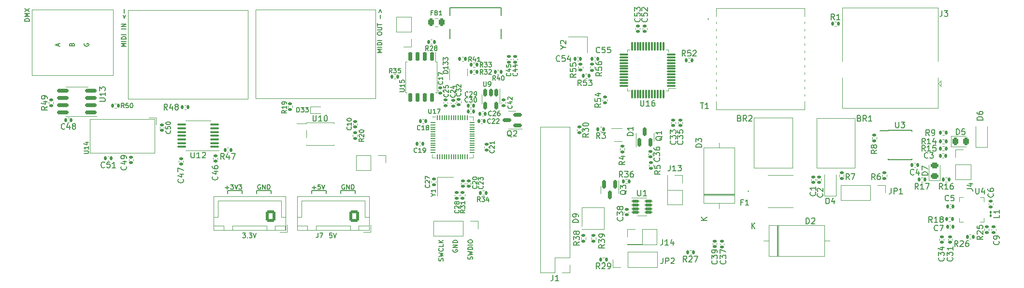
<source format=gto>
G04 #@! TF.GenerationSoftware,KiCad,Pcbnew,6.0.7-1.fc36*
G04 #@! TF.CreationDate,2023-03-25T12:13:32+11:00*
G04 #@! TF.ProjectId,MOOD-Motherboard-r0.1.1,4d4f4f44-2d4d-46f7-9468-6572626f6172,rev?*
G04 #@! TF.SameCoordinates,Original*
G04 #@! TF.FileFunction,Legend,Top*
G04 #@! TF.FilePolarity,Positive*
%FSLAX46Y46*%
G04 Gerber Fmt 4.6, Leading zero omitted, Abs format (unit mm)*
G04 Created by KiCad (PCBNEW 6.0.7-1.fc36) date 2023-03-25 12:13:32*
%MOMM*%
%LPD*%
G01*
G04 APERTURE LIST*
G04 Aperture macros list*
%AMRoundRect*
0 Rectangle with rounded corners*
0 $1 Rounding radius*
0 $2 $3 $4 $5 $6 $7 $8 $9 X,Y pos of 4 corners*
0 Add a 4 corners polygon primitive as box body*
4,1,4,$2,$3,$4,$5,$6,$7,$8,$9,$2,$3,0*
0 Add four circle primitives for the rounded corners*
1,1,$1+$1,$2,$3*
1,1,$1+$1,$4,$5*
1,1,$1+$1,$6,$7*
1,1,$1+$1,$8,$9*
0 Add four rect primitives between the rounded corners*
20,1,$1+$1,$2,$3,$4,$5,0*
20,1,$1+$1,$4,$5,$6,$7,0*
20,1,$1+$1,$6,$7,$8,$9,0*
20,1,$1+$1,$8,$9,$2,$3,0*%
G04 Aperture macros list end*
%ADD10C,0.150000*%
%ADD11C,0.120000*%
%ADD12C,0.127000*%
%ADD13C,0.010000*%
%ADD14R,1.750000X2.250000*%
%ADD15O,1.750000X2.250000*%
%ADD16RoundRect,0.140000X-0.170000X0.140000X-0.170000X-0.140000X0.170000X-0.140000X0.170000X0.140000X0*%
%ADD17RoundRect,0.140000X0.170000X-0.140000X0.170000X0.140000X-0.170000X0.140000X-0.170000X-0.140000X0*%
%ADD18C,5.600000*%
%ADD19RoundRect,0.135000X-0.135000X-0.185000X0.135000X-0.185000X0.135000X0.185000X-0.135000X0.185000X0*%
%ADD20RoundRect,0.135000X0.185000X-0.135000X0.185000X0.135000X-0.185000X0.135000X-0.185000X-0.135000X0*%
%ADD21RoundRect,0.135000X0.135000X0.185000X-0.135000X0.185000X-0.135000X-0.185000X0.135000X-0.185000X0*%
%ADD22R,1.700000X1.700000*%
%ADD23O,1.700000X1.700000*%
%ADD24RoundRect,0.140000X0.140000X0.170000X-0.140000X0.170000X-0.140000X-0.170000X0.140000X-0.170000X0*%
%ADD25RoundRect,0.135000X-0.185000X0.135000X-0.185000X-0.135000X0.185000X-0.135000X0.185000X0.135000X0*%
%ADD26RoundRect,0.250000X0.600000X0.725000X-0.600000X0.725000X-0.600000X-0.725000X0.600000X-0.725000X0*%
%ADD27O,1.700000X1.950000*%
%ADD28C,2.300000*%
%ADD29RoundRect,0.140000X-0.140000X-0.170000X0.140000X-0.170000X0.140000X0.170000X-0.140000X0.170000X0*%
%ADD30R,1.150000X1.000000*%
%ADD31R,0.650000X0.400000*%
%ADD32RoundRect,0.150000X0.587500X0.150000X-0.587500X0.150000X-0.587500X-0.150000X0.587500X-0.150000X0*%
%ADD33RoundRect,0.150000X-0.150000X0.650000X-0.150000X-0.650000X0.150000X-0.650000X0.150000X0.650000X0*%
%ADD34R,3.200000X3.200000*%
%ADD35O,3.200000X3.200000*%
%ADD36RoundRect,0.243750X0.456250X-0.243750X0.456250X0.243750X-0.456250X0.243750X-0.456250X-0.243750X0*%
%ADD37R,1.000000X1.150000*%
%ADD38RoundRect,0.150000X-0.150000X0.587500X-0.150000X-0.587500X0.150000X-0.587500X0.150000X0.587500X0*%
%ADD39R,0.600000X0.700000*%
%ADD40R,1.400000X1.300000*%
%ADD41R,2.311400X5.613400*%
%ADD42RoundRect,0.050000X-0.387500X-0.050000X0.387500X-0.050000X0.387500X0.050000X-0.387500X0.050000X0*%
%ADD43RoundRect,0.050000X-0.050000X-0.387500X0.050000X-0.387500X0.050000X0.387500X-0.050000X0.387500X0*%
%ADD44R,1.000000X0.700000*%
%ADD45RoundRect,0.243750X-0.243750X-0.456250X0.243750X-0.456250X0.243750X0.456250X-0.243750X0.456250X0*%
%ADD46RoundRect,0.125000X-0.537500X-0.125000X0.537500X-0.125000X0.537500X0.125000X-0.537500X0.125000X0*%
%ADD47RoundRect,0.150000X-0.150000X0.512500X-0.150000X-0.512500X0.150000X-0.512500X0.150000X0.512500X0*%
%ADD48C,1.320800*%
%ADD49R,0.380000X0.550000*%
%ADD50R,1.200000X1.400000*%
%ADD51R,2.600000X3.100000*%
%ADD52R,1.550000X0.600000*%
%ADD53RoundRect,0.100000X0.637500X0.100000X-0.637500X0.100000X-0.637500X-0.100000X0.637500X-0.100000X0*%
%ADD54C,1.778000*%
%ADD55R,1.800000X1.800000*%
%ADD56C,1.800000*%
%ADD57R,0.254800X0.655599*%
%ADD58R,0.655599X0.254800*%
%ADD59R,2.949999X2.949999*%
%ADD60RoundRect,0.075000X0.662500X0.075000X-0.662500X0.075000X-0.662500X-0.075000X0.662500X-0.075000X0*%
%ADD61RoundRect,0.075000X0.075000X0.662500X-0.075000X0.662500X-0.075000X-0.662500X0.075000X-0.662500X0*%
%ADD62C,3.251200*%
%ADD63R,1.778000X1.778000*%
%ADD64C,2.032000*%
%ADD65C,2.540000*%
%ADD66RoundRect,0.150000X0.150000X-0.587500X0.150000X0.587500X-0.150000X0.587500X-0.150000X-0.587500X0*%
%ADD67C,0.600000*%
%ADD68O,0.950000X2.050000*%
%ADD69O,0.950000X1.750000*%
%ADD70RoundRect,0.250000X-0.262500X-0.450000X0.262500X-0.450000X0.262500X0.450000X-0.262500X0.450000X0*%
%ADD71RoundRect,0.150000X0.825000X0.150000X-0.825000X0.150000X-0.825000X-0.150000X0.825000X-0.150000X0*%
%ADD72R,1.696999X0.305600*%
%ADD73RoundRect,0.100000X-0.100000X0.130000X-0.100000X-0.130000X0.100000X-0.130000X0.100000X0.130000X0*%
%ADD74R,2.000000X0.640000*%
G04 APERTURE END LIST*
D10*
X131241000Y-58420000D02*
X133781000Y-58420000D01*
X131241000Y-58928000D02*
X131241000Y-58420000D01*
X133781000Y-58420000D02*
X133781000Y-58928000D01*
X126161000Y-58928000D02*
X126161000Y-58420000D01*
X145973000Y-58928000D02*
X145973000Y-58420000D01*
X148513000Y-58420000D02*
X148513000Y-58928000D01*
X140893000Y-58928000D02*
X140893000Y-58420000D01*
X140893000Y-58420000D02*
X143433000Y-58420000D01*
X128701000Y-58420000D02*
X128701000Y-58928000D01*
X145973000Y-58420000D02*
X148513000Y-58420000D01*
X143433000Y-58420000D02*
X143433000Y-58928000D01*
X126161000Y-58420000D02*
X128701000Y-58420000D01*
X101077000Y-32583476D02*
X101038904Y-32659666D01*
X101038904Y-32773952D01*
X101077000Y-32888238D01*
X101153190Y-32964428D01*
X101229380Y-33002523D01*
X101381761Y-33040619D01*
X101496047Y-33040619D01*
X101648428Y-33002523D01*
X101724619Y-32964428D01*
X101800809Y-32888238D01*
X101838904Y-32773952D01*
X101838904Y-32697761D01*
X101800809Y-32583476D01*
X101762714Y-32545380D01*
X101496047Y-32545380D01*
X101496047Y-32697761D01*
X91424904Y-28633619D02*
X90624904Y-28633619D01*
X90624904Y-28443142D01*
X90663000Y-28328857D01*
X90739190Y-28252666D01*
X90815380Y-28214571D01*
X90967761Y-28176476D01*
X91082047Y-28176476D01*
X91234428Y-28214571D01*
X91310619Y-28252666D01*
X91386809Y-28328857D01*
X91424904Y-28443142D01*
X91424904Y-28633619D01*
X91424904Y-27833619D02*
X90624904Y-27833619D01*
X91196333Y-27566952D01*
X90624904Y-27300285D01*
X91424904Y-27300285D01*
X90624904Y-26995523D02*
X91424904Y-26462190D01*
X90624904Y-26462190D02*
X91424904Y-26995523D01*
X165671000Y-68749923D02*
X165632904Y-68826114D01*
X165632904Y-68940400D01*
X165671000Y-69054685D01*
X165747190Y-69130876D01*
X165823380Y-69168971D01*
X165975761Y-69207066D01*
X166090047Y-69207066D01*
X166242428Y-69168971D01*
X166318619Y-69130876D01*
X166394809Y-69054685D01*
X166432904Y-68940400D01*
X166432904Y-68864209D01*
X166394809Y-68749923D01*
X166356714Y-68711828D01*
X166090047Y-68711828D01*
X166090047Y-68864209D01*
X166432904Y-68368971D02*
X165632904Y-68368971D01*
X166432904Y-67911828D01*
X165632904Y-67911828D01*
X166432904Y-67530876D02*
X165632904Y-67530876D01*
X165632904Y-67340400D01*
X165671000Y-67226114D01*
X165747190Y-67149923D01*
X165823380Y-67111828D01*
X165975761Y-67073733D01*
X166090047Y-67073733D01*
X166242428Y-67111828D01*
X166318619Y-67149923D01*
X166394809Y-67226114D01*
X166432904Y-67340400D01*
X166432904Y-67530876D01*
X108361904Y-33102142D02*
X107561904Y-33102142D01*
X108133333Y-32835476D01*
X107561904Y-32568809D01*
X108361904Y-32568809D01*
X108361904Y-32187857D02*
X107561904Y-32187857D01*
X108361904Y-31806904D02*
X107561904Y-31806904D01*
X107561904Y-31616428D01*
X107600000Y-31502142D01*
X107676190Y-31425952D01*
X107752380Y-31387857D01*
X107904761Y-31349761D01*
X108019047Y-31349761D01*
X108171428Y-31387857D01*
X108247619Y-31425952D01*
X108323809Y-31502142D01*
X108361904Y-31616428D01*
X108361904Y-31806904D01*
X108361904Y-31006904D02*
X107561904Y-31006904D01*
X108361904Y-30016428D02*
X107561904Y-30016428D01*
X108361904Y-29635476D02*
X107561904Y-29635476D01*
X108361904Y-29178333D01*
X107561904Y-29178333D01*
X107828571Y-27578333D02*
X108057142Y-28187857D01*
X108285714Y-27578333D01*
X108057142Y-27197380D02*
X108057142Y-26587857D01*
X141007428Y-57842142D02*
X141616952Y-57842142D01*
X141312190Y-58146904D02*
X141312190Y-57537380D01*
X142378857Y-57346904D02*
X141997904Y-57346904D01*
X141959809Y-57727857D01*
X141997904Y-57689761D01*
X142074095Y-57651666D01*
X142264571Y-57651666D01*
X142340761Y-57689761D01*
X142378857Y-57727857D01*
X142416952Y-57804047D01*
X142416952Y-57994523D01*
X142378857Y-58070714D01*
X142340761Y-58108809D01*
X142264571Y-58146904D01*
X142074095Y-58146904D01*
X141997904Y-58108809D01*
X141959809Y-58070714D01*
X142645523Y-57346904D02*
X142912190Y-58146904D01*
X143178857Y-57346904D01*
X163905609Y-70711923D02*
X163943704Y-70597638D01*
X163943704Y-70407161D01*
X163905609Y-70330971D01*
X163867514Y-70292876D01*
X163791323Y-70254780D01*
X163715133Y-70254780D01*
X163638942Y-70292876D01*
X163600847Y-70330971D01*
X163562752Y-70407161D01*
X163524657Y-70559542D01*
X163486561Y-70635733D01*
X163448466Y-70673828D01*
X163372276Y-70711923D01*
X163296085Y-70711923D01*
X163219895Y-70673828D01*
X163181800Y-70635733D01*
X163143704Y-70559542D01*
X163143704Y-70369066D01*
X163181800Y-70254780D01*
X163143704Y-69988114D02*
X163943704Y-69797638D01*
X163372276Y-69645257D01*
X163943704Y-69492876D01*
X163143704Y-69302400D01*
X163867514Y-68540495D02*
X163905609Y-68578590D01*
X163943704Y-68692876D01*
X163943704Y-68769066D01*
X163905609Y-68883352D01*
X163829419Y-68959542D01*
X163753228Y-68997638D01*
X163600847Y-69035733D01*
X163486561Y-69035733D01*
X163334180Y-68997638D01*
X163257990Y-68959542D01*
X163181800Y-68883352D01*
X163143704Y-68769066D01*
X163143704Y-68692876D01*
X163181800Y-68578590D01*
X163219895Y-68540495D01*
X163943704Y-67816685D02*
X163943704Y-68197638D01*
X163143704Y-68197638D01*
X163943704Y-67550019D02*
X163143704Y-67550019D01*
X163943704Y-67092876D02*
X163486561Y-67435733D01*
X163143704Y-67092876D02*
X163600847Y-67550019D01*
X144423619Y-65855904D02*
X144042666Y-65855904D01*
X144004571Y-66236857D01*
X144042666Y-66198761D01*
X144118857Y-66160666D01*
X144309333Y-66160666D01*
X144385523Y-66198761D01*
X144423619Y-66236857D01*
X144461714Y-66313047D01*
X144461714Y-66503523D01*
X144423619Y-66579714D01*
X144385523Y-66617809D01*
X144309333Y-66655904D01*
X144118857Y-66655904D01*
X144042666Y-66617809D01*
X144004571Y-66579714D01*
X144690285Y-65855904D02*
X144956952Y-66655904D01*
X145223619Y-65855904D01*
X169036409Y-70445238D02*
X169074504Y-70330952D01*
X169074504Y-70140476D01*
X169036409Y-70064285D01*
X168998314Y-70026190D01*
X168922123Y-69988095D01*
X168845933Y-69988095D01*
X168769742Y-70026190D01*
X168731647Y-70064285D01*
X168693552Y-70140476D01*
X168655457Y-70292857D01*
X168617361Y-70369047D01*
X168579266Y-70407142D01*
X168503076Y-70445238D01*
X168426885Y-70445238D01*
X168350695Y-70407142D01*
X168312600Y-70369047D01*
X168274504Y-70292857D01*
X168274504Y-70102380D01*
X168312600Y-69988095D01*
X168274504Y-69721428D02*
X169074504Y-69530952D01*
X168503076Y-69378571D01*
X169074504Y-69226190D01*
X168274504Y-69035714D01*
X169074504Y-68730952D02*
X168274504Y-68730952D01*
X168274504Y-68540476D01*
X168312600Y-68426190D01*
X168388790Y-68350000D01*
X168464980Y-68311904D01*
X168617361Y-68273809D01*
X168731647Y-68273809D01*
X168884028Y-68311904D01*
X168960219Y-68350000D01*
X169036409Y-68426190D01*
X169074504Y-68540476D01*
X169074504Y-68730952D01*
X169074504Y-67930952D02*
X168274504Y-67930952D01*
X168274504Y-67397619D02*
X168274504Y-67245238D01*
X168312600Y-67169047D01*
X168388790Y-67092857D01*
X168541171Y-67054761D01*
X168807838Y-67054761D01*
X168960219Y-67092857D01*
X169036409Y-67169047D01*
X169074504Y-67245238D01*
X169074504Y-67397619D01*
X169036409Y-67473809D01*
X168960219Y-67550000D01*
X168807838Y-67588095D01*
X168541171Y-67588095D01*
X168388790Y-67550000D01*
X168312600Y-67473809D01*
X168274504Y-67397619D01*
X125767476Y-57842142D02*
X126377000Y-57842142D01*
X126072238Y-58146904D02*
X126072238Y-57537380D01*
X126681761Y-57346904D02*
X127177000Y-57346904D01*
X126910333Y-57651666D01*
X127024619Y-57651666D01*
X127100809Y-57689761D01*
X127138904Y-57727857D01*
X127177000Y-57804047D01*
X127177000Y-57994523D01*
X127138904Y-58070714D01*
X127100809Y-58108809D01*
X127024619Y-58146904D01*
X126796047Y-58146904D01*
X126719857Y-58108809D01*
X126681761Y-58070714D01*
X127405571Y-57346904D02*
X127672238Y-58146904D01*
X127938904Y-57346904D01*
X128129380Y-57346904D02*
X128624619Y-57346904D01*
X128357952Y-57651666D01*
X128472238Y-57651666D01*
X128548428Y-57689761D01*
X128586523Y-57727857D01*
X128624619Y-57804047D01*
X128624619Y-57994523D01*
X128586523Y-58070714D01*
X128548428Y-58108809D01*
X128472238Y-58146904D01*
X128243666Y-58146904D01*
X128167476Y-58108809D01*
X128129380Y-58070714D01*
X131901476Y-57385000D02*
X131825285Y-57346904D01*
X131711000Y-57346904D01*
X131596714Y-57385000D01*
X131520523Y-57461190D01*
X131482428Y-57537380D01*
X131444333Y-57689761D01*
X131444333Y-57804047D01*
X131482428Y-57956428D01*
X131520523Y-58032619D01*
X131596714Y-58108809D01*
X131711000Y-58146904D01*
X131787190Y-58146904D01*
X131901476Y-58108809D01*
X131939571Y-58070714D01*
X131939571Y-57804047D01*
X131787190Y-57804047D01*
X132282428Y-58146904D02*
X132282428Y-57346904D01*
X132739571Y-58146904D01*
X132739571Y-57346904D01*
X133120523Y-58146904D02*
X133120523Y-57346904D01*
X133311000Y-57346904D01*
X133425285Y-57385000D01*
X133501476Y-57461190D01*
X133539571Y-57537380D01*
X133577666Y-57689761D01*
X133577666Y-57804047D01*
X133539571Y-57956428D01*
X133501476Y-58032619D01*
X133425285Y-58108809D01*
X133311000Y-58146904D01*
X133120523Y-58146904D01*
X153192904Y-34143476D02*
X152392904Y-34143476D01*
X152964333Y-33876809D01*
X152392904Y-33610142D01*
X153192904Y-33610142D01*
X153192904Y-33229190D02*
X152392904Y-33229190D01*
X153192904Y-32848238D02*
X152392904Y-32848238D01*
X152392904Y-32657761D01*
X152431000Y-32543476D01*
X152507190Y-32467285D01*
X152583380Y-32429190D01*
X152735761Y-32391095D01*
X152850047Y-32391095D01*
X153002428Y-32429190D01*
X153078619Y-32467285D01*
X153154809Y-32543476D01*
X153192904Y-32657761D01*
X153192904Y-32848238D01*
X153192904Y-32048238D02*
X152392904Y-32048238D01*
X152392904Y-30905380D02*
X152392904Y-30753000D01*
X152431000Y-30676809D01*
X152507190Y-30600619D01*
X152659571Y-30562523D01*
X152926238Y-30562523D01*
X153078619Y-30600619D01*
X153154809Y-30676809D01*
X153192904Y-30753000D01*
X153192904Y-30905380D01*
X153154809Y-30981571D01*
X153078619Y-31057761D01*
X152926238Y-31095857D01*
X152659571Y-31095857D01*
X152507190Y-31057761D01*
X152431000Y-30981571D01*
X152392904Y-30905380D01*
X152392904Y-30219666D02*
X153040523Y-30219666D01*
X153116714Y-30181571D01*
X153154809Y-30143476D01*
X153192904Y-30067285D01*
X153192904Y-29914904D01*
X153154809Y-29838714D01*
X153116714Y-29800619D01*
X153040523Y-29762523D01*
X152392904Y-29762523D01*
X152392904Y-29495857D02*
X152392904Y-29038714D01*
X153192904Y-29267285D02*
X152392904Y-29267285D01*
X152888142Y-28162523D02*
X152888142Y-27553000D01*
X152659571Y-27172047D02*
X152888142Y-26562523D01*
X153116714Y-27172047D01*
X128790047Y-65855904D02*
X129285285Y-65855904D01*
X129018619Y-66160666D01*
X129132904Y-66160666D01*
X129209095Y-66198761D01*
X129247190Y-66236857D01*
X129285285Y-66313047D01*
X129285285Y-66503523D01*
X129247190Y-66579714D01*
X129209095Y-66617809D01*
X129132904Y-66655904D01*
X128904333Y-66655904D01*
X128828142Y-66617809D01*
X128790047Y-66579714D01*
X129628142Y-66579714D02*
X129666238Y-66617809D01*
X129628142Y-66655904D01*
X129590047Y-66617809D01*
X129628142Y-66579714D01*
X129628142Y-66655904D01*
X129932904Y-65855904D02*
X130428142Y-65855904D01*
X130161476Y-66160666D01*
X130275761Y-66160666D01*
X130351952Y-66198761D01*
X130390047Y-66236857D01*
X130428142Y-66313047D01*
X130428142Y-66503523D01*
X130390047Y-66579714D01*
X130351952Y-66617809D01*
X130275761Y-66655904D01*
X130047190Y-66655904D01*
X129971000Y-66617809D01*
X129932904Y-66579714D01*
X130656714Y-65855904D02*
X130923380Y-66655904D01*
X131190047Y-65855904D01*
X96530333Y-32983476D02*
X96530333Y-32602523D01*
X96758904Y-33059666D02*
X95958904Y-32793000D01*
X96758904Y-32526333D01*
X98879857Y-32735857D02*
X98917952Y-32621571D01*
X98956047Y-32583476D01*
X99032238Y-32545380D01*
X99146523Y-32545380D01*
X99222714Y-32583476D01*
X99260809Y-32621571D01*
X99298904Y-32697761D01*
X99298904Y-33002523D01*
X98498904Y-33002523D01*
X98498904Y-32735857D01*
X98537000Y-32659666D01*
X98575095Y-32621571D01*
X98651285Y-32583476D01*
X98727476Y-32583476D01*
X98803666Y-32621571D01*
X98841761Y-32659666D01*
X98879857Y-32735857D01*
X98879857Y-33002523D01*
X146633476Y-57385000D02*
X146557285Y-57346904D01*
X146443000Y-57346904D01*
X146328714Y-57385000D01*
X146252523Y-57461190D01*
X146214428Y-57537380D01*
X146176333Y-57689761D01*
X146176333Y-57804047D01*
X146214428Y-57956428D01*
X146252523Y-58032619D01*
X146328714Y-58108809D01*
X146443000Y-58146904D01*
X146519190Y-58146904D01*
X146633476Y-58108809D01*
X146671571Y-58070714D01*
X146671571Y-57804047D01*
X146519190Y-57804047D01*
X147014428Y-58146904D02*
X147014428Y-57346904D01*
X147471571Y-58146904D01*
X147471571Y-57346904D01*
X147852523Y-58146904D02*
X147852523Y-57346904D01*
X148043000Y-57346904D01*
X148157285Y-57385000D01*
X148233476Y-57461190D01*
X148271571Y-57537380D01*
X148309666Y-57689761D01*
X148309666Y-57804047D01*
X148271571Y-57956428D01*
X148233476Y-58032619D01*
X148157285Y-58108809D01*
X148043000Y-58146904D01*
X147852523Y-58146904D01*
X100984404Y-51890976D02*
X101632023Y-51890976D01*
X101708214Y-51852880D01*
X101746309Y-51814785D01*
X101784404Y-51738595D01*
X101784404Y-51586214D01*
X101746309Y-51510023D01*
X101708214Y-51471928D01*
X101632023Y-51433833D01*
X100984404Y-51433833D01*
X101784404Y-50633833D02*
X101784404Y-51090976D01*
X101784404Y-50862404D02*
X100984404Y-50862404D01*
X101098690Y-50938595D01*
X101174880Y-51014785D01*
X101212976Y-51090976D01*
X101251071Y-49948119D02*
X101784404Y-49948119D01*
X100946309Y-50138595D02*
X101517738Y-50329071D01*
X101517738Y-49833833D01*
X116076214Y-47858785D02*
X116114309Y-47896880D01*
X116152404Y-48011166D01*
X116152404Y-48087357D01*
X116114309Y-48201642D01*
X116038119Y-48277833D01*
X115961928Y-48315928D01*
X115809547Y-48354023D01*
X115695261Y-48354023D01*
X115542880Y-48315928D01*
X115466690Y-48277833D01*
X115390500Y-48201642D01*
X115352404Y-48087357D01*
X115352404Y-48011166D01*
X115390500Y-47896880D01*
X115428595Y-47858785D01*
X115352404Y-47134976D02*
X115352404Y-47515928D01*
X115733357Y-47554023D01*
X115695261Y-47515928D01*
X115657166Y-47439738D01*
X115657166Y-47249261D01*
X115695261Y-47173071D01*
X115733357Y-47134976D01*
X115809547Y-47096880D01*
X116000023Y-47096880D01*
X116076214Y-47134976D01*
X116114309Y-47173071D01*
X116152404Y-47249261D01*
X116152404Y-47439738D01*
X116114309Y-47515928D01*
X116076214Y-47554023D01*
X115352404Y-46601642D02*
X115352404Y-46525452D01*
X115390500Y-46449261D01*
X115428595Y-46411166D01*
X115504785Y-46373071D01*
X115657166Y-46334976D01*
X115847642Y-46334976D01*
X116000023Y-46373071D01*
X116076214Y-46411166D01*
X116114309Y-46449261D01*
X116152404Y-46525452D01*
X116152404Y-46601642D01*
X116114309Y-46677833D01*
X116076214Y-46715928D01*
X116000023Y-46754023D01*
X115847642Y-46792119D01*
X115657166Y-46792119D01*
X115504785Y-46754023D01*
X115428595Y-46715928D01*
X115390500Y-46677833D01*
X115352404Y-46601642D01*
X166934314Y-41306685D02*
X166972409Y-41344780D01*
X167010504Y-41459066D01*
X167010504Y-41535257D01*
X166972409Y-41649542D01*
X166896219Y-41725733D01*
X166820028Y-41763828D01*
X166667647Y-41801923D01*
X166553361Y-41801923D01*
X166400980Y-41763828D01*
X166324790Y-41725733D01*
X166248600Y-41649542D01*
X166210504Y-41535257D01*
X166210504Y-41459066D01*
X166248600Y-41344780D01*
X166286695Y-41306685D01*
X166210504Y-41040019D02*
X166210504Y-40544780D01*
X166515266Y-40811447D01*
X166515266Y-40697161D01*
X166553361Y-40620971D01*
X166591457Y-40582876D01*
X166667647Y-40544780D01*
X166858123Y-40544780D01*
X166934314Y-40582876D01*
X166972409Y-40620971D01*
X167010504Y-40697161D01*
X167010504Y-40925733D01*
X166972409Y-41001923D01*
X166934314Y-41040019D01*
X166286695Y-40240019D02*
X166248600Y-40201923D01*
X166210504Y-40125733D01*
X166210504Y-39935257D01*
X166248600Y-39859066D01*
X166286695Y-39820971D01*
X166362885Y-39782876D01*
X166439076Y-39782876D01*
X166553361Y-39820971D01*
X167010504Y-40278114D01*
X167010504Y-39782876D01*
X108357142Y-54142857D02*
X108404761Y-54190476D01*
X108452380Y-54333333D01*
X108452380Y-54428571D01*
X108404761Y-54571428D01*
X108309523Y-54666666D01*
X108214285Y-54714285D01*
X108023809Y-54761904D01*
X107880952Y-54761904D01*
X107690476Y-54714285D01*
X107595238Y-54666666D01*
X107500000Y-54571428D01*
X107452380Y-54428571D01*
X107452380Y-54333333D01*
X107500000Y-54190476D01*
X107547619Y-54142857D01*
X107785714Y-53285714D02*
X108452380Y-53285714D01*
X107404761Y-53523809D02*
X108119047Y-53761904D01*
X108119047Y-53142857D01*
X108452380Y-52714285D02*
X108452380Y-52523809D01*
X108404761Y-52428571D01*
X108357142Y-52380952D01*
X108214285Y-52285714D01*
X108023809Y-52238095D01*
X107642857Y-52238095D01*
X107547619Y-52285714D01*
X107500000Y-52333333D01*
X107452380Y-52428571D01*
X107452380Y-52619047D01*
X107500000Y-52714285D01*
X107547619Y-52761904D01*
X107642857Y-52809523D01*
X107880952Y-52809523D01*
X107976190Y-52761904D01*
X108023809Y-52714285D01*
X108071428Y-52619047D01*
X108071428Y-52428571D01*
X108023809Y-52333333D01*
X107976190Y-52285714D01*
X107880952Y-52238095D01*
X251419642Y-58139880D02*
X251086309Y-57663690D01*
X250848214Y-58139880D02*
X250848214Y-57139880D01*
X251229166Y-57139880D01*
X251324404Y-57187500D01*
X251372023Y-57235119D01*
X251419642Y-57330357D01*
X251419642Y-57473214D01*
X251372023Y-57568452D01*
X251324404Y-57616071D01*
X251229166Y-57663690D01*
X250848214Y-57663690D01*
X252372023Y-58139880D02*
X251800595Y-58139880D01*
X252086309Y-58139880D02*
X252086309Y-57139880D01*
X251991071Y-57282738D01*
X251895833Y-57377976D01*
X251800595Y-57425595D01*
X253229166Y-57139880D02*
X253038690Y-57139880D01*
X252943452Y-57187500D01*
X252895833Y-57235119D01*
X252800595Y-57377976D01*
X252752976Y-57568452D01*
X252752976Y-57949404D01*
X252800595Y-58044642D01*
X252848214Y-58092261D01*
X252943452Y-58139880D01*
X253133928Y-58139880D01*
X253229166Y-58092261D01*
X253276785Y-58044642D01*
X253324404Y-57949404D01*
X253324404Y-57711309D01*
X253276785Y-57616071D01*
X253229166Y-57568452D01*
X253133928Y-57520833D01*
X252943452Y-57520833D01*
X252848214Y-57568452D01*
X252800595Y-57616071D01*
X252752976Y-57711309D01*
X187782380Y-67392857D02*
X187306190Y-67726190D01*
X187782380Y-67964285D02*
X186782380Y-67964285D01*
X186782380Y-67583333D01*
X186830000Y-67488095D01*
X186877619Y-67440476D01*
X186972857Y-67392857D01*
X187115714Y-67392857D01*
X187210952Y-67440476D01*
X187258571Y-67488095D01*
X187306190Y-67583333D01*
X187306190Y-67964285D01*
X186782380Y-67059523D02*
X186782380Y-66440476D01*
X187163333Y-66773809D01*
X187163333Y-66630952D01*
X187210952Y-66535714D01*
X187258571Y-66488095D01*
X187353809Y-66440476D01*
X187591904Y-66440476D01*
X187687142Y-66488095D01*
X187734761Y-66535714D01*
X187782380Y-66630952D01*
X187782380Y-66916666D01*
X187734761Y-67011904D01*
X187687142Y-67059523D01*
X187210952Y-65869047D02*
X187163333Y-65964285D01*
X187115714Y-66011904D01*
X187020476Y-66059523D01*
X186972857Y-66059523D01*
X186877619Y-66011904D01*
X186830000Y-65964285D01*
X186782380Y-65869047D01*
X186782380Y-65678571D01*
X186830000Y-65583333D01*
X186877619Y-65535714D01*
X186972857Y-65488095D01*
X187020476Y-65488095D01*
X187115714Y-65535714D01*
X187163333Y-65583333D01*
X187210952Y-65678571D01*
X187210952Y-65869047D01*
X187258571Y-65964285D01*
X187306190Y-66011904D01*
X187401428Y-66059523D01*
X187591904Y-66059523D01*
X187687142Y-66011904D01*
X187734761Y-65964285D01*
X187782380Y-65869047D01*
X187782380Y-65678571D01*
X187734761Y-65583333D01*
X187687142Y-65535714D01*
X187591904Y-65488095D01*
X187401428Y-65488095D01*
X187306190Y-65535714D01*
X187258571Y-65583333D01*
X187210952Y-65678571D01*
X249103333Y-48702380D02*
X248770000Y-48226190D01*
X248531904Y-48702380D02*
X248531904Y-47702380D01*
X248912857Y-47702380D01*
X249008095Y-47750000D01*
X249055714Y-47797619D01*
X249103333Y-47892857D01*
X249103333Y-48035714D01*
X249055714Y-48130952D01*
X249008095Y-48178571D01*
X248912857Y-48226190D01*
X248531904Y-48226190D01*
X249579523Y-48702380D02*
X249770000Y-48702380D01*
X249865238Y-48654761D01*
X249912857Y-48607142D01*
X250008095Y-48464285D01*
X250055714Y-48273809D01*
X250055714Y-47892857D01*
X250008095Y-47797619D01*
X249960476Y-47750000D01*
X249865238Y-47702380D01*
X249674761Y-47702380D01*
X249579523Y-47750000D01*
X249531904Y-47797619D01*
X249484285Y-47892857D01*
X249484285Y-48130952D01*
X249531904Y-48226190D01*
X249579523Y-48273809D01*
X249674761Y-48321428D01*
X249865238Y-48321428D01*
X249960476Y-48273809D01*
X250008095Y-48226190D01*
X250055714Y-48130952D01*
X191357142Y-72122380D02*
X191023809Y-71646190D01*
X190785714Y-72122380D02*
X190785714Y-71122380D01*
X191166666Y-71122380D01*
X191261904Y-71170000D01*
X191309523Y-71217619D01*
X191357142Y-71312857D01*
X191357142Y-71455714D01*
X191309523Y-71550952D01*
X191261904Y-71598571D01*
X191166666Y-71646190D01*
X190785714Y-71646190D01*
X191738095Y-71217619D02*
X191785714Y-71170000D01*
X191880952Y-71122380D01*
X192119047Y-71122380D01*
X192214285Y-71170000D01*
X192261904Y-71217619D01*
X192309523Y-71312857D01*
X192309523Y-71408095D01*
X192261904Y-71550952D01*
X191690476Y-72122380D01*
X192309523Y-72122380D01*
X192785714Y-72122380D02*
X192976190Y-72122380D01*
X193071428Y-72074761D01*
X193119047Y-72027142D01*
X193214285Y-71884285D01*
X193261904Y-71693809D01*
X193261904Y-71312857D01*
X193214285Y-71217619D01*
X193166666Y-71170000D01*
X193071428Y-71122380D01*
X192880952Y-71122380D01*
X192785714Y-71170000D01*
X192738095Y-71217619D01*
X192690476Y-71312857D01*
X192690476Y-71550952D01*
X192738095Y-71646190D01*
X192785714Y-71693809D01*
X192880952Y-71741428D01*
X193071428Y-71741428D01*
X193166666Y-71693809D01*
X193214285Y-71646190D01*
X193261904Y-71550952D01*
X199607142Y-28142857D02*
X199654761Y-28190476D01*
X199702380Y-28333333D01*
X199702380Y-28428571D01*
X199654761Y-28571428D01*
X199559523Y-28666666D01*
X199464285Y-28714285D01*
X199273809Y-28761904D01*
X199130952Y-28761904D01*
X198940476Y-28714285D01*
X198845238Y-28666666D01*
X198750000Y-28571428D01*
X198702380Y-28428571D01*
X198702380Y-28333333D01*
X198750000Y-28190476D01*
X198797619Y-28142857D01*
X198702380Y-27238095D02*
X198702380Y-27714285D01*
X199178571Y-27761904D01*
X199130952Y-27714285D01*
X199083333Y-27619047D01*
X199083333Y-27380952D01*
X199130952Y-27285714D01*
X199178571Y-27238095D01*
X199273809Y-27190476D01*
X199511904Y-27190476D01*
X199607142Y-27238095D01*
X199654761Y-27285714D01*
X199702380Y-27380952D01*
X199702380Y-27619047D01*
X199654761Y-27714285D01*
X199607142Y-27761904D01*
X198797619Y-26809523D02*
X198750000Y-26761904D01*
X198702380Y-26666666D01*
X198702380Y-26428571D01*
X198750000Y-26333333D01*
X198797619Y-26285714D01*
X198892857Y-26238095D01*
X198988095Y-26238095D01*
X199130952Y-26285714D01*
X199702380Y-26857142D01*
X199702380Y-26238095D01*
X248377142Y-51452380D02*
X248043809Y-50976190D01*
X247805714Y-51452380D02*
X247805714Y-50452380D01*
X248186666Y-50452380D01*
X248281904Y-50500000D01*
X248329523Y-50547619D01*
X248377142Y-50642857D01*
X248377142Y-50785714D01*
X248329523Y-50880952D01*
X248281904Y-50928571D01*
X248186666Y-50976190D01*
X247805714Y-50976190D01*
X249329523Y-51452380D02*
X248758095Y-51452380D01*
X249043809Y-51452380D02*
X249043809Y-50452380D01*
X248948571Y-50595238D01*
X248853333Y-50690476D01*
X248758095Y-50738095D01*
X250234285Y-50452380D02*
X249758095Y-50452380D01*
X249710476Y-50928571D01*
X249758095Y-50880952D01*
X249853333Y-50833333D01*
X250091428Y-50833333D01*
X250186666Y-50880952D01*
X250234285Y-50928571D01*
X250281904Y-51023809D01*
X250281904Y-51261904D01*
X250234285Y-51357142D01*
X250186666Y-51404761D01*
X250091428Y-51452380D01*
X249853333Y-51452380D01*
X249758095Y-51404761D01*
X249710476Y-51357142D01*
X253107142Y-70142857D02*
X253154761Y-70190476D01*
X253202380Y-70333333D01*
X253202380Y-70428571D01*
X253154761Y-70571428D01*
X253059523Y-70666666D01*
X252964285Y-70714285D01*
X252773809Y-70761904D01*
X252630952Y-70761904D01*
X252440476Y-70714285D01*
X252345238Y-70666666D01*
X252250000Y-70571428D01*
X252202380Y-70428571D01*
X252202380Y-70333333D01*
X252250000Y-70190476D01*
X252297619Y-70142857D01*
X252202380Y-69809523D02*
X252202380Y-69190476D01*
X252583333Y-69523809D01*
X252583333Y-69380952D01*
X252630952Y-69285714D01*
X252678571Y-69238095D01*
X252773809Y-69190476D01*
X253011904Y-69190476D01*
X253107142Y-69238095D01*
X253154761Y-69285714D01*
X253202380Y-69380952D01*
X253202380Y-69666666D01*
X253154761Y-69761904D01*
X253107142Y-69809523D01*
X253202380Y-68238095D02*
X253202380Y-68809523D01*
X253202380Y-68523809D02*
X252202380Y-68523809D01*
X252345238Y-68619047D01*
X252440476Y-68714285D01*
X252488095Y-68809523D01*
X170847114Y-57586885D02*
X170885209Y-57624980D01*
X170923304Y-57739266D01*
X170923304Y-57815457D01*
X170885209Y-57929742D01*
X170809019Y-58005933D01*
X170732828Y-58044028D01*
X170580447Y-58082123D01*
X170466161Y-58082123D01*
X170313780Y-58044028D01*
X170237590Y-58005933D01*
X170161400Y-57929742D01*
X170123304Y-57815457D01*
X170123304Y-57739266D01*
X170161400Y-57624980D01*
X170199495Y-57586885D01*
X170199495Y-57282123D02*
X170161400Y-57244028D01*
X170123304Y-57167838D01*
X170123304Y-56977361D01*
X170161400Y-56901171D01*
X170199495Y-56863076D01*
X170275685Y-56824980D01*
X170351876Y-56824980D01*
X170466161Y-56863076D01*
X170923304Y-57320219D01*
X170923304Y-56824980D01*
X170123304Y-56558314D02*
X170123304Y-56063076D01*
X170428066Y-56329742D01*
X170428066Y-56215457D01*
X170466161Y-56139266D01*
X170504257Y-56101171D01*
X170580447Y-56063076D01*
X170770923Y-56063076D01*
X170847114Y-56101171D01*
X170885209Y-56139266D01*
X170923304Y-56215457D01*
X170923304Y-56444028D01*
X170885209Y-56520219D01*
X170847114Y-56558314D01*
X246395833Y-55544642D02*
X246348214Y-55592261D01*
X246205357Y-55639880D01*
X246110119Y-55639880D01*
X245967261Y-55592261D01*
X245872023Y-55497023D01*
X245824404Y-55401785D01*
X245776785Y-55211309D01*
X245776785Y-55068452D01*
X245824404Y-54877976D01*
X245872023Y-54782738D01*
X245967261Y-54687500D01*
X246110119Y-54639880D01*
X246205357Y-54639880D01*
X246348214Y-54687500D01*
X246395833Y-54735119D01*
X247252976Y-54973214D02*
X247252976Y-55639880D01*
X247014880Y-54592261D02*
X246776785Y-55306547D01*
X247395833Y-55306547D01*
X159885914Y-47673714D02*
X159847819Y-47711809D01*
X159733533Y-47749904D01*
X159657342Y-47749904D01*
X159543057Y-47711809D01*
X159466866Y-47635619D01*
X159428771Y-47559428D01*
X159390676Y-47407047D01*
X159390676Y-47292761D01*
X159428771Y-47140380D01*
X159466866Y-47064190D01*
X159543057Y-46988000D01*
X159657342Y-46949904D01*
X159733533Y-46949904D01*
X159847819Y-46988000D01*
X159885914Y-47026095D01*
X160647819Y-47749904D02*
X160190676Y-47749904D01*
X160419247Y-47749904D02*
X160419247Y-46949904D01*
X160343057Y-47064190D01*
X160266866Y-47140380D01*
X160190676Y-47178476D01*
X161104961Y-47292761D02*
X161028771Y-47254666D01*
X160990676Y-47216571D01*
X160952580Y-47140380D01*
X160952580Y-47102285D01*
X160990676Y-47026095D01*
X161028771Y-46988000D01*
X161104961Y-46949904D01*
X161257342Y-46949904D01*
X161333533Y-46988000D01*
X161371628Y-47026095D01*
X161409723Y-47102285D01*
X161409723Y-47140380D01*
X161371628Y-47216571D01*
X161333533Y-47254666D01*
X161257342Y-47292761D01*
X161104961Y-47292761D01*
X161028771Y-47330857D01*
X160990676Y-47368952D01*
X160952580Y-47445142D01*
X160952580Y-47597523D01*
X160990676Y-47673714D01*
X161028771Y-47711809D01*
X161104961Y-47749904D01*
X161257342Y-47749904D01*
X161333533Y-47711809D01*
X161371628Y-47673714D01*
X161409723Y-47597523D01*
X161409723Y-47445142D01*
X161371628Y-47368952D01*
X161333533Y-47330857D01*
X161257342Y-47292761D01*
X150004904Y-49251285D02*
X149623952Y-49517952D01*
X150004904Y-49708428D02*
X149204904Y-49708428D01*
X149204904Y-49403666D01*
X149243000Y-49327476D01*
X149281095Y-49289380D01*
X149357285Y-49251285D01*
X149471571Y-49251285D01*
X149547761Y-49289380D01*
X149585857Y-49327476D01*
X149623952Y-49403666D01*
X149623952Y-49708428D01*
X149281095Y-48946523D02*
X149243000Y-48908428D01*
X149204904Y-48832238D01*
X149204904Y-48641761D01*
X149243000Y-48565571D01*
X149281095Y-48527476D01*
X149357285Y-48489380D01*
X149433476Y-48489380D01*
X149547761Y-48527476D01*
X150004904Y-48984619D01*
X150004904Y-48489380D01*
X149204904Y-47994142D02*
X149204904Y-47917952D01*
X149243000Y-47841761D01*
X149281095Y-47803666D01*
X149357285Y-47765571D01*
X149509666Y-47727476D01*
X149700142Y-47727476D01*
X149852523Y-47765571D01*
X149928714Y-47803666D01*
X149966809Y-47841761D01*
X150004904Y-47917952D01*
X150004904Y-47994142D01*
X149966809Y-48070333D01*
X149928714Y-48108428D01*
X149852523Y-48146523D01*
X149700142Y-48184619D01*
X149509666Y-48184619D01*
X149357285Y-48146523D01*
X149281095Y-48108428D01*
X149243000Y-48070333D01*
X149204904Y-47994142D01*
X141983333Y-65811904D02*
X141983333Y-66383333D01*
X141945238Y-66497619D01*
X141869047Y-66573809D01*
X141754761Y-66611904D01*
X141678571Y-66611904D01*
X142288095Y-65811904D02*
X142821428Y-65811904D01*
X142478571Y-66611904D01*
X250583333Y-65357142D02*
X250535714Y-65404761D01*
X250392857Y-65452380D01*
X250297619Y-65452380D01*
X250154761Y-65404761D01*
X250059523Y-65309523D01*
X250011904Y-65214285D01*
X249964285Y-65023809D01*
X249964285Y-64880952D01*
X250011904Y-64690476D01*
X250059523Y-64595238D01*
X250154761Y-64500000D01*
X250297619Y-64452380D01*
X250392857Y-64452380D01*
X250535714Y-64500000D01*
X250583333Y-64547619D01*
X250916666Y-64452380D02*
X251583333Y-64452380D01*
X251154761Y-65452380D01*
X184976190Y-33226190D02*
X185452380Y-33226190D01*
X184452380Y-33559523D02*
X184976190Y-33226190D01*
X184452380Y-32892857D01*
X184547619Y-32607142D02*
X184500000Y-32559523D01*
X184452380Y-32464285D01*
X184452380Y-32226190D01*
X184500000Y-32130952D01*
X184547619Y-32083333D01*
X184642857Y-32035714D01*
X184738095Y-32035714D01*
X184880952Y-32083333D01*
X185452380Y-32654761D01*
X185452380Y-32035714D01*
X175722714Y-37776085D02*
X175760809Y-37814180D01*
X175798904Y-37928466D01*
X175798904Y-38004657D01*
X175760809Y-38118942D01*
X175684619Y-38195133D01*
X175608428Y-38233228D01*
X175456047Y-38271323D01*
X175341761Y-38271323D01*
X175189380Y-38233228D01*
X175113190Y-38195133D01*
X175037000Y-38118942D01*
X174998904Y-38004657D01*
X174998904Y-37928466D01*
X175037000Y-37814180D01*
X175075095Y-37776085D01*
X175265571Y-37090371D02*
X175798904Y-37090371D01*
X174960809Y-37280847D02*
X175532238Y-37471323D01*
X175532238Y-36976085D01*
X174998904Y-36290371D02*
X174998904Y-36671323D01*
X175379857Y-36709419D01*
X175341761Y-36671323D01*
X175303666Y-36595133D01*
X175303666Y-36404657D01*
X175341761Y-36328466D01*
X175379857Y-36290371D01*
X175456047Y-36252276D01*
X175646523Y-36252276D01*
X175722714Y-36290371D01*
X175760809Y-36328466D01*
X175798904Y-36404657D01*
X175798904Y-36595133D01*
X175760809Y-36671323D01*
X175722714Y-36709419D01*
X115607142Y-44202380D02*
X115273809Y-43726190D01*
X115035714Y-44202380D02*
X115035714Y-43202380D01*
X115416666Y-43202380D01*
X115511904Y-43250000D01*
X115559523Y-43297619D01*
X115607142Y-43392857D01*
X115607142Y-43535714D01*
X115559523Y-43630952D01*
X115511904Y-43678571D01*
X115416666Y-43726190D01*
X115035714Y-43726190D01*
X116464285Y-43535714D02*
X116464285Y-44202380D01*
X116226190Y-43154761D02*
X115988095Y-43869047D01*
X116607142Y-43869047D01*
X117130952Y-43630952D02*
X117035714Y-43583333D01*
X116988095Y-43535714D01*
X116940476Y-43440476D01*
X116940476Y-43392857D01*
X116988095Y-43297619D01*
X117035714Y-43250000D01*
X117130952Y-43202380D01*
X117321428Y-43202380D01*
X117416666Y-43250000D01*
X117464285Y-43297619D01*
X117511904Y-43392857D01*
X117511904Y-43440476D01*
X117464285Y-43535714D01*
X117416666Y-43583333D01*
X117321428Y-43630952D01*
X117130952Y-43630952D01*
X117035714Y-43678571D01*
X116988095Y-43726190D01*
X116940476Y-43821428D01*
X116940476Y-44011904D01*
X116988095Y-44107142D01*
X117035714Y-44154761D01*
X117130952Y-44202380D01*
X117321428Y-44202380D01*
X117416666Y-44154761D01*
X117464285Y-44107142D01*
X117511904Y-44011904D01*
X117511904Y-43821428D01*
X117464285Y-43726190D01*
X117416666Y-43678571D01*
X117321428Y-43630952D01*
X163784714Y-39223885D02*
X163822809Y-39261980D01*
X163860904Y-39376266D01*
X163860904Y-39452457D01*
X163822809Y-39566742D01*
X163746619Y-39642933D01*
X163670428Y-39681028D01*
X163518047Y-39719123D01*
X163403761Y-39719123D01*
X163251380Y-39681028D01*
X163175190Y-39642933D01*
X163099000Y-39566742D01*
X163060904Y-39452457D01*
X163060904Y-39376266D01*
X163099000Y-39261980D01*
X163137095Y-39223885D01*
X163860904Y-38461980D02*
X163860904Y-38919123D01*
X163860904Y-38690552D02*
X163060904Y-38690552D01*
X163175190Y-38766742D01*
X163251380Y-38842933D01*
X163289476Y-38919123D01*
X163060904Y-38195314D02*
X163060904Y-37661980D01*
X163860904Y-38004838D01*
X168242514Y-42779914D02*
X168204419Y-42818009D01*
X168090133Y-42856104D01*
X168013942Y-42856104D01*
X167899657Y-42818009D01*
X167823466Y-42741819D01*
X167785371Y-42665628D01*
X167747276Y-42513247D01*
X167747276Y-42398961D01*
X167785371Y-42246580D01*
X167823466Y-42170390D01*
X167899657Y-42094200D01*
X168013942Y-42056104D01*
X168090133Y-42056104D01*
X168204419Y-42094200D01*
X168242514Y-42132295D01*
X168509180Y-42056104D02*
X169004419Y-42056104D01*
X168737752Y-42360866D01*
X168852038Y-42360866D01*
X168928228Y-42398961D01*
X168966323Y-42437057D01*
X169004419Y-42513247D01*
X169004419Y-42703723D01*
X168966323Y-42779914D01*
X168928228Y-42818009D01*
X168852038Y-42856104D01*
X168623466Y-42856104D01*
X168547276Y-42818009D01*
X168509180Y-42779914D01*
X169499657Y-42056104D02*
X169575847Y-42056104D01*
X169652038Y-42094200D01*
X169690133Y-42132295D01*
X169728228Y-42208485D01*
X169766323Y-42360866D01*
X169766323Y-42551342D01*
X169728228Y-42703723D01*
X169690133Y-42779914D01*
X169652038Y-42818009D01*
X169575847Y-42856104D01*
X169499657Y-42856104D01*
X169423466Y-42818009D01*
X169385371Y-42779914D01*
X169347276Y-42703723D01*
X169309180Y-42551342D01*
X169309180Y-42360866D01*
X169347276Y-42208485D01*
X169385371Y-42132295D01*
X169423466Y-42094200D01*
X169499657Y-42056104D01*
X175942714Y-43489285D02*
X175980809Y-43527380D01*
X176018904Y-43641666D01*
X176018904Y-43717857D01*
X175980809Y-43832142D01*
X175904619Y-43908333D01*
X175828428Y-43946428D01*
X175676047Y-43984523D01*
X175561761Y-43984523D01*
X175409380Y-43946428D01*
X175333190Y-43908333D01*
X175257000Y-43832142D01*
X175218904Y-43717857D01*
X175218904Y-43641666D01*
X175257000Y-43527380D01*
X175295095Y-43489285D01*
X175485571Y-42803571D02*
X176018904Y-42803571D01*
X175180809Y-42994047D02*
X175752238Y-43184523D01*
X175752238Y-42689285D01*
X175295095Y-42422619D02*
X175257000Y-42384523D01*
X175218904Y-42308333D01*
X175218904Y-42117857D01*
X175257000Y-42041666D01*
X175295095Y-42003571D01*
X175371285Y-41965476D01*
X175447476Y-41965476D01*
X175561761Y-42003571D01*
X176018904Y-42460714D01*
X176018904Y-41965476D01*
X173068514Y-39020704D02*
X172801847Y-38639752D01*
X172611371Y-39020704D02*
X172611371Y-38220704D01*
X172916133Y-38220704D01*
X172992323Y-38258800D01*
X173030419Y-38296895D01*
X173068514Y-38373085D01*
X173068514Y-38487371D01*
X173030419Y-38563561D01*
X172992323Y-38601657D01*
X172916133Y-38639752D01*
X172611371Y-38639752D01*
X173754228Y-38487371D02*
X173754228Y-39020704D01*
X173563752Y-38182609D02*
X173373276Y-38754038D01*
X173868514Y-38754038D01*
X174325657Y-38220704D02*
X174401847Y-38220704D01*
X174478038Y-38258800D01*
X174516133Y-38296895D01*
X174554228Y-38373085D01*
X174592323Y-38525466D01*
X174592323Y-38715942D01*
X174554228Y-38868323D01*
X174516133Y-38944514D01*
X174478038Y-38982609D01*
X174401847Y-39020704D01*
X174325657Y-39020704D01*
X174249466Y-38982609D01*
X174211371Y-38944514D01*
X174173276Y-38868323D01*
X174135180Y-38715942D01*
X174135180Y-38525466D01*
X174173276Y-38373085D01*
X174211371Y-38296895D01*
X174249466Y-38258800D01*
X174325657Y-38220704D01*
X94532380Y-43642857D02*
X94056190Y-43976190D01*
X94532380Y-44214285D02*
X93532380Y-44214285D01*
X93532380Y-43833333D01*
X93580000Y-43738095D01*
X93627619Y-43690476D01*
X93722857Y-43642857D01*
X93865714Y-43642857D01*
X93960952Y-43690476D01*
X94008571Y-43738095D01*
X94056190Y-43833333D01*
X94056190Y-44214285D01*
X93865714Y-42785714D02*
X94532380Y-42785714D01*
X93484761Y-43023809D02*
X94199047Y-43261904D01*
X94199047Y-42642857D01*
X94532380Y-42214285D02*
X94532380Y-42023809D01*
X94484761Y-41928571D01*
X94437142Y-41880952D01*
X94294285Y-41785714D01*
X94103809Y-41738095D01*
X93722857Y-41738095D01*
X93627619Y-41785714D01*
X93580000Y-41833333D01*
X93532380Y-41928571D01*
X93532380Y-42119047D01*
X93580000Y-42214285D01*
X93627619Y-42261904D01*
X93722857Y-42309523D01*
X93960952Y-42309523D01*
X94056190Y-42261904D01*
X94103809Y-42214285D01*
X94151428Y-42119047D01*
X94151428Y-41928571D01*
X94103809Y-41833333D01*
X94056190Y-41785714D01*
X93960952Y-41738095D01*
X191383333Y-49222380D02*
X191050000Y-48746190D01*
X190811904Y-49222380D02*
X190811904Y-48222380D01*
X191192857Y-48222380D01*
X191288095Y-48270000D01*
X191335714Y-48317619D01*
X191383333Y-48412857D01*
X191383333Y-48555714D01*
X191335714Y-48650952D01*
X191288095Y-48698571D01*
X191192857Y-48746190D01*
X190811904Y-48746190D01*
X191716666Y-48222380D02*
X192335714Y-48222380D01*
X192002380Y-48603333D01*
X192145238Y-48603333D01*
X192240476Y-48650952D01*
X192288095Y-48698571D01*
X192335714Y-48793809D01*
X192335714Y-49031904D01*
X192288095Y-49127142D01*
X192240476Y-49174761D01*
X192145238Y-49222380D01*
X191859523Y-49222380D01*
X191764285Y-49174761D01*
X191716666Y-49127142D01*
X206607142Y-70872380D02*
X206273809Y-70396190D01*
X206035714Y-70872380D02*
X206035714Y-69872380D01*
X206416666Y-69872380D01*
X206511904Y-69920000D01*
X206559523Y-69967619D01*
X206607142Y-70062857D01*
X206607142Y-70205714D01*
X206559523Y-70300952D01*
X206511904Y-70348571D01*
X206416666Y-70396190D01*
X206035714Y-70396190D01*
X206988095Y-69967619D02*
X207035714Y-69920000D01*
X207130952Y-69872380D01*
X207369047Y-69872380D01*
X207464285Y-69920000D01*
X207511904Y-69967619D01*
X207559523Y-70062857D01*
X207559523Y-70158095D01*
X207511904Y-70300952D01*
X206940476Y-70872380D01*
X207559523Y-70872380D01*
X207892857Y-69872380D02*
X208559523Y-69872380D01*
X208130952Y-70872380D01*
X197202380Y-48738095D02*
X196202380Y-48738095D01*
X196202380Y-48500000D01*
X196250000Y-48357142D01*
X196345238Y-48261904D01*
X196440476Y-48214285D01*
X196630952Y-48166666D01*
X196773809Y-48166666D01*
X196964285Y-48214285D01*
X197059523Y-48261904D01*
X197154761Y-48357142D01*
X197202380Y-48500000D01*
X197202380Y-48738095D01*
X197202380Y-47214285D02*
X197202380Y-47785714D01*
X197202380Y-47500000D02*
X196202380Y-47500000D01*
X196345238Y-47595238D01*
X196440476Y-47690476D01*
X196488095Y-47785714D01*
X195324642Y-63067857D02*
X195372261Y-63115476D01*
X195419880Y-63258333D01*
X195419880Y-63353571D01*
X195372261Y-63496428D01*
X195277023Y-63591666D01*
X195181785Y-63639285D01*
X194991309Y-63686904D01*
X194848452Y-63686904D01*
X194657976Y-63639285D01*
X194562738Y-63591666D01*
X194467500Y-63496428D01*
X194419880Y-63353571D01*
X194419880Y-63258333D01*
X194467500Y-63115476D01*
X194515119Y-63067857D01*
X194419880Y-62734523D02*
X194419880Y-62115476D01*
X194800833Y-62448809D01*
X194800833Y-62305952D01*
X194848452Y-62210714D01*
X194896071Y-62163095D01*
X194991309Y-62115476D01*
X195229404Y-62115476D01*
X195324642Y-62163095D01*
X195372261Y-62210714D01*
X195419880Y-62305952D01*
X195419880Y-62591666D01*
X195372261Y-62686904D01*
X195324642Y-62734523D01*
X194848452Y-61544047D02*
X194800833Y-61639285D01*
X194753214Y-61686904D01*
X194657976Y-61734523D01*
X194610357Y-61734523D01*
X194515119Y-61686904D01*
X194467500Y-61639285D01*
X194419880Y-61544047D01*
X194419880Y-61353571D01*
X194467500Y-61258333D01*
X194515119Y-61210714D01*
X194610357Y-61163095D01*
X194657976Y-61163095D01*
X194753214Y-61210714D01*
X194800833Y-61258333D01*
X194848452Y-61353571D01*
X194848452Y-61544047D01*
X194896071Y-61639285D01*
X194943690Y-61686904D01*
X195038928Y-61734523D01*
X195229404Y-61734523D01*
X195324642Y-61686904D01*
X195372261Y-61639285D01*
X195419880Y-61544047D01*
X195419880Y-61353571D01*
X195372261Y-61258333D01*
X195324642Y-61210714D01*
X195229404Y-61163095D01*
X195038928Y-61163095D01*
X194943690Y-61210714D01*
X194896071Y-61258333D01*
X194848452Y-61353571D01*
X159327114Y-51636114D02*
X159289019Y-51674209D01*
X159174733Y-51712304D01*
X159098542Y-51712304D01*
X158984257Y-51674209D01*
X158908066Y-51598019D01*
X158869971Y-51521828D01*
X158831876Y-51369447D01*
X158831876Y-51255161D01*
X158869971Y-51102780D01*
X158908066Y-51026590D01*
X158984257Y-50950400D01*
X159098542Y-50912304D01*
X159174733Y-50912304D01*
X159289019Y-50950400D01*
X159327114Y-50988495D01*
X160089019Y-51712304D02*
X159631876Y-51712304D01*
X159860447Y-51712304D02*
X159860447Y-50912304D01*
X159784257Y-51026590D01*
X159708066Y-51102780D01*
X159631876Y-51140876D01*
X160469971Y-51712304D02*
X160622352Y-51712304D01*
X160698542Y-51674209D01*
X160736638Y-51636114D01*
X160812828Y-51521828D01*
X160850923Y-51369447D01*
X160850923Y-51064685D01*
X160812828Y-50988495D01*
X160774733Y-50950400D01*
X160698542Y-50912304D01*
X160546161Y-50912304D01*
X160469971Y-50950400D01*
X160431876Y-50988495D01*
X160393780Y-51064685D01*
X160393780Y-51255161D01*
X160431876Y-51331352D01*
X160469971Y-51369447D01*
X160546161Y-51407542D01*
X160698542Y-51407542D01*
X160774733Y-51369447D01*
X160812828Y-51331352D01*
X160850923Y-51255161D01*
X175904761Y-48947619D02*
X175809523Y-48900000D01*
X175714285Y-48804761D01*
X175571428Y-48661904D01*
X175476190Y-48614285D01*
X175380952Y-48614285D01*
X175428571Y-48852380D02*
X175333333Y-48804761D01*
X175238095Y-48709523D01*
X175190476Y-48519047D01*
X175190476Y-48185714D01*
X175238095Y-47995238D01*
X175333333Y-47900000D01*
X175428571Y-47852380D01*
X175619047Y-47852380D01*
X175714285Y-47900000D01*
X175809523Y-47995238D01*
X175857142Y-48185714D01*
X175857142Y-48519047D01*
X175809523Y-48709523D01*
X175714285Y-48804761D01*
X175619047Y-48852380D01*
X175428571Y-48852380D01*
X176238095Y-47947619D02*
X176285714Y-47900000D01*
X176380952Y-47852380D01*
X176619047Y-47852380D01*
X176714285Y-47900000D01*
X176761904Y-47947619D01*
X176809523Y-48042857D01*
X176809523Y-48138095D01*
X176761904Y-48280952D01*
X176190476Y-48852380D01*
X176809523Y-48852380D01*
X201959880Y-54901666D02*
X201483690Y-55235000D01*
X201959880Y-55473095D02*
X200959880Y-55473095D01*
X200959880Y-55092142D01*
X201007500Y-54996904D01*
X201055119Y-54949285D01*
X201150357Y-54901666D01*
X201293214Y-54901666D01*
X201388452Y-54949285D01*
X201436071Y-54996904D01*
X201483690Y-55092142D01*
X201483690Y-55473095D01*
X200959880Y-53996904D02*
X200959880Y-54473095D01*
X201436071Y-54520714D01*
X201388452Y-54473095D01*
X201340833Y-54377857D01*
X201340833Y-54139761D01*
X201388452Y-54044523D01*
X201436071Y-53996904D01*
X201531309Y-53949285D01*
X201769404Y-53949285D01*
X201864642Y-53996904D01*
X201912261Y-54044523D01*
X201959880Y-54139761D01*
X201959880Y-54377857D01*
X201912261Y-54473095D01*
X201864642Y-54520714D01*
X156329904Y-40995476D02*
X156977523Y-40995476D01*
X157053714Y-40957380D01*
X157091809Y-40919285D01*
X157129904Y-40843095D01*
X157129904Y-40690714D01*
X157091809Y-40614523D01*
X157053714Y-40576428D01*
X156977523Y-40538333D01*
X156329904Y-40538333D01*
X157129904Y-39738333D02*
X157129904Y-40195476D01*
X157129904Y-39966904D02*
X156329904Y-39966904D01*
X156444190Y-40043095D01*
X156520380Y-40119285D01*
X156558476Y-40195476D01*
X156329904Y-39014523D02*
X156329904Y-39395476D01*
X156710857Y-39433571D01*
X156672761Y-39395476D01*
X156634666Y-39319285D01*
X156634666Y-39128809D01*
X156672761Y-39052619D01*
X156710857Y-39014523D01*
X156787047Y-38976428D01*
X156977523Y-38976428D01*
X157053714Y-39014523D01*
X157091809Y-39052619D01*
X157129904Y-39128809D01*
X157129904Y-39319285D01*
X157091809Y-39395476D01*
X157053714Y-39433571D01*
X227511904Y-64202380D02*
X227511904Y-63202380D01*
X227750000Y-63202380D01*
X227892857Y-63250000D01*
X227988095Y-63345238D01*
X228035714Y-63440476D01*
X228083333Y-63630952D01*
X228083333Y-63773809D01*
X228035714Y-63964285D01*
X227988095Y-64059523D01*
X227892857Y-64154761D01*
X227750000Y-64202380D01*
X227511904Y-64202380D01*
X228464285Y-63297619D02*
X228511904Y-63250000D01*
X228607142Y-63202380D01*
X228845238Y-63202380D01*
X228940476Y-63250000D01*
X228988095Y-63297619D01*
X229035714Y-63392857D01*
X229035714Y-63488095D01*
X228988095Y-63630952D01*
X228416666Y-64202380D01*
X229035714Y-64202380D01*
X217988095Y-65052380D02*
X217988095Y-64052380D01*
X218559523Y-65052380D02*
X218130952Y-64480952D01*
X218559523Y-64052380D02*
X217988095Y-64623809D01*
X254107142Y-68202380D02*
X253773809Y-67726190D01*
X253535714Y-68202380D02*
X253535714Y-67202380D01*
X253916666Y-67202380D01*
X254011904Y-67250000D01*
X254059523Y-67297619D01*
X254107142Y-67392857D01*
X254107142Y-67535714D01*
X254059523Y-67630952D01*
X254011904Y-67678571D01*
X253916666Y-67726190D01*
X253535714Y-67726190D01*
X254488095Y-67297619D02*
X254535714Y-67250000D01*
X254630952Y-67202380D01*
X254869047Y-67202380D01*
X254964285Y-67250000D01*
X255011904Y-67297619D01*
X255059523Y-67392857D01*
X255059523Y-67488095D01*
X255011904Y-67630952D01*
X254440476Y-68202380D01*
X255059523Y-68202380D01*
X255916666Y-67202380D02*
X255726190Y-67202380D01*
X255630952Y-67250000D01*
X255583333Y-67297619D01*
X255488095Y-67440476D01*
X255440476Y-67630952D01*
X255440476Y-68011904D01*
X255488095Y-68107142D01*
X255535714Y-68154761D01*
X255630952Y-68202380D01*
X255821428Y-68202380D01*
X255916666Y-68154761D01*
X255964285Y-68107142D01*
X256011904Y-68011904D01*
X256011904Y-67773809D01*
X255964285Y-67678571D01*
X255916666Y-67630952D01*
X255821428Y-67583333D01*
X255630952Y-67583333D01*
X255535714Y-67630952D01*
X255488095Y-67678571D01*
X255440476Y-67773809D01*
X168267914Y-41763914D02*
X168229819Y-41802009D01*
X168115533Y-41840104D01*
X168039342Y-41840104D01*
X167925057Y-41802009D01*
X167848866Y-41725819D01*
X167810771Y-41649628D01*
X167772676Y-41497247D01*
X167772676Y-41382961D01*
X167810771Y-41230580D01*
X167848866Y-41154390D01*
X167925057Y-41078200D01*
X168039342Y-41040104D01*
X168115533Y-41040104D01*
X168229819Y-41078200D01*
X168267914Y-41116295D01*
X168572676Y-41116295D02*
X168610771Y-41078200D01*
X168686961Y-41040104D01*
X168877438Y-41040104D01*
X168953628Y-41078200D01*
X168991723Y-41116295D01*
X169029819Y-41192485D01*
X169029819Y-41268676D01*
X168991723Y-41382961D01*
X168534580Y-41840104D01*
X169029819Y-41840104D01*
X169410771Y-41840104D02*
X169563152Y-41840104D01*
X169639342Y-41802009D01*
X169677438Y-41763914D01*
X169753628Y-41649628D01*
X169791723Y-41497247D01*
X169791723Y-41192485D01*
X169753628Y-41116295D01*
X169715533Y-41078200D01*
X169639342Y-41040104D01*
X169486961Y-41040104D01*
X169410771Y-41078200D01*
X169372676Y-41116295D01*
X169334580Y-41192485D01*
X169334580Y-41382961D01*
X169372676Y-41459152D01*
X169410771Y-41497247D01*
X169486961Y-41535342D01*
X169639342Y-41535342D01*
X169715533Y-41497247D01*
X169753628Y-41459152D01*
X169791723Y-41382961D01*
X248802380Y-55675595D02*
X247802380Y-55675595D01*
X247802380Y-55437500D01*
X247850000Y-55294642D01*
X247945238Y-55199404D01*
X248040476Y-55151785D01*
X248230952Y-55104166D01*
X248373809Y-55104166D01*
X248564285Y-55151785D01*
X248659523Y-55199404D01*
X248754761Y-55294642D01*
X248802380Y-55437500D01*
X248802380Y-55675595D01*
X247802380Y-54770833D02*
X247802380Y-54104166D01*
X248802380Y-54532738D01*
X204607142Y-49642857D02*
X204654761Y-49690476D01*
X204702380Y-49833333D01*
X204702380Y-49928571D01*
X204654761Y-50071428D01*
X204559523Y-50166666D01*
X204464285Y-50214285D01*
X204273809Y-50261904D01*
X204130952Y-50261904D01*
X203940476Y-50214285D01*
X203845238Y-50166666D01*
X203750000Y-50071428D01*
X203702380Y-49928571D01*
X203702380Y-49833333D01*
X203750000Y-49690476D01*
X203797619Y-49642857D01*
X203702380Y-49309523D02*
X203702380Y-48690476D01*
X204083333Y-49023809D01*
X204083333Y-48880952D01*
X204130952Y-48785714D01*
X204178571Y-48738095D01*
X204273809Y-48690476D01*
X204511904Y-48690476D01*
X204607142Y-48738095D01*
X204654761Y-48785714D01*
X204702380Y-48880952D01*
X204702380Y-49166666D01*
X204654761Y-49261904D01*
X204607142Y-49309523D01*
X203702380Y-48357142D02*
X203702380Y-47738095D01*
X204083333Y-48071428D01*
X204083333Y-47928571D01*
X204130952Y-47833333D01*
X204178571Y-47785714D01*
X204273809Y-47738095D01*
X204511904Y-47738095D01*
X204607142Y-47785714D01*
X204654761Y-47833333D01*
X204702380Y-47928571D01*
X204702380Y-48214285D01*
X204654761Y-48309523D01*
X204607142Y-48357142D01*
X162192252Y-59124402D02*
X162573204Y-59124402D01*
X161773204Y-59391069D02*
X162192252Y-59124402D01*
X161773204Y-58857735D01*
X162573204Y-58172021D02*
X162573204Y-58629164D01*
X162573204Y-58400592D02*
X161773204Y-58400592D01*
X161887490Y-58476783D01*
X161963680Y-58552973D01*
X162001776Y-58629164D01*
X196045119Y-58345238D02*
X195997500Y-58440476D01*
X195902261Y-58535714D01*
X195759404Y-58678571D01*
X195711785Y-58773809D01*
X195711785Y-58869047D01*
X195949880Y-58821428D02*
X195902261Y-58916666D01*
X195807023Y-59011904D01*
X195616547Y-59059523D01*
X195283214Y-59059523D01*
X195092738Y-59011904D01*
X194997500Y-58916666D01*
X194949880Y-58821428D01*
X194949880Y-58630952D01*
X194997500Y-58535714D01*
X195092738Y-58440476D01*
X195283214Y-58392857D01*
X195616547Y-58392857D01*
X195807023Y-58440476D01*
X195902261Y-58535714D01*
X195949880Y-58630952D01*
X195949880Y-58821428D01*
X194949880Y-58059523D02*
X194949880Y-57440476D01*
X195330833Y-57773809D01*
X195330833Y-57630952D01*
X195378452Y-57535714D01*
X195426071Y-57488095D01*
X195521309Y-57440476D01*
X195759404Y-57440476D01*
X195854642Y-57488095D01*
X195902261Y-57535714D01*
X195949880Y-57630952D01*
X195949880Y-57916666D01*
X195902261Y-58011904D01*
X195854642Y-58059523D01*
X209202380Y-50738095D02*
X208202380Y-50738095D01*
X208202380Y-50500000D01*
X208250000Y-50357142D01*
X208345238Y-50261904D01*
X208440476Y-50214285D01*
X208630952Y-50166666D01*
X208773809Y-50166666D01*
X208964285Y-50214285D01*
X209059523Y-50261904D01*
X209154761Y-50357142D01*
X209202380Y-50500000D01*
X209202380Y-50738095D01*
X208202380Y-49833333D02*
X208202380Y-49214285D01*
X208583333Y-49547619D01*
X208583333Y-49404761D01*
X208630952Y-49309523D01*
X208678571Y-49261904D01*
X208773809Y-49214285D01*
X209011904Y-49214285D01*
X209107142Y-49261904D01*
X209154761Y-49309523D01*
X209202380Y-49404761D01*
X209202380Y-49690476D01*
X209154761Y-49785714D01*
X209107142Y-49833333D01*
X210102380Y-63631904D02*
X209102380Y-63631904D01*
X210102380Y-63060476D02*
X209530952Y-63489047D01*
X209102380Y-63060476D02*
X209673809Y-63631904D01*
X172801714Y-51264285D02*
X172839809Y-51302380D01*
X172877904Y-51416666D01*
X172877904Y-51492857D01*
X172839809Y-51607142D01*
X172763619Y-51683333D01*
X172687428Y-51721428D01*
X172535047Y-51759523D01*
X172420761Y-51759523D01*
X172268380Y-51721428D01*
X172192190Y-51683333D01*
X172116000Y-51607142D01*
X172077904Y-51492857D01*
X172077904Y-51416666D01*
X172116000Y-51302380D01*
X172154095Y-51264285D01*
X172154095Y-50959523D02*
X172116000Y-50921428D01*
X172077904Y-50845238D01*
X172077904Y-50654761D01*
X172116000Y-50578571D01*
X172154095Y-50540476D01*
X172230285Y-50502380D01*
X172306476Y-50502380D01*
X172420761Y-50540476D01*
X172877904Y-50997619D01*
X172877904Y-50502380D01*
X172877904Y-49740476D02*
X172877904Y-50197619D01*
X172877904Y-49969047D02*
X172077904Y-49969047D01*
X172192190Y-50045238D01*
X172268380Y-50121428D01*
X172306476Y-50197619D01*
X138278571Y-44611904D02*
X138278571Y-43811904D01*
X138469047Y-43811904D01*
X138583333Y-43850000D01*
X138659523Y-43926190D01*
X138697619Y-44002380D01*
X138735714Y-44154761D01*
X138735714Y-44269047D01*
X138697619Y-44421428D01*
X138659523Y-44497619D01*
X138583333Y-44573809D01*
X138469047Y-44611904D01*
X138278571Y-44611904D01*
X139002380Y-43811904D02*
X139497619Y-43811904D01*
X139230952Y-44116666D01*
X139345238Y-44116666D01*
X139421428Y-44154761D01*
X139459523Y-44192857D01*
X139497619Y-44269047D01*
X139497619Y-44459523D01*
X139459523Y-44535714D01*
X139421428Y-44573809D01*
X139345238Y-44611904D01*
X139116666Y-44611904D01*
X139040476Y-44573809D01*
X139002380Y-44535714D01*
X139764285Y-43811904D02*
X140259523Y-43811904D01*
X139992857Y-44116666D01*
X140107142Y-44116666D01*
X140183333Y-44154761D01*
X140221428Y-44192857D01*
X140259523Y-44269047D01*
X140259523Y-44459523D01*
X140221428Y-44535714D01*
X140183333Y-44573809D01*
X140107142Y-44611904D01*
X139878571Y-44611904D01*
X139802380Y-44573809D01*
X139764285Y-44535714D01*
X239902380Y-51301666D02*
X239426190Y-51635000D01*
X239902380Y-51873095D02*
X238902380Y-51873095D01*
X238902380Y-51492142D01*
X238950000Y-51396904D01*
X238997619Y-51349285D01*
X239092857Y-51301666D01*
X239235714Y-51301666D01*
X239330952Y-51349285D01*
X239378571Y-51396904D01*
X239426190Y-51492142D01*
X239426190Y-51873095D01*
X239330952Y-50730238D02*
X239283333Y-50825476D01*
X239235714Y-50873095D01*
X239140476Y-50920714D01*
X239092857Y-50920714D01*
X238997619Y-50873095D01*
X238950000Y-50825476D01*
X238902380Y-50730238D01*
X238902380Y-50539761D01*
X238950000Y-50444523D01*
X238997619Y-50396904D01*
X239092857Y-50349285D01*
X239140476Y-50349285D01*
X239235714Y-50396904D01*
X239283333Y-50444523D01*
X239330952Y-50539761D01*
X239330952Y-50730238D01*
X239378571Y-50825476D01*
X239426190Y-50873095D01*
X239521428Y-50920714D01*
X239711904Y-50920714D01*
X239807142Y-50873095D01*
X239854761Y-50825476D01*
X239902380Y-50730238D01*
X239902380Y-50539761D01*
X239854761Y-50444523D01*
X239807142Y-50396904D01*
X239711904Y-50349285D01*
X239521428Y-50349285D01*
X239426190Y-50396904D01*
X239378571Y-50444523D01*
X239330952Y-50539761D01*
X247169642Y-58139880D02*
X246836309Y-57663690D01*
X246598214Y-58139880D02*
X246598214Y-57139880D01*
X246979166Y-57139880D01*
X247074404Y-57187500D01*
X247122023Y-57235119D01*
X247169642Y-57330357D01*
X247169642Y-57473214D01*
X247122023Y-57568452D01*
X247074404Y-57616071D01*
X246979166Y-57663690D01*
X246598214Y-57663690D01*
X248122023Y-58139880D02*
X247550595Y-58139880D01*
X247836309Y-58139880D02*
X247836309Y-57139880D01*
X247741071Y-57282738D01*
X247645833Y-57377976D01*
X247550595Y-57425595D01*
X248455357Y-57139880D02*
X249122023Y-57139880D01*
X248693452Y-58139880D01*
X191702380Y-37642857D02*
X191226190Y-37976190D01*
X191702380Y-38214285D02*
X190702380Y-38214285D01*
X190702380Y-37833333D01*
X190750000Y-37738095D01*
X190797619Y-37690476D01*
X190892857Y-37642857D01*
X191035714Y-37642857D01*
X191130952Y-37690476D01*
X191178571Y-37738095D01*
X191226190Y-37833333D01*
X191226190Y-38214285D01*
X190702380Y-36738095D02*
X190702380Y-37214285D01*
X191178571Y-37261904D01*
X191130952Y-37214285D01*
X191083333Y-37119047D01*
X191083333Y-36880952D01*
X191130952Y-36785714D01*
X191178571Y-36738095D01*
X191273809Y-36690476D01*
X191511904Y-36690476D01*
X191607142Y-36738095D01*
X191654761Y-36785714D01*
X191702380Y-36880952D01*
X191702380Y-37119047D01*
X191654761Y-37214285D01*
X191607142Y-37261904D01*
X190702380Y-35833333D02*
X190702380Y-36023809D01*
X190750000Y-36119047D01*
X190797619Y-36166666D01*
X190940476Y-36261904D01*
X191130952Y-36309523D01*
X191511904Y-36309523D01*
X191607142Y-36261904D01*
X191654761Y-36214285D01*
X191702380Y-36119047D01*
X191702380Y-35928571D01*
X191654761Y-35833333D01*
X191607142Y-35785714D01*
X191511904Y-35738095D01*
X191273809Y-35738095D01*
X191178571Y-35785714D01*
X191130952Y-35833333D01*
X191083333Y-35928571D01*
X191083333Y-36119047D01*
X191130952Y-36214285D01*
X191178571Y-36261904D01*
X191273809Y-36309523D01*
X205857142Y-49642857D02*
X205904761Y-49690476D01*
X205952380Y-49833333D01*
X205952380Y-49928571D01*
X205904761Y-50071428D01*
X205809523Y-50166666D01*
X205714285Y-50214285D01*
X205523809Y-50261904D01*
X205380952Y-50261904D01*
X205190476Y-50214285D01*
X205095238Y-50166666D01*
X205000000Y-50071428D01*
X204952380Y-49928571D01*
X204952380Y-49833333D01*
X205000000Y-49690476D01*
X205047619Y-49642857D01*
X204952380Y-49309523D02*
X204952380Y-48690476D01*
X205333333Y-49023809D01*
X205333333Y-48880952D01*
X205380952Y-48785714D01*
X205428571Y-48738095D01*
X205523809Y-48690476D01*
X205761904Y-48690476D01*
X205857142Y-48738095D01*
X205904761Y-48785714D01*
X205952380Y-48880952D01*
X205952380Y-49166666D01*
X205904761Y-49261904D01*
X205857142Y-49309523D01*
X204952380Y-47785714D02*
X204952380Y-48261904D01*
X205428571Y-48309523D01*
X205380952Y-48261904D01*
X205333333Y-48166666D01*
X205333333Y-47928571D01*
X205380952Y-47833333D01*
X205428571Y-47785714D01*
X205523809Y-47738095D01*
X205761904Y-47738095D01*
X205857142Y-47785714D01*
X205904761Y-47833333D01*
X205952380Y-47928571D01*
X205952380Y-48166666D01*
X205904761Y-48261904D01*
X205857142Y-48309523D01*
X104607142Y-54267142D02*
X104559523Y-54314761D01*
X104416666Y-54362380D01*
X104321428Y-54362380D01*
X104178571Y-54314761D01*
X104083333Y-54219523D01*
X104035714Y-54124285D01*
X103988095Y-53933809D01*
X103988095Y-53790952D01*
X104035714Y-53600476D01*
X104083333Y-53505238D01*
X104178571Y-53410000D01*
X104321428Y-53362380D01*
X104416666Y-53362380D01*
X104559523Y-53410000D01*
X104607142Y-53457619D01*
X105511904Y-53362380D02*
X105035714Y-53362380D01*
X104988095Y-53838571D01*
X105035714Y-53790952D01*
X105130952Y-53743333D01*
X105369047Y-53743333D01*
X105464285Y-53790952D01*
X105511904Y-53838571D01*
X105559523Y-53933809D01*
X105559523Y-54171904D01*
X105511904Y-54267142D01*
X105464285Y-54314761D01*
X105369047Y-54362380D01*
X105130952Y-54362380D01*
X105035714Y-54314761D01*
X104988095Y-54267142D01*
X106511904Y-54362380D02*
X105940476Y-54362380D01*
X106226190Y-54362380D02*
X106226190Y-53362380D01*
X106130952Y-53505238D01*
X106035714Y-53600476D01*
X105940476Y-53648095D01*
X167740104Y-61796685D02*
X167359152Y-62063352D01*
X167740104Y-62253828D02*
X166940104Y-62253828D01*
X166940104Y-61949066D01*
X166978200Y-61872876D01*
X167016295Y-61834780D01*
X167092485Y-61796685D01*
X167206771Y-61796685D01*
X167282961Y-61834780D01*
X167321057Y-61872876D01*
X167359152Y-61949066D01*
X167359152Y-62253828D01*
X166940104Y-61530019D02*
X166940104Y-61034780D01*
X167244866Y-61301447D01*
X167244866Y-61187161D01*
X167282961Y-61110971D01*
X167321057Y-61072876D01*
X167397247Y-61034780D01*
X167587723Y-61034780D01*
X167663914Y-61072876D01*
X167702009Y-61110971D01*
X167740104Y-61187161D01*
X167740104Y-61415733D01*
X167702009Y-61491923D01*
X167663914Y-61530019D01*
X167740104Y-60272876D02*
X167740104Y-60730019D01*
X167740104Y-60501447D02*
X166940104Y-60501447D01*
X167054390Y-60577638D01*
X167130580Y-60653828D01*
X167168676Y-60730019D01*
X231011904Y-60702380D02*
X231011904Y-59702380D01*
X231250000Y-59702380D01*
X231392857Y-59750000D01*
X231488095Y-59845238D01*
X231535714Y-59940476D01*
X231583333Y-60130952D01*
X231583333Y-60273809D01*
X231535714Y-60464285D01*
X231488095Y-60559523D01*
X231392857Y-60654761D01*
X231250000Y-60702380D01*
X231011904Y-60702380D01*
X232440476Y-60035714D02*
X232440476Y-60702380D01*
X232202380Y-59654761D02*
X231964285Y-60369047D01*
X232583333Y-60369047D01*
X251607142Y-70142857D02*
X251654761Y-70190476D01*
X251702380Y-70333333D01*
X251702380Y-70428571D01*
X251654761Y-70571428D01*
X251559523Y-70666666D01*
X251464285Y-70714285D01*
X251273809Y-70761904D01*
X251130952Y-70761904D01*
X250940476Y-70714285D01*
X250845238Y-70666666D01*
X250750000Y-70571428D01*
X250702380Y-70428571D01*
X250702380Y-70333333D01*
X250750000Y-70190476D01*
X250797619Y-70142857D01*
X250702380Y-69809523D02*
X250702380Y-69190476D01*
X251083333Y-69523809D01*
X251083333Y-69380952D01*
X251130952Y-69285714D01*
X251178571Y-69238095D01*
X251273809Y-69190476D01*
X251511904Y-69190476D01*
X251607142Y-69238095D01*
X251654761Y-69285714D01*
X251702380Y-69380952D01*
X251702380Y-69666666D01*
X251654761Y-69761904D01*
X251607142Y-69809523D01*
X251035714Y-68333333D02*
X251702380Y-68333333D01*
X250654761Y-68571428D02*
X251369047Y-68809523D01*
X251369047Y-68190476D01*
X216416666Y-60428571D02*
X216083333Y-60428571D01*
X216083333Y-60952380D02*
X216083333Y-59952380D01*
X216559523Y-59952380D01*
X217464285Y-60952380D02*
X216892857Y-60952380D01*
X217178571Y-60952380D02*
X217178571Y-59952380D01*
X217083333Y-60095238D01*
X216988095Y-60190476D01*
X216892857Y-60238095D01*
X170413114Y-60305704D02*
X170146447Y-59924752D01*
X169955971Y-60305704D02*
X169955971Y-59505704D01*
X170260733Y-59505704D01*
X170336923Y-59543800D01*
X170375019Y-59581895D01*
X170413114Y-59658085D01*
X170413114Y-59772371D01*
X170375019Y-59848561D01*
X170336923Y-59886657D01*
X170260733Y-59924752D01*
X169955971Y-59924752D01*
X170679780Y-59505704D02*
X171175019Y-59505704D01*
X170908352Y-59810466D01*
X171022638Y-59810466D01*
X171098828Y-59848561D01*
X171136923Y-59886657D01*
X171175019Y-59962847D01*
X171175019Y-60153323D01*
X171136923Y-60229514D01*
X171098828Y-60267609D01*
X171022638Y-60305704D01*
X170794066Y-60305704D01*
X170717876Y-60267609D01*
X170679780Y-60229514D01*
X171860733Y-59772371D02*
X171860733Y-60305704D01*
X171670257Y-59467609D02*
X171479780Y-60039038D01*
X171975019Y-60039038D01*
X206357142Y-34782380D02*
X206023809Y-34306190D01*
X205785714Y-34782380D02*
X205785714Y-33782380D01*
X206166666Y-33782380D01*
X206261904Y-33830000D01*
X206309523Y-33877619D01*
X206357142Y-33972857D01*
X206357142Y-34115714D01*
X206309523Y-34210952D01*
X206261904Y-34258571D01*
X206166666Y-34306190D01*
X205785714Y-34306190D01*
X207261904Y-33782380D02*
X206785714Y-33782380D01*
X206738095Y-34258571D01*
X206785714Y-34210952D01*
X206880952Y-34163333D01*
X207119047Y-34163333D01*
X207214285Y-34210952D01*
X207261904Y-34258571D01*
X207309523Y-34353809D01*
X207309523Y-34591904D01*
X207261904Y-34687142D01*
X207214285Y-34734761D01*
X207119047Y-34782380D01*
X206880952Y-34782380D01*
X206785714Y-34734761D01*
X206738095Y-34687142D01*
X207690476Y-33877619D02*
X207738095Y-33830000D01*
X207833333Y-33782380D01*
X208071428Y-33782380D01*
X208166666Y-33830000D01*
X208214285Y-33877619D01*
X208261904Y-33972857D01*
X208261904Y-34068095D01*
X208214285Y-34210952D01*
X207642857Y-34782380D01*
X208261904Y-34782380D01*
X198357142Y-28142857D02*
X198404761Y-28190476D01*
X198452380Y-28333333D01*
X198452380Y-28428571D01*
X198404761Y-28571428D01*
X198309523Y-28666666D01*
X198214285Y-28714285D01*
X198023809Y-28761904D01*
X197880952Y-28761904D01*
X197690476Y-28714285D01*
X197595238Y-28666666D01*
X197500000Y-28571428D01*
X197452380Y-28428571D01*
X197452380Y-28333333D01*
X197500000Y-28190476D01*
X197547619Y-28142857D01*
X197452380Y-27238095D02*
X197452380Y-27714285D01*
X197928571Y-27761904D01*
X197880952Y-27714285D01*
X197833333Y-27619047D01*
X197833333Y-27380952D01*
X197880952Y-27285714D01*
X197928571Y-27238095D01*
X198023809Y-27190476D01*
X198261904Y-27190476D01*
X198357142Y-27238095D01*
X198404761Y-27285714D01*
X198452380Y-27380952D01*
X198452380Y-27619047D01*
X198404761Y-27714285D01*
X198357142Y-27761904D01*
X197452380Y-26857142D02*
X197452380Y-26238095D01*
X197833333Y-26571428D01*
X197833333Y-26428571D01*
X197880952Y-26333333D01*
X197928571Y-26285714D01*
X198023809Y-26238095D01*
X198261904Y-26238095D01*
X198357142Y-26285714D01*
X198404761Y-26333333D01*
X198452380Y-26428571D01*
X198452380Y-26714285D01*
X198404761Y-26809523D01*
X198357142Y-26857142D01*
X260240592Y-58916666D02*
X260288211Y-58964285D01*
X260335830Y-59107142D01*
X260335830Y-59202380D01*
X260288211Y-59345238D01*
X260192973Y-59440476D01*
X260097735Y-59488095D01*
X259907259Y-59535714D01*
X259764402Y-59535714D01*
X259573926Y-59488095D01*
X259478688Y-59440476D01*
X259383450Y-59345238D01*
X259335830Y-59202380D01*
X259335830Y-59107142D01*
X259383450Y-58964285D01*
X259431069Y-58916666D01*
X259335830Y-58059523D02*
X259335830Y-58250000D01*
X259383450Y-58345238D01*
X259431069Y-58392857D01*
X259573926Y-58488095D01*
X259764402Y-58535714D01*
X260145354Y-58535714D01*
X260240592Y-58488095D01*
X260288211Y-58440476D01*
X260335830Y-58345238D01*
X260335830Y-58154761D01*
X260288211Y-58059523D01*
X260240592Y-58011904D01*
X260145354Y-57964285D01*
X259907259Y-57964285D01*
X259812021Y-58011904D01*
X259764402Y-58059523D01*
X259716783Y-58154761D01*
X259716783Y-58345238D01*
X259764402Y-58440476D01*
X259812021Y-58488095D01*
X259907259Y-58535714D01*
X192202380Y-67892857D02*
X191726190Y-68226190D01*
X192202380Y-68464285D02*
X191202380Y-68464285D01*
X191202380Y-68083333D01*
X191250000Y-67988095D01*
X191297619Y-67940476D01*
X191392857Y-67892857D01*
X191535714Y-67892857D01*
X191630952Y-67940476D01*
X191678571Y-67988095D01*
X191726190Y-68083333D01*
X191726190Y-68464285D01*
X191202380Y-67559523D02*
X191202380Y-66940476D01*
X191583333Y-67273809D01*
X191583333Y-67130952D01*
X191630952Y-67035714D01*
X191678571Y-66988095D01*
X191773809Y-66940476D01*
X192011904Y-66940476D01*
X192107142Y-66988095D01*
X192154761Y-67035714D01*
X192202380Y-67130952D01*
X192202380Y-67416666D01*
X192154761Y-67511904D01*
X192107142Y-67559523D01*
X192202380Y-66464285D02*
X192202380Y-66273809D01*
X192154761Y-66178571D01*
X192107142Y-66130952D01*
X191964285Y-66035714D01*
X191773809Y-65988095D01*
X191392857Y-65988095D01*
X191297619Y-66035714D01*
X191250000Y-66083333D01*
X191202380Y-66178571D01*
X191202380Y-66369047D01*
X191250000Y-66464285D01*
X191297619Y-66511904D01*
X191392857Y-66559523D01*
X191630952Y-66559523D01*
X191726190Y-66511904D01*
X191773809Y-66464285D01*
X191821428Y-66369047D01*
X191821428Y-66178571D01*
X191773809Y-66083333D01*
X191726190Y-66035714D01*
X191630952Y-65988095D01*
X161381523Y-44036904D02*
X161381523Y-44684523D01*
X161419619Y-44760714D01*
X161457714Y-44798809D01*
X161533904Y-44836904D01*
X161686285Y-44836904D01*
X161762476Y-44798809D01*
X161800571Y-44760714D01*
X161838666Y-44684523D01*
X161838666Y-44036904D01*
X162638666Y-44836904D02*
X162181523Y-44836904D01*
X162410095Y-44836904D02*
X162410095Y-44036904D01*
X162333904Y-44151190D01*
X162257714Y-44227380D01*
X162181523Y-44265476D01*
X162905333Y-44036904D02*
X163438666Y-44036904D01*
X163095809Y-44836904D01*
X184357142Y-35607142D02*
X184309523Y-35654761D01*
X184166666Y-35702380D01*
X184071428Y-35702380D01*
X183928571Y-35654761D01*
X183833333Y-35559523D01*
X183785714Y-35464285D01*
X183738095Y-35273809D01*
X183738095Y-35130952D01*
X183785714Y-34940476D01*
X183833333Y-34845238D01*
X183928571Y-34750000D01*
X184071428Y-34702380D01*
X184166666Y-34702380D01*
X184309523Y-34750000D01*
X184357142Y-34797619D01*
X185261904Y-34702380D02*
X184785714Y-34702380D01*
X184738095Y-35178571D01*
X184785714Y-35130952D01*
X184880952Y-35083333D01*
X185119047Y-35083333D01*
X185214285Y-35130952D01*
X185261904Y-35178571D01*
X185309523Y-35273809D01*
X185309523Y-35511904D01*
X185261904Y-35607142D01*
X185214285Y-35654761D01*
X185119047Y-35702380D01*
X184880952Y-35702380D01*
X184785714Y-35654761D01*
X184738095Y-35607142D01*
X186166666Y-35035714D02*
X186166666Y-35702380D01*
X185928571Y-34654761D02*
X185690476Y-35369047D01*
X186309523Y-35369047D01*
X166663914Y-61822085D02*
X166702009Y-61860180D01*
X166740104Y-61974466D01*
X166740104Y-62050657D01*
X166702009Y-62164942D01*
X166625819Y-62241133D01*
X166549628Y-62279228D01*
X166397247Y-62317323D01*
X166282961Y-62317323D01*
X166130580Y-62279228D01*
X166054390Y-62241133D01*
X165978200Y-62164942D01*
X165940104Y-62050657D01*
X165940104Y-61974466D01*
X165978200Y-61860180D01*
X166016295Y-61822085D01*
X166016295Y-61517323D02*
X165978200Y-61479228D01*
X165940104Y-61403038D01*
X165940104Y-61212561D01*
X165978200Y-61136371D01*
X166016295Y-61098276D01*
X166092485Y-61060180D01*
X166168676Y-61060180D01*
X166282961Y-61098276D01*
X166740104Y-61555419D01*
X166740104Y-61060180D01*
X166282961Y-60603038D02*
X166244866Y-60679228D01*
X166206771Y-60717323D01*
X166130580Y-60755419D01*
X166092485Y-60755419D01*
X166016295Y-60717323D01*
X165978200Y-60679228D01*
X165940104Y-60603038D01*
X165940104Y-60450657D01*
X165978200Y-60374466D01*
X166016295Y-60336371D01*
X166092485Y-60298276D01*
X166130580Y-60298276D01*
X166206771Y-60336371D01*
X166244866Y-60374466D01*
X166282961Y-60450657D01*
X166282961Y-60603038D01*
X166321057Y-60679228D01*
X166359152Y-60717323D01*
X166435342Y-60755419D01*
X166587723Y-60755419D01*
X166663914Y-60717323D01*
X166702009Y-60679228D01*
X166740104Y-60603038D01*
X166740104Y-60450657D01*
X166702009Y-60374466D01*
X166663914Y-60336371D01*
X166587723Y-60298276D01*
X166435342Y-60298276D01*
X166359152Y-60336371D01*
X166321057Y-60374466D01*
X166282961Y-60450657D01*
X164724504Y-37775980D02*
X163924504Y-37775980D01*
X163924504Y-37585504D01*
X163962600Y-37471219D01*
X164038790Y-37395028D01*
X164114980Y-37356933D01*
X164267361Y-37318838D01*
X164381647Y-37318838D01*
X164534028Y-37356933D01*
X164610219Y-37395028D01*
X164686409Y-37471219D01*
X164724504Y-37585504D01*
X164724504Y-37775980D01*
X164724504Y-36556933D02*
X164724504Y-37014076D01*
X164724504Y-36785504D02*
X163924504Y-36785504D01*
X164038790Y-36861695D01*
X164114980Y-36937885D01*
X164153076Y-37014076D01*
X163924504Y-36290266D02*
X163924504Y-35795028D01*
X164229266Y-36061695D01*
X164229266Y-35947409D01*
X164267361Y-35871219D01*
X164305457Y-35833123D01*
X164381647Y-35795028D01*
X164572123Y-35795028D01*
X164648314Y-35833123D01*
X164686409Y-35871219D01*
X164724504Y-35947409D01*
X164724504Y-36175980D01*
X164686409Y-36252171D01*
X164648314Y-36290266D01*
X163924504Y-35528361D02*
X163924504Y-35033123D01*
X164229266Y-35299790D01*
X164229266Y-35185504D01*
X164267361Y-35109314D01*
X164305457Y-35071219D01*
X164381647Y-35033123D01*
X164572123Y-35033123D01*
X164648314Y-35071219D01*
X164686409Y-35109314D01*
X164724504Y-35185504D01*
X164724504Y-35414076D01*
X164686409Y-35490266D01*
X164648314Y-35528361D01*
X188107142Y-39952380D02*
X187773809Y-39476190D01*
X187535714Y-39952380D02*
X187535714Y-38952380D01*
X187916666Y-38952380D01*
X188011904Y-39000000D01*
X188059523Y-39047619D01*
X188107142Y-39142857D01*
X188107142Y-39285714D01*
X188059523Y-39380952D01*
X188011904Y-39428571D01*
X187916666Y-39476190D01*
X187535714Y-39476190D01*
X189011904Y-38952380D02*
X188535714Y-38952380D01*
X188488095Y-39428571D01*
X188535714Y-39380952D01*
X188630952Y-39333333D01*
X188869047Y-39333333D01*
X188964285Y-39380952D01*
X189011904Y-39428571D01*
X189059523Y-39523809D01*
X189059523Y-39761904D01*
X189011904Y-39857142D01*
X188964285Y-39904761D01*
X188869047Y-39952380D01*
X188630952Y-39952380D01*
X188535714Y-39904761D01*
X188488095Y-39857142D01*
X189392857Y-38952380D02*
X190011904Y-38952380D01*
X189678571Y-39333333D01*
X189821428Y-39333333D01*
X189916666Y-39380952D01*
X189964285Y-39428571D01*
X190011904Y-39523809D01*
X190011904Y-39761904D01*
X189964285Y-39857142D01*
X189916666Y-39904761D01*
X189821428Y-39952380D01*
X189535714Y-39952380D01*
X189440476Y-39904761D01*
X189392857Y-39857142D01*
X253824404Y-48552380D02*
X253824404Y-47552380D01*
X254062500Y-47552380D01*
X254205357Y-47600000D01*
X254300595Y-47695238D01*
X254348214Y-47790476D01*
X254395833Y-47980952D01*
X254395833Y-48123809D01*
X254348214Y-48314285D01*
X254300595Y-48409523D01*
X254205357Y-48504761D01*
X254062500Y-48552380D01*
X253824404Y-48552380D01*
X255300595Y-47552380D02*
X254824404Y-47552380D01*
X254776785Y-48028571D01*
X254824404Y-47980952D01*
X254919642Y-47933333D01*
X255157738Y-47933333D01*
X255252976Y-47980952D01*
X255300595Y-48028571D01*
X255348214Y-48123809D01*
X255348214Y-48361904D01*
X255300595Y-48457142D01*
X255252976Y-48504761D01*
X255157738Y-48552380D01*
X254919642Y-48552380D01*
X254824404Y-48504761D01*
X254776785Y-48457142D01*
X258452380Y-45988095D02*
X257452380Y-45988095D01*
X257452380Y-45750000D01*
X257500000Y-45607142D01*
X257595238Y-45511904D01*
X257690476Y-45464285D01*
X257880952Y-45416666D01*
X258023809Y-45416666D01*
X258214285Y-45464285D01*
X258309523Y-45511904D01*
X258404761Y-45607142D01*
X258452380Y-45750000D01*
X258452380Y-45988095D01*
X257452380Y-44559523D02*
X257452380Y-44750000D01*
X257500000Y-44845238D01*
X257547619Y-44892857D01*
X257690476Y-44988095D01*
X257880952Y-45035714D01*
X258261904Y-45035714D01*
X258357142Y-44988095D01*
X258404761Y-44940476D01*
X258452380Y-44845238D01*
X258452380Y-44654761D01*
X258404761Y-44559523D01*
X258357142Y-44511904D01*
X258261904Y-44464285D01*
X258023809Y-44464285D01*
X257928571Y-44511904D01*
X257880952Y-44559523D01*
X257833333Y-44654761D01*
X257833333Y-44845238D01*
X257880952Y-44940476D01*
X257928571Y-44988095D01*
X258023809Y-45035714D01*
X235083333Y-56452380D02*
X234750000Y-55976190D01*
X234511904Y-56452380D02*
X234511904Y-55452380D01*
X234892857Y-55452380D01*
X234988095Y-55500000D01*
X235035714Y-55547619D01*
X235083333Y-55642857D01*
X235083333Y-55785714D01*
X235035714Y-55880952D01*
X234988095Y-55928571D01*
X234892857Y-55976190D01*
X234511904Y-55976190D01*
X235416666Y-55452380D02*
X236083333Y-55452380D01*
X235654761Y-56452380D01*
X197988095Y-58302380D02*
X197988095Y-59111904D01*
X198035714Y-59207142D01*
X198083333Y-59254761D01*
X198178571Y-59302380D01*
X198369047Y-59302380D01*
X198464285Y-59254761D01*
X198511904Y-59207142D01*
X198559523Y-59111904D01*
X198559523Y-58302380D01*
X199559523Y-59302380D02*
X198988095Y-59302380D01*
X199273809Y-59302380D02*
X199273809Y-58302380D01*
X199178571Y-58445238D01*
X199083333Y-58540476D01*
X198988095Y-58588095D01*
X202377976Y-66952380D02*
X202377976Y-67666666D01*
X202330357Y-67809523D01*
X202235119Y-67904761D01*
X202092261Y-67952380D01*
X201997023Y-67952380D01*
X203377976Y-67952380D02*
X202806547Y-67952380D01*
X203092261Y-67952380D02*
X203092261Y-66952380D01*
X202997023Y-67095238D01*
X202901785Y-67190476D01*
X202806547Y-67238095D01*
X204235119Y-67285714D02*
X204235119Y-67952380D01*
X203997023Y-66904761D02*
X203758928Y-67619047D01*
X204377976Y-67619047D01*
X171002076Y-39287504D02*
X171002076Y-39935123D01*
X171040171Y-40011314D01*
X171078266Y-40049409D01*
X171154457Y-40087504D01*
X171306838Y-40087504D01*
X171383028Y-40049409D01*
X171421123Y-40011314D01*
X171459219Y-39935123D01*
X171459219Y-39287504D01*
X171878266Y-40087504D02*
X172030647Y-40087504D01*
X172106838Y-40049409D01*
X172144933Y-40011314D01*
X172221123Y-39897028D01*
X172259219Y-39744647D01*
X172259219Y-39439885D01*
X172221123Y-39363695D01*
X172183028Y-39325600D01*
X172106838Y-39287504D01*
X171954457Y-39287504D01*
X171878266Y-39325600D01*
X171840171Y-39363695D01*
X171802076Y-39439885D01*
X171802076Y-39630361D01*
X171840171Y-39706552D01*
X171878266Y-39744647D01*
X171954457Y-39782742D01*
X172106838Y-39782742D01*
X172183028Y-39744647D01*
X172221123Y-39706552D01*
X172259219Y-39630361D01*
X189372380Y-48392857D02*
X188896190Y-48726190D01*
X189372380Y-48964285D02*
X188372380Y-48964285D01*
X188372380Y-48583333D01*
X188420000Y-48488095D01*
X188467619Y-48440476D01*
X188562857Y-48392857D01*
X188705714Y-48392857D01*
X188800952Y-48440476D01*
X188848571Y-48488095D01*
X188896190Y-48583333D01*
X188896190Y-48964285D01*
X188372380Y-48059523D02*
X188372380Y-47440476D01*
X188753333Y-47773809D01*
X188753333Y-47630952D01*
X188800952Y-47535714D01*
X188848571Y-47488095D01*
X188943809Y-47440476D01*
X189181904Y-47440476D01*
X189277142Y-47488095D01*
X189324761Y-47535714D01*
X189372380Y-47630952D01*
X189372380Y-47916666D01*
X189324761Y-48011904D01*
X189277142Y-48059523D01*
X188372380Y-46821428D02*
X188372380Y-46726190D01*
X188420000Y-46630952D01*
X188467619Y-46583333D01*
X188562857Y-46535714D01*
X188753333Y-46488095D01*
X188991428Y-46488095D01*
X189181904Y-46535714D01*
X189277142Y-46583333D01*
X189324761Y-46630952D01*
X189372380Y-46726190D01*
X189372380Y-46821428D01*
X189324761Y-46916666D01*
X189277142Y-46964285D01*
X189181904Y-47011904D01*
X188991428Y-47059523D01*
X188753333Y-47059523D01*
X188562857Y-47011904D01*
X188467619Y-46964285D01*
X188420000Y-46916666D01*
X188372380Y-46821428D01*
X124357142Y-55892857D02*
X124404761Y-55940476D01*
X124452380Y-56083333D01*
X124452380Y-56178571D01*
X124404761Y-56321428D01*
X124309523Y-56416666D01*
X124214285Y-56464285D01*
X124023809Y-56511904D01*
X123880952Y-56511904D01*
X123690476Y-56464285D01*
X123595238Y-56416666D01*
X123500000Y-56321428D01*
X123452380Y-56178571D01*
X123452380Y-56083333D01*
X123500000Y-55940476D01*
X123547619Y-55892857D01*
X123785714Y-55035714D02*
X124452380Y-55035714D01*
X123404761Y-55273809D02*
X124119047Y-55511904D01*
X124119047Y-54892857D01*
X123452380Y-54083333D02*
X123452380Y-54273809D01*
X123500000Y-54369047D01*
X123547619Y-54416666D01*
X123690476Y-54511904D01*
X123880952Y-54559523D01*
X124261904Y-54559523D01*
X124357142Y-54511904D01*
X124404761Y-54464285D01*
X124452380Y-54369047D01*
X124452380Y-54178571D01*
X124404761Y-54083333D01*
X124357142Y-54035714D01*
X124261904Y-53988095D01*
X124023809Y-53988095D01*
X123928571Y-54035714D01*
X123880952Y-54083333D01*
X123833333Y-54178571D01*
X123833333Y-54369047D01*
X123880952Y-54464285D01*
X123928571Y-54511904D01*
X124023809Y-54559523D01*
X147769714Y-47244285D02*
X147807809Y-47282380D01*
X147845904Y-47396666D01*
X147845904Y-47472857D01*
X147807809Y-47587142D01*
X147731619Y-47663333D01*
X147655428Y-47701428D01*
X147503047Y-47739523D01*
X147388761Y-47739523D01*
X147236380Y-47701428D01*
X147160190Y-47663333D01*
X147084000Y-47587142D01*
X147045904Y-47472857D01*
X147045904Y-47396666D01*
X147084000Y-47282380D01*
X147122095Y-47244285D01*
X147845904Y-46482380D02*
X147845904Y-46939523D01*
X147845904Y-46710952D02*
X147045904Y-46710952D01*
X147160190Y-46787142D01*
X147236380Y-46863333D01*
X147274476Y-46939523D01*
X147045904Y-45987142D02*
X147045904Y-45910952D01*
X147084000Y-45834761D01*
X147122095Y-45796666D01*
X147198285Y-45758571D01*
X147350666Y-45720476D01*
X147541142Y-45720476D01*
X147693523Y-45758571D01*
X147769714Y-45796666D01*
X147807809Y-45834761D01*
X147845904Y-45910952D01*
X147845904Y-45987142D01*
X147807809Y-46063333D01*
X147769714Y-46101428D01*
X147693523Y-46139523D01*
X147541142Y-46177619D01*
X147350666Y-46177619D01*
X147198285Y-46139523D01*
X147122095Y-46101428D01*
X147084000Y-46063333D01*
X147045904Y-45987142D01*
X248853333Y-52607142D02*
X248805714Y-52654761D01*
X248662857Y-52702380D01*
X248567619Y-52702380D01*
X248424761Y-52654761D01*
X248329523Y-52559523D01*
X248281904Y-52464285D01*
X248234285Y-52273809D01*
X248234285Y-52130952D01*
X248281904Y-51940476D01*
X248329523Y-51845238D01*
X248424761Y-51750000D01*
X248567619Y-51702380D01*
X248662857Y-51702380D01*
X248805714Y-51750000D01*
X248853333Y-51797619D01*
X249186666Y-51702380D02*
X249805714Y-51702380D01*
X249472380Y-52083333D01*
X249615238Y-52083333D01*
X249710476Y-52130952D01*
X249758095Y-52178571D01*
X249805714Y-52273809D01*
X249805714Y-52511904D01*
X249758095Y-52607142D01*
X249710476Y-52654761D01*
X249615238Y-52702380D01*
X249329523Y-52702380D01*
X249234285Y-52654761D01*
X249186666Y-52607142D01*
X248377142Y-50202380D02*
X248043809Y-49726190D01*
X247805714Y-50202380D02*
X247805714Y-49202380D01*
X248186666Y-49202380D01*
X248281904Y-49250000D01*
X248329523Y-49297619D01*
X248377142Y-49392857D01*
X248377142Y-49535714D01*
X248329523Y-49630952D01*
X248281904Y-49678571D01*
X248186666Y-49726190D01*
X247805714Y-49726190D01*
X249329523Y-50202380D02*
X248758095Y-50202380D01*
X249043809Y-50202380D02*
X249043809Y-49202380D01*
X248948571Y-49345238D01*
X248853333Y-49440476D01*
X248758095Y-49488095D01*
X250186666Y-49535714D02*
X250186666Y-50202380D01*
X249948571Y-49154761D02*
X249710476Y-49869047D01*
X250329523Y-49869047D01*
X183171666Y-73207380D02*
X183171666Y-73921666D01*
X183124047Y-74064523D01*
X183028809Y-74159761D01*
X182885952Y-74207380D01*
X182790714Y-74207380D01*
X184171666Y-74207380D02*
X183600238Y-74207380D01*
X183885952Y-74207380D02*
X183885952Y-73207380D01*
X183790714Y-73350238D01*
X183695476Y-73445476D01*
X183600238Y-73493095D01*
X191532380Y-43142857D02*
X191056190Y-43476190D01*
X191532380Y-43714285D02*
X190532380Y-43714285D01*
X190532380Y-43333333D01*
X190580000Y-43238095D01*
X190627619Y-43190476D01*
X190722857Y-43142857D01*
X190865714Y-43142857D01*
X190960952Y-43190476D01*
X191008571Y-43238095D01*
X191056190Y-43333333D01*
X191056190Y-43714285D01*
X190532380Y-42238095D02*
X190532380Y-42714285D01*
X191008571Y-42761904D01*
X190960952Y-42714285D01*
X190913333Y-42619047D01*
X190913333Y-42380952D01*
X190960952Y-42285714D01*
X191008571Y-42238095D01*
X191103809Y-42190476D01*
X191341904Y-42190476D01*
X191437142Y-42238095D01*
X191484761Y-42285714D01*
X191532380Y-42380952D01*
X191532380Y-42619047D01*
X191484761Y-42714285D01*
X191437142Y-42761904D01*
X190865714Y-41333333D02*
X191532380Y-41333333D01*
X190484761Y-41571428D02*
X191199047Y-41809523D01*
X191199047Y-41190476D01*
X165943714Y-41535285D02*
X165981809Y-41573380D01*
X166019904Y-41687666D01*
X166019904Y-41763857D01*
X165981809Y-41878142D01*
X165905619Y-41954333D01*
X165829428Y-41992428D01*
X165677047Y-42030523D01*
X165562761Y-42030523D01*
X165410380Y-41992428D01*
X165334190Y-41954333D01*
X165258000Y-41878142D01*
X165219904Y-41763857D01*
X165219904Y-41687666D01*
X165258000Y-41573380D01*
X165296095Y-41535285D01*
X165296095Y-41230523D02*
X165258000Y-41192428D01*
X165219904Y-41116238D01*
X165219904Y-40925761D01*
X165258000Y-40849571D01*
X165296095Y-40811476D01*
X165372285Y-40773380D01*
X165448476Y-40773380D01*
X165562761Y-40811476D01*
X166019904Y-41268619D01*
X166019904Y-40773380D01*
X165486571Y-40087666D02*
X166019904Y-40087666D01*
X165181809Y-40278142D02*
X165753238Y-40468619D01*
X165753238Y-39973380D01*
X230357142Y-58916666D02*
X230404761Y-58964285D01*
X230452380Y-59107142D01*
X230452380Y-59202380D01*
X230404761Y-59345238D01*
X230309523Y-59440476D01*
X230214285Y-59488095D01*
X230023809Y-59535714D01*
X229880952Y-59535714D01*
X229690476Y-59488095D01*
X229595238Y-59440476D01*
X229500000Y-59345238D01*
X229452380Y-59202380D01*
X229452380Y-59107142D01*
X229500000Y-58964285D01*
X229547619Y-58916666D01*
X229547619Y-58535714D02*
X229500000Y-58488095D01*
X229452380Y-58392857D01*
X229452380Y-58154761D01*
X229500000Y-58059523D01*
X229547619Y-58011904D01*
X229642857Y-57964285D01*
X229738095Y-57964285D01*
X229880952Y-58011904D01*
X230452380Y-58583333D01*
X230452380Y-57964285D01*
X169770914Y-57536085D02*
X169809009Y-57574180D01*
X169847104Y-57688466D01*
X169847104Y-57764657D01*
X169809009Y-57878942D01*
X169732819Y-57955133D01*
X169656628Y-57993228D01*
X169504247Y-58031323D01*
X169389961Y-58031323D01*
X169237580Y-57993228D01*
X169161390Y-57955133D01*
X169085200Y-57878942D01*
X169047104Y-57764657D01*
X169047104Y-57688466D01*
X169085200Y-57574180D01*
X169123295Y-57536085D01*
X169123295Y-57231323D02*
X169085200Y-57193228D01*
X169047104Y-57117038D01*
X169047104Y-56926561D01*
X169085200Y-56850371D01*
X169123295Y-56812276D01*
X169199485Y-56774180D01*
X169275676Y-56774180D01*
X169389961Y-56812276D01*
X169847104Y-57269419D01*
X169847104Y-56774180D01*
X169047104Y-56278942D02*
X169047104Y-56202752D01*
X169085200Y-56126561D01*
X169123295Y-56088466D01*
X169199485Y-56050371D01*
X169351866Y-56012276D01*
X169542342Y-56012276D01*
X169694723Y-56050371D01*
X169770914Y-56088466D01*
X169809009Y-56126561D01*
X169847104Y-56202752D01*
X169847104Y-56278942D01*
X169809009Y-56355133D01*
X169770914Y-56393228D01*
X169694723Y-56431323D01*
X169542342Y-56469419D01*
X169351866Y-56469419D01*
X169199485Y-56431323D01*
X169123295Y-56393228D01*
X169085200Y-56355133D01*
X169047104Y-56278942D01*
X211857142Y-70662857D02*
X211904761Y-70710476D01*
X211952380Y-70853333D01*
X211952380Y-70948571D01*
X211904761Y-71091428D01*
X211809523Y-71186666D01*
X211714285Y-71234285D01*
X211523809Y-71281904D01*
X211380952Y-71281904D01*
X211190476Y-71234285D01*
X211095238Y-71186666D01*
X211000000Y-71091428D01*
X210952380Y-70948571D01*
X210952380Y-70853333D01*
X211000000Y-70710476D01*
X211047619Y-70662857D01*
X210952380Y-70329523D02*
X210952380Y-69710476D01*
X211333333Y-70043809D01*
X211333333Y-69900952D01*
X211380952Y-69805714D01*
X211428571Y-69758095D01*
X211523809Y-69710476D01*
X211761904Y-69710476D01*
X211857142Y-69758095D01*
X211904761Y-69805714D01*
X211952380Y-69900952D01*
X211952380Y-70186666D01*
X211904761Y-70281904D01*
X211857142Y-70329523D01*
X211952380Y-69234285D02*
X211952380Y-69043809D01*
X211904761Y-68948571D01*
X211857142Y-68900952D01*
X211714285Y-68805714D01*
X211523809Y-68758095D01*
X211142857Y-68758095D01*
X211047619Y-68805714D01*
X211000000Y-68853333D01*
X210952380Y-68948571D01*
X210952380Y-69139047D01*
X211000000Y-69234285D01*
X211047619Y-69281904D01*
X211142857Y-69329523D01*
X211380952Y-69329523D01*
X211476190Y-69281904D01*
X211523809Y-69234285D01*
X211571428Y-69139047D01*
X211571428Y-68948571D01*
X211523809Y-68853333D01*
X211476190Y-68805714D01*
X211380952Y-68758095D01*
X172179514Y-46513714D02*
X172141419Y-46551809D01*
X172027133Y-46589904D01*
X171950942Y-46589904D01*
X171836657Y-46551809D01*
X171760466Y-46475619D01*
X171722371Y-46399428D01*
X171684276Y-46247047D01*
X171684276Y-46132761D01*
X171722371Y-45980380D01*
X171760466Y-45904190D01*
X171836657Y-45828000D01*
X171950942Y-45789904D01*
X172027133Y-45789904D01*
X172141419Y-45828000D01*
X172179514Y-45866095D01*
X172484276Y-45866095D02*
X172522371Y-45828000D01*
X172598561Y-45789904D01*
X172789038Y-45789904D01*
X172865228Y-45828000D01*
X172903323Y-45866095D01*
X172941419Y-45942285D01*
X172941419Y-46018476D01*
X172903323Y-46132761D01*
X172446180Y-46589904D01*
X172941419Y-46589904D01*
X173246180Y-45866095D02*
X173284276Y-45828000D01*
X173360466Y-45789904D01*
X173550942Y-45789904D01*
X173627133Y-45828000D01*
X173665228Y-45866095D01*
X173703323Y-45942285D01*
X173703323Y-46018476D01*
X173665228Y-46132761D01*
X173208085Y-46589904D01*
X173703323Y-46589904D01*
X170858714Y-36683904D02*
X170592047Y-36302952D01*
X170401571Y-36683904D02*
X170401571Y-35883904D01*
X170706333Y-35883904D01*
X170782523Y-35922000D01*
X170820619Y-35960095D01*
X170858714Y-36036285D01*
X170858714Y-36150571D01*
X170820619Y-36226761D01*
X170782523Y-36264857D01*
X170706333Y-36302952D01*
X170401571Y-36302952D01*
X171125380Y-35883904D02*
X171620619Y-35883904D01*
X171353952Y-36188666D01*
X171468238Y-36188666D01*
X171544428Y-36226761D01*
X171582523Y-36264857D01*
X171620619Y-36341047D01*
X171620619Y-36531523D01*
X171582523Y-36607714D01*
X171544428Y-36645809D01*
X171468238Y-36683904D01*
X171239666Y-36683904D01*
X171163476Y-36645809D01*
X171125380Y-36607714D01*
X171887285Y-35883904D02*
X172382523Y-35883904D01*
X172115857Y-36188666D01*
X172230142Y-36188666D01*
X172306333Y-36226761D01*
X172344428Y-36264857D01*
X172382523Y-36341047D01*
X172382523Y-36531523D01*
X172344428Y-36607714D01*
X172306333Y-36645809D01*
X172230142Y-36683904D01*
X172001571Y-36683904D01*
X171925380Y-36645809D01*
X171887285Y-36607714D01*
X236845238Y-45678571D02*
X236988095Y-45726190D01*
X237035714Y-45773809D01*
X237083333Y-45869047D01*
X237083333Y-46011904D01*
X237035714Y-46107142D01*
X236988095Y-46154761D01*
X236892857Y-46202380D01*
X236511904Y-46202380D01*
X236511904Y-45202380D01*
X236845238Y-45202380D01*
X236940476Y-45250000D01*
X236988095Y-45297619D01*
X237035714Y-45392857D01*
X237035714Y-45488095D01*
X236988095Y-45583333D01*
X236940476Y-45630952D01*
X236845238Y-45678571D01*
X236511904Y-45678571D01*
X238083333Y-46202380D02*
X237750000Y-45726190D01*
X237511904Y-46202380D02*
X237511904Y-45202380D01*
X237892857Y-45202380D01*
X237988095Y-45250000D01*
X238035714Y-45297619D01*
X238083333Y-45392857D01*
X238083333Y-45535714D01*
X238035714Y-45630952D01*
X237988095Y-45678571D01*
X237892857Y-45726190D01*
X237511904Y-45726190D01*
X239035714Y-46202380D02*
X238464285Y-46202380D01*
X238750000Y-46202380D02*
X238750000Y-45202380D01*
X238654761Y-45345238D01*
X238559523Y-45440476D01*
X238464285Y-45488095D01*
X172357314Y-45167514D02*
X172319219Y-45205609D01*
X172204933Y-45243704D01*
X172128742Y-45243704D01*
X172014457Y-45205609D01*
X171938266Y-45129419D01*
X171900171Y-45053228D01*
X171862076Y-44900847D01*
X171862076Y-44786561D01*
X171900171Y-44634180D01*
X171938266Y-44557990D01*
X172014457Y-44481800D01*
X172128742Y-44443704D01*
X172204933Y-44443704D01*
X172319219Y-44481800D01*
X172357314Y-44519895D01*
X172662076Y-44519895D02*
X172700171Y-44481800D01*
X172776361Y-44443704D01*
X172966838Y-44443704D01*
X173043028Y-44481800D01*
X173081123Y-44519895D01*
X173119219Y-44596085D01*
X173119219Y-44672276D01*
X173081123Y-44786561D01*
X172623980Y-45243704D01*
X173119219Y-45243704D01*
X173804933Y-44443704D02*
X173652552Y-44443704D01*
X173576361Y-44481800D01*
X173538266Y-44519895D01*
X173462076Y-44634180D01*
X173423980Y-44786561D01*
X173423980Y-45091323D01*
X173462076Y-45167514D01*
X173500171Y-45205609D01*
X173576361Y-45243704D01*
X173728742Y-45243704D01*
X173804933Y-45205609D01*
X173843028Y-45167514D01*
X173881123Y-45091323D01*
X173881123Y-44900847D01*
X173843028Y-44824657D01*
X173804933Y-44786561D01*
X173728742Y-44748466D01*
X173576361Y-44748466D01*
X173500171Y-44786561D01*
X173462076Y-44824657D01*
X173423980Y-44900847D01*
X232493333Y-28382380D02*
X232160000Y-27906190D01*
X231921904Y-28382380D02*
X231921904Y-27382380D01*
X232302857Y-27382380D01*
X232398095Y-27430000D01*
X232445714Y-27477619D01*
X232493333Y-27572857D01*
X232493333Y-27715714D01*
X232445714Y-27810952D01*
X232398095Y-27858571D01*
X232302857Y-27906190D01*
X231921904Y-27906190D01*
X233445714Y-28382380D02*
X232874285Y-28382380D01*
X233160000Y-28382380D02*
X233160000Y-27382380D01*
X233064761Y-27525238D01*
X232969523Y-27620476D01*
X232874285Y-27668095D01*
X202416666Y-70202380D02*
X202416666Y-70916666D01*
X202369047Y-71059523D01*
X202273809Y-71154761D01*
X202130952Y-71202380D01*
X202035714Y-71202380D01*
X202892857Y-71202380D02*
X202892857Y-70202380D01*
X203273809Y-70202380D01*
X203369047Y-70250000D01*
X203416666Y-70297619D01*
X203464285Y-70392857D01*
X203464285Y-70535714D01*
X203416666Y-70630952D01*
X203369047Y-70678571D01*
X203273809Y-70726190D01*
X202892857Y-70726190D01*
X203845238Y-70297619D02*
X203892857Y-70250000D01*
X203988095Y-70202380D01*
X204226190Y-70202380D01*
X204321428Y-70250000D01*
X204369047Y-70297619D01*
X204416666Y-70392857D01*
X204416666Y-70488095D01*
X204369047Y-70630952D01*
X203797619Y-71202380D01*
X204416666Y-71202380D01*
X255702380Y-58083333D02*
X256416666Y-58083333D01*
X256559523Y-58130952D01*
X256654761Y-58226190D01*
X256702380Y-58369047D01*
X256702380Y-58464285D01*
X256035714Y-57178571D02*
X256702380Y-57178571D01*
X255654761Y-57416666D02*
X256369047Y-57654761D01*
X256369047Y-57035714D01*
X258450830Y-66392857D02*
X257974640Y-66726190D01*
X258450830Y-66964285D02*
X257450830Y-66964285D01*
X257450830Y-66583333D01*
X257498450Y-66488095D01*
X257546069Y-66440476D01*
X257641307Y-66392857D01*
X257784164Y-66392857D01*
X257879402Y-66440476D01*
X257927021Y-66488095D01*
X257974640Y-66583333D01*
X257974640Y-66964285D01*
X257546069Y-66011904D02*
X257498450Y-65964285D01*
X257450830Y-65869047D01*
X257450830Y-65630952D01*
X257498450Y-65535714D01*
X257546069Y-65488095D01*
X257641307Y-65440476D01*
X257736545Y-65440476D01*
X257879402Y-65488095D01*
X258450830Y-66059523D01*
X258450830Y-65440476D01*
X257450830Y-64535714D02*
X257450830Y-65011904D01*
X257927021Y-65059523D01*
X257879402Y-65011904D01*
X257831783Y-64916666D01*
X257831783Y-64678571D01*
X257879402Y-64583333D01*
X257927021Y-64535714D01*
X258022259Y-64488095D01*
X258260354Y-64488095D01*
X258355592Y-64535714D01*
X258403211Y-64583333D01*
X258450830Y-64678571D01*
X258450830Y-64916666D01*
X258403211Y-65011904D01*
X258355592Y-65059523D01*
X187622380Y-63988095D02*
X186622380Y-63988095D01*
X186622380Y-63750000D01*
X186670000Y-63607142D01*
X186765238Y-63511904D01*
X186860476Y-63464285D01*
X187050952Y-63416666D01*
X187193809Y-63416666D01*
X187384285Y-63464285D01*
X187479523Y-63511904D01*
X187574761Y-63607142D01*
X187622380Y-63750000D01*
X187622380Y-63988095D01*
X187622380Y-62940476D02*
X187622380Y-62750000D01*
X187574761Y-62654761D01*
X187527142Y-62607142D01*
X187384285Y-62511904D01*
X187193809Y-62464285D01*
X186812857Y-62464285D01*
X186717619Y-62511904D01*
X186670000Y-62559523D01*
X186622380Y-62654761D01*
X186622380Y-62845238D01*
X186670000Y-62940476D01*
X186717619Y-62988095D01*
X186812857Y-63035714D01*
X187050952Y-63035714D01*
X187146190Y-62988095D01*
X187193809Y-62940476D01*
X187241428Y-62845238D01*
X187241428Y-62654761D01*
X187193809Y-62559523D01*
X187146190Y-62511904D01*
X187050952Y-62464285D01*
X168877514Y-35718704D02*
X168610847Y-35337752D01*
X168420371Y-35718704D02*
X168420371Y-34918704D01*
X168725133Y-34918704D01*
X168801323Y-34956800D01*
X168839419Y-34994895D01*
X168877514Y-35071085D01*
X168877514Y-35185371D01*
X168839419Y-35261561D01*
X168801323Y-35299657D01*
X168725133Y-35337752D01*
X168420371Y-35337752D01*
X169563228Y-35185371D02*
X169563228Y-35718704D01*
X169372752Y-34880609D02*
X169182276Y-35452038D01*
X169677514Y-35452038D01*
X170401323Y-35718704D02*
X169944180Y-35718704D01*
X170172752Y-35718704D02*
X170172752Y-34918704D01*
X170096561Y-35032990D01*
X170020371Y-35109180D01*
X169944180Y-35147276D01*
X243188095Y-46337380D02*
X243188095Y-47146904D01*
X243235714Y-47242142D01*
X243283333Y-47289761D01*
X243378571Y-47337380D01*
X243569047Y-47337380D01*
X243664285Y-47289761D01*
X243711904Y-47242142D01*
X243759523Y-47146904D01*
X243759523Y-46337380D01*
X244140476Y-46337380D02*
X244759523Y-46337380D01*
X244426190Y-46718333D01*
X244569047Y-46718333D01*
X244664285Y-46765952D01*
X244711904Y-46813571D01*
X244759523Y-46908809D01*
X244759523Y-47146904D01*
X244711904Y-47242142D01*
X244664285Y-47289761D01*
X244569047Y-47337380D01*
X244283333Y-47337380D01*
X244188095Y-47289761D01*
X244140476Y-47242142D01*
X161496314Y-57363085D02*
X161534409Y-57401180D01*
X161572504Y-57515466D01*
X161572504Y-57591657D01*
X161534409Y-57705942D01*
X161458219Y-57782133D01*
X161382028Y-57820228D01*
X161229647Y-57858323D01*
X161115361Y-57858323D01*
X160962980Y-57820228D01*
X160886790Y-57782133D01*
X160810600Y-57705942D01*
X160772504Y-57591657D01*
X160772504Y-57515466D01*
X160810600Y-57401180D01*
X160848695Y-57363085D01*
X160848695Y-57058323D02*
X160810600Y-57020228D01*
X160772504Y-56944038D01*
X160772504Y-56753561D01*
X160810600Y-56677371D01*
X160848695Y-56639276D01*
X160924885Y-56601180D01*
X161001076Y-56601180D01*
X161115361Y-56639276D01*
X161572504Y-57096419D01*
X161572504Y-56601180D01*
X160772504Y-56334514D02*
X160772504Y-55801180D01*
X161572504Y-56144038D01*
X119761904Y-51652380D02*
X119761904Y-52461904D01*
X119809523Y-52557142D01*
X119857142Y-52604761D01*
X119952380Y-52652380D01*
X120142857Y-52652380D01*
X120238095Y-52604761D01*
X120285714Y-52557142D01*
X120333333Y-52461904D01*
X120333333Y-51652380D01*
X121333333Y-52652380D02*
X120761904Y-52652380D01*
X121047619Y-52652380D02*
X121047619Y-51652380D01*
X120952380Y-51795238D01*
X120857142Y-51890476D01*
X120761904Y-51938095D01*
X121714285Y-51747619D02*
X121761904Y-51700000D01*
X121857142Y-51652380D01*
X122095238Y-51652380D01*
X122190476Y-51700000D01*
X122238095Y-51747619D01*
X122285714Y-51842857D01*
X122285714Y-51938095D01*
X122238095Y-52080952D01*
X121666666Y-52652380D01*
X122285714Y-52652380D01*
X203690476Y-53952380D02*
X203690476Y-54666666D01*
X203642857Y-54809523D01*
X203547619Y-54904761D01*
X203404761Y-54952380D01*
X203309523Y-54952380D01*
X204690476Y-54952380D02*
X204119047Y-54952380D01*
X204404761Y-54952380D02*
X204404761Y-53952380D01*
X204309523Y-54095238D01*
X204214285Y-54190476D01*
X204119047Y-54238095D01*
X205023809Y-53952380D02*
X205642857Y-53952380D01*
X205309523Y-54333333D01*
X205452380Y-54333333D01*
X205547619Y-54380952D01*
X205595238Y-54428571D01*
X205642857Y-54523809D01*
X205642857Y-54761904D01*
X205595238Y-54857142D01*
X205547619Y-54904761D01*
X205452380Y-54952380D01*
X205166666Y-54952380D01*
X205071428Y-54904761D01*
X205023809Y-54857142D01*
X201767142Y-52642857D02*
X201814761Y-52690476D01*
X201862380Y-52833333D01*
X201862380Y-52928571D01*
X201814761Y-53071428D01*
X201719523Y-53166666D01*
X201624285Y-53214285D01*
X201433809Y-53261904D01*
X201290952Y-53261904D01*
X201100476Y-53214285D01*
X201005238Y-53166666D01*
X200910000Y-53071428D01*
X200862380Y-52928571D01*
X200862380Y-52833333D01*
X200910000Y-52690476D01*
X200957619Y-52642857D01*
X200862380Y-52309523D02*
X200862380Y-51690476D01*
X201243333Y-52023809D01*
X201243333Y-51880952D01*
X201290952Y-51785714D01*
X201338571Y-51738095D01*
X201433809Y-51690476D01*
X201671904Y-51690476D01*
X201767142Y-51738095D01*
X201814761Y-51785714D01*
X201862380Y-51880952D01*
X201862380Y-52166666D01*
X201814761Y-52261904D01*
X201767142Y-52309523D01*
X200862380Y-50833333D02*
X200862380Y-51023809D01*
X200910000Y-51119047D01*
X200957619Y-51166666D01*
X201100476Y-51261904D01*
X201290952Y-51309523D01*
X201671904Y-51309523D01*
X201767142Y-51261904D01*
X201814761Y-51214285D01*
X201862380Y-51119047D01*
X201862380Y-50928571D01*
X201814761Y-50833333D01*
X201767142Y-50785714D01*
X201671904Y-50738095D01*
X201433809Y-50738095D01*
X201338571Y-50785714D01*
X201290952Y-50833333D01*
X201243333Y-50928571D01*
X201243333Y-51119047D01*
X201290952Y-51214285D01*
X201338571Y-51261904D01*
X201433809Y-51309523D01*
X97607142Y-47517142D02*
X97559523Y-47564761D01*
X97416666Y-47612380D01*
X97321428Y-47612380D01*
X97178571Y-47564761D01*
X97083333Y-47469523D01*
X97035714Y-47374285D01*
X96988095Y-47183809D01*
X96988095Y-47040952D01*
X97035714Y-46850476D01*
X97083333Y-46755238D01*
X97178571Y-46660000D01*
X97321428Y-46612380D01*
X97416666Y-46612380D01*
X97559523Y-46660000D01*
X97607142Y-46707619D01*
X98464285Y-46945714D02*
X98464285Y-47612380D01*
X98226190Y-46564761D02*
X97988095Y-47279047D01*
X98607142Y-47279047D01*
X99130952Y-47040952D02*
X99035714Y-46993333D01*
X98988095Y-46945714D01*
X98940476Y-46850476D01*
X98940476Y-46802857D01*
X98988095Y-46707619D01*
X99035714Y-46660000D01*
X99130952Y-46612380D01*
X99321428Y-46612380D01*
X99416666Y-46660000D01*
X99464285Y-46707619D01*
X99511904Y-46802857D01*
X99511904Y-46850476D01*
X99464285Y-46945714D01*
X99416666Y-46993333D01*
X99321428Y-47040952D01*
X99130952Y-47040952D01*
X99035714Y-47088571D01*
X98988095Y-47136190D01*
X98940476Y-47231428D01*
X98940476Y-47421904D01*
X98988095Y-47517142D01*
X99035714Y-47564761D01*
X99130952Y-47612380D01*
X99321428Y-47612380D01*
X99416666Y-47564761D01*
X99464285Y-47517142D01*
X99511904Y-47421904D01*
X99511904Y-47231428D01*
X99464285Y-47136190D01*
X99416666Y-47088571D01*
X99321428Y-47040952D01*
X257238095Y-57952380D02*
X257238095Y-58761904D01*
X257285714Y-58857142D01*
X257333333Y-58904761D01*
X257428571Y-58952380D01*
X257619047Y-58952380D01*
X257714285Y-58904761D01*
X257761904Y-58857142D01*
X257809523Y-58761904D01*
X257809523Y-57952380D01*
X258714285Y-58285714D02*
X258714285Y-58952380D01*
X258476190Y-57904761D02*
X258238095Y-58619047D01*
X258857142Y-58619047D01*
X195357142Y-56032380D02*
X195023809Y-55556190D01*
X194785714Y-56032380D02*
X194785714Y-55032380D01*
X195166666Y-55032380D01*
X195261904Y-55080000D01*
X195309523Y-55127619D01*
X195357142Y-55222857D01*
X195357142Y-55365714D01*
X195309523Y-55460952D01*
X195261904Y-55508571D01*
X195166666Y-55556190D01*
X194785714Y-55556190D01*
X195690476Y-55032380D02*
X196309523Y-55032380D01*
X195976190Y-55413333D01*
X196119047Y-55413333D01*
X196214285Y-55460952D01*
X196261904Y-55508571D01*
X196309523Y-55603809D01*
X196309523Y-55841904D01*
X196261904Y-55937142D01*
X196214285Y-55984761D01*
X196119047Y-56032380D01*
X195833333Y-56032380D01*
X195738095Y-55984761D01*
X195690476Y-55937142D01*
X197166666Y-55032380D02*
X196976190Y-55032380D01*
X196880952Y-55080000D01*
X196833333Y-55127619D01*
X196738095Y-55270476D01*
X196690476Y-55460952D01*
X196690476Y-55841904D01*
X196738095Y-55937142D01*
X196785714Y-55984761D01*
X196880952Y-56032380D01*
X197071428Y-56032380D01*
X197166666Y-55984761D01*
X197214285Y-55937142D01*
X197261904Y-55841904D01*
X197261904Y-55603809D01*
X197214285Y-55508571D01*
X197166666Y-55460952D01*
X197071428Y-55413333D01*
X196880952Y-55413333D01*
X196785714Y-55460952D01*
X196738095Y-55508571D01*
X196690476Y-55603809D01*
X154957714Y-37736904D02*
X154691047Y-37355952D01*
X154500571Y-37736904D02*
X154500571Y-36936904D01*
X154805333Y-36936904D01*
X154881523Y-36975000D01*
X154919619Y-37013095D01*
X154957714Y-37089285D01*
X154957714Y-37203571D01*
X154919619Y-37279761D01*
X154881523Y-37317857D01*
X154805333Y-37355952D01*
X154500571Y-37355952D01*
X155224380Y-36936904D02*
X155719619Y-36936904D01*
X155452952Y-37241666D01*
X155567238Y-37241666D01*
X155643428Y-37279761D01*
X155681523Y-37317857D01*
X155719619Y-37394047D01*
X155719619Y-37584523D01*
X155681523Y-37660714D01*
X155643428Y-37698809D01*
X155567238Y-37736904D01*
X155338666Y-37736904D01*
X155262476Y-37698809D01*
X155224380Y-37660714D01*
X156443428Y-36936904D02*
X156062476Y-36936904D01*
X156024380Y-37317857D01*
X156062476Y-37279761D01*
X156138666Y-37241666D01*
X156329142Y-37241666D01*
X156405333Y-37279761D01*
X156443428Y-37317857D01*
X156481523Y-37394047D01*
X156481523Y-37584523D01*
X156443428Y-37660714D01*
X156405333Y-37698809D01*
X156329142Y-37736904D01*
X156138666Y-37736904D01*
X156062476Y-37698809D01*
X156024380Y-37660714D01*
X195752380Y-53266666D02*
X195276190Y-53600000D01*
X195752380Y-53838095D02*
X194752380Y-53838095D01*
X194752380Y-53457142D01*
X194800000Y-53361904D01*
X194847619Y-53314285D01*
X194942857Y-53266666D01*
X195085714Y-53266666D01*
X195180952Y-53314285D01*
X195228571Y-53361904D01*
X195276190Y-53457142D01*
X195276190Y-53838095D01*
X195085714Y-52409523D02*
X195752380Y-52409523D01*
X194704761Y-52647619D02*
X195419047Y-52885714D01*
X195419047Y-52266666D01*
X136451904Y-44298285D02*
X136070952Y-44564952D01*
X136451904Y-44755428D02*
X135651904Y-44755428D01*
X135651904Y-44450666D01*
X135690000Y-44374476D01*
X135728095Y-44336380D01*
X135804285Y-44298285D01*
X135918571Y-44298285D01*
X135994761Y-44336380D01*
X136032857Y-44374476D01*
X136070952Y-44450666D01*
X136070952Y-44755428D01*
X136451904Y-43536380D02*
X136451904Y-43993523D01*
X136451904Y-43764952D02*
X135651904Y-43764952D01*
X135766190Y-43841142D01*
X135842380Y-43917333D01*
X135880476Y-43993523D01*
X136451904Y-43155428D02*
X136451904Y-43003047D01*
X136413809Y-42926857D01*
X136375714Y-42888761D01*
X136261428Y-42812571D01*
X136109047Y-42774476D01*
X135804285Y-42774476D01*
X135728095Y-42812571D01*
X135690000Y-42850666D01*
X135651904Y-42926857D01*
X135651904Y-43079238D01*
X135690000Y-43155428D01*
X135728095Y-43193523D01*
X135804285Y-43231619D01*
X135994761Y-43231619D01*
X136070952Y-43193523D01*
X136109047Y-43155428D01*
X136147142Y-43079238D01*
X136147142Y-42926857D01*
X136109047Y-42850666D01*
X136070952Y-42812571D01*
X135994761Y-42774476D01*
X118357142Y-56392857D02*
X118404761Y-56440476D01*
X118452380Y-56583333D01*
X118452380Y-56678571D01*
X118404761Y-56821428D01*
X118309523Y-56916666D01*
X118214285Y-56964285D01*
X118023809Y-57011904D01*
X117880952Y-57011904D01*
X117690476Y-56964285D01*
X117595238Y-56916666D01*
X117500000Y-56821428D01*
X117452380Y-56678571D01*
X117452380Y-56583333D01*
X117500000Y-56440476D01*
X117547619Y-56392857D01*
X117785714Y-55535714D02*
X118452380Y-55535714D01*
X117404761Y-55773809D02*
X118119047Y-56011904D01*
X118119047Y-55392857D01*
X117452380Y-55107142D02*
X117452380Y-54440476D01*
X118452380Y-54869047D01*
X229107142Y-58666666D02*
X229154761Y-58714285D01*
X229202380Y-58857142D01*
X229202380Y-58952380D01*
X229154761Y-59095238D01*
X229059523Y-59190476D01*
X228964285Y-59238095D01*
X228773809Y-59285714D01*
X228630952Y-59285714D01*
X228440476Y-59238095D01*
X228345238Y-59190476D01*
X228250000Y-59095238D01*
X228202380Y-58952380D01*
X228202380Y-58857142D01*
X228250000Y-58714285D01*
X228297619Y-58666666D01*
X229202380Y-57714285D02*
X229202380Y-58285714D01*
X229202380Y-58000000D02*
X228202380Y-58000000D01*
X228345238Y-58095238D01*
X228440476Y-58190476D01*
X228488095Y-58285714D01*
X198511904Y-42552380D02*
X198511904Y-43361904D01*
X198559523Y-43457142D01*
X198607142Y-43504761D01*
X198702380Y-43552380D01*
X198892857Y-43552380D01*
X198988095Y-43504761D01*
X199035714Y-43457142D01*
X199083333Y-43361904D01*
X199083333Y-42552380D01*
X200083333Y-43552380D02*
X199511904Y-43552380D01*
X199797619Y-43552380D02*
X199797619Y-42552380D01*
X199702380Y-42695238D01*
X199607142Y-42790476D01*
X199511904Y-42838095D01*
X200940476Y-42552380D02*
X200750000Y-42552380D01*
X200654761Y-42600000D01*
X200607142Y-42647619D01*
X200511904Y-42790476D01*
X200464285Y-42980952D01*
X200464285Y-43361904D01*
X200511904Y-43457142D01*
X200559523Y-43504761D01*
X200654761Y-43552380D01*
X200845238Y-43552380D01*
X200940476Y-43504761D01*
X200988095Y-43457142D01*
X201035714Y-43361904D01*
X201035714Y-43123809D01*
X200988095Y-43028571D01*
X200940476Y-42980952D01*
X200845238Y-42933333D01*
X200654761Y-42933333D01*
X200559523Y-42980952D01*
X200511904Y-43028571D01*
X200464285Y-43123809D01*
X249607142Y-63952380D02*
X249273809Y-63476190D01*
X249035714Y-63952380D02*
X249035714Y-62952380D01*
X249416666Y-62952380D01*
X249511904Y-63000000D01*
X249559523Y-63047619D01*
X249607142Y-63142857D01*
X249607142Y-63285714D01*
X249559523Y-63380952D01*
X249511904Y-63428571D01*
X249416666Y-63476190D01*
X249035714Y-63476190D01*
X250559523Y-63952380D02*
X249988095Y-63952380D01*
X250273809Y-63952380D02*
X250273809Y-62952380D01*
X250178571Y-63095238D01*
X250083333Y-63190476D01*
X249988095Y-63238095D01*
X251130952Y-63380952D02*
X251035714Y-63333333D01*
X250988095Y-63285714D01*
X250940476Y-63190476D01*
X250940476Y-63142857D01*
X250988095Y-63047619D01*
X251035714Y-63000000D01*
X251130952Y-62952380D01*
X251321428Y-62952380D01*
X251416666Y-63000000D01*
X251464285Y-63047619D01*
X251511904Y-63142857D01*
X251511904Y-63190476D01*
X251464285Y-63285714D01*
X251416666Y-63333333D01*
X251321428Y-63380952D01*
X251130952Y-63380952D01*
X251035714Y-63428571D01*
X250988095Y-63476190D01*
X250940476Y-63571428D01*
X250940476Y-63761904D01*
X250988095Y-63857142D01*
X251035714Y-63904761D01*
X251130952Y-63952380D01*
X251321428Y-63952380D01*
X251416666Y-63904761D01*
X251464285Y-63857142D01*
X251511904Y-63761904D01*
X251511904Y-63571428D01*
X251464285Y-63476190D01*
X251416666Y-63428571D01*
X251321428Y-63380952D01*
X213357142Y-70662857D02*
X213404761Y-70710476D01*
X213452380Y-70853333D01*
X213452380Y-70948571D01*
X213404761Y-71091428D01*
X213309523Y-71186666D01*
X213214285Y-71234285D01*
X213023809Y-71281904D01*
X212880952Y-71281904D01*
X212690476Y-71234285D01*
X212595238Y-71186666D01*
X212500000Y-71091428D01*
X212452380Y-70948571D01*
X212452380Y-70853333D01*
X212500000Y-70710476D01*
X212547619Y-70662857D01*
X212452380Y-70329523D02*
X212452380Y-69710476D01*
X212833333Y-70043809D01*
X212833333Y-69900952D01*
X212880952Y-69805714D01*
X212928571Y-69758095D01*
X213023809Y-69710476D01*
X213261904Y-69710476D01*
X213357142Y-69758095D01*
X213404761Y-69805714D01*
X213452380Y-69900952D01*
X213452380Y-70186666D01*
X213404761Y-70281904D01*
X213357142Y-70329523D01*
X212452380Y-69377142D02*
X212452380Y-68710476D01*
X213452380Y-69139047D01*
X170858714Y-37953904D02*
X170592047Y-37572952D01*
X170401571Y-37953904D02*
X170401571Y-37153904D01*
X170706333Y-37153904D01*
X170782523Y-37192000D01*
X170820619Y-37230095D01*
X170858714Y-37306285D01*
X170858714Y-37420571D01*
X170820619Y-37496761D01*
X170782523Y-37534857D01*
X170706333Y-37572952D01*
X170401571Y-37572952D01*
X171125380Y-37153904D02*
X171620619Y-37153904D01*
X171353952Y-37458666D01*
X171468238Y-37458666D01*
X171544428Y-37496761D01*
X171582523Y-37534857D01*
X171620619Y-37611047D01*
X171620619Y-37801523D01*
X171582523Y-37877714D01*
X171544428Y-37915809D01*
X171468238Y-37953904D01*
X171239666Y-37953904D01*
X171163476Y-37915809D01*
X171125380Y-37877714D01*
X171925380Y-37230095D02*
X171963476Y-37192000D01*
X172039666Y-37153904D01*
X172230142Y-37153904D01*
X172306333Y-37192000D01*
X172344428Y-37230095D01*
X172382523Y-37306285D01*
X172382523Y-37382476D01*
X172344428Y-37496761D01*
X171887285Y-37953904D01*
X172382523Y-37953904D01*
X176840314Y-37776085D02*
X176878409Y-37814180D01*
X176916504Y-37928466D01*
X176916504Y-38004657D01*
X176878409Y-38118942D01*
X176802219Y-38195133D01*
X176726028Y-38233228D01*
X176573647Y-38271323D01*
X176459361Y-38271323D01*
X176306980Y-38233228D01*
X176230790Y-38195133D01*
X176154600Y-38118942D01*
X176116504Y-38004657D01*
X176116504Y-37928466D01*
X176154600Y-37814180D01*
X176192695Y-37776085D01*
X176383171Y-37090371D02*
X176916504Y-37090371D01*
X176078409Y-37280847D02*
X176649838Y-37471323D01*
X176649838Y-36976085D01*
X176383171Y-36328466D02*
X176916504Y-36328466D01*
X176078409Y-36518942D02*
X176649838Y-36709419D01*
X176649838Y-36214180D01*
X164757714Y-41457285D02*
X164795809Y-41495380D01*
X164833904Y-41609666D01*
X164833904Y-41685857D01*
X164795809Y-41800142D01*
X164719619Y-41876333D01*
X164643428Y-41914428D01*
X164491047Y-41952523D01*
X164376761Y-41952523D01*
X164224380Y-41914428D01*
X164148190Y-41876333D01*
X164072000Y-41800142D01*
X164033904Y-41685857D01*
X164033904Y-41609666D01*
X164072000Y-41495380D01*
X164110095Y-41457285D01*
X164110095Y-41152523D02*
X164072000Y-41114428D01*
X164033904Y-41038238D01*
X164033904Y-40847761D01*
X164072000Y-40771571D01*
X164110095Y-40733476D01*
X164186285Y-40695380D01*
X164262476Y-40695380D01*
X164376761Y-40733476D01*
X164833904Y-41190619D01*
X164833904Y-40695380D01*
X164033904Y-39971571D02*
X164033904Y-40352523D01*
X164414857Y-40390619D01*
X164376761Y-40352523D01*
X164338666Y-40276333D01*
X164338666Y-40085857D01*
X164376761Y-40009666D01*
X164414857Y-39971571D01*
X164491047Y-39933476D01*
X164681523Y-39933476D01*
X164757714Y-39971571D01*
X164795809Y-40009666D01*
X164833904Y-40085857D01*
X164833904Y-40276333D01*
X164795809Y-40352523D01*
X164757714Y-40390619D01*
X251326666Y-26802380D02*
X251326666Y-27516666D01*
X251279047Y-27659523D01*
X251183809Y-27754761D01*
X251040952Y-27802380D01*
X250945714Y-27802380D01*
X251707619Y-26802380D02*
X252326666Y-26802380D01*
X251993333Y-27183333D01*
X252136190Y-27183333D01*
X252231428Y-27230952D01*
X252279047Y-27278571D01*
X252326666Y-27373809D01*
X252326666Y-27611904D01*
X252279047Y-27707142D01*
X252231428Y-27754761D01*
X252136190Y-27802380D01*
X251850476Y-27802380D01*
X251755238Y-27754761D01*
X251707619Y-27707142D01*
X191357142Y-34107142D02*
X191309523Y-34154761D01*
X191166666Y-34202380D01*
X191071428Y-34202380D01*
X190928571Y-34154761D01*
X190833333Y-34059523D01*
X190785714Y-33964285D01*
X190738095Y-33773809D01*
X190738095Y-33630952D01*
X190785714Y-33440476D01*
X190833333Y-33345238D01*
X190928571Y-33250000D01*
X191071428Y-33202380D01*
X191166666Y-33202380D01*
X191309523Y-33250000D01*
X191357142Y-33297619D01*
X192261904Y-33202380D02*
X191785714Y-33202380D01*
X191738095Y-33678571D01*
X191785714Y-33630952D01*
X191880952Y-33583333D01*
X192119047Y-33583333D01*
X192214285Y-33630952D01*
X192261904Y-33678571D01*
X192309523Y-33773809D01*
X192309523Y-34011904D01*
X192261904Y-34107142D01*
X192214285Y-34154761D01*
X192119047Y-34202380D01*
X191880952Y-34202380D01*
X191785714Y-34154761D01*
X191738095Y-34107142D01*
X193214285Y-33202380D02*
X192738095Y-33202380D01*
X192690476Y-33678571D01*
X192738095Y-33630952D01*
X192833333Y-33583333D01*
X193071428Y-33583333D01*
X193166666Y-33630952D01*
X193214285Y-33678571D01*
X193261904Y-33773809D01*
X193261904Y-34011904D01*
X193214285Y-34107142D01*
X193166666Y-34154761D01*
X193071428Y-34202380D01*
X192833333Y-34202380D01*
X192738095Y-34154761D01*
X192690476Y-34107142D01*
X202297619Y-48845238D02*
X202250000Y-48940476D01*
X202154761Y-49035714D01*
X202011904Y-49178571D01*
X201964285Y-49273809D01*
X201964285Y-49369047D01*
X202202380Y-49321428D02*
X202154761Y-49416666D01*
X202059523Y-49511904D01*
X201869047Y-49559523D01*
X201535714Y-49559523D01*
X201345238Y-49511904D01*
X201250000Y-49416666D01*
X201202380Y-49321428D01*
X201202380Y-49130952D01*
X201250000Y-49035714D01*
X201345238Y-48940476D01*
X201535714Y-48892857D01*
X201869047Y-48892857D01*
X202059523Y-48940476D01*
X202154761Y-49035714D01*
X202202380Y-49130952D01*
X202202380Y-49321428D01*
X202202380Y-47940476D02*
X202202380Y-48511904D01*
X202202380Y-48226190D02*
X201202380Y-48226190D01*
X201345238Y-48321428D01*
X201440476Y-48416666D01*
X201488095Y-48511904D01*
X252483683Y-60107141D02*
X252436064Y-60154760D01*
X252293207Y-60202379D01*
X252197969Y-60202379D01*
X252055111Y-60154760D01*
X251959873Y-60059522D01*
X251912254Y-59964284D01*
X251864635Y-59773808D01*
X251864635Y-59630951D01*
X251912254Y-59440475D01*
X251959873Y-59345237D01*
X252055111Y-59249999D01*
X252197969Y-59202379D01*
X252293207Y-59202379D01*
X252436064Y-59249999D01*
X252483683Y-59297618D01*
X253388445Y-59202379D02*
X252912254Y-59202379D01*
X252864635Y-59678570D01*
X252912254Y-59630951D01*
X253007492Y-59583332D01*
X253245588Y-59583332D01*
X253340826Y-59630951D01*
X253388445Y-59678570D01*
X253436064Y-59773808D01*
X253436064Y-60011903D01*
X253388445Y-60107141D01*
X253340826Y-60154760D01*
X253245588Y-60202379D01*
X253007492Y-60202379D01*
X252912254Y-60154760D01*
X252864635Y-60107141D01*
X242416666Y-57952380D02*
X242416666Y-58666666D01*
X242369047Y-58809523D01*
X242273809Y-58904761D01*
X242130952Y-58952380D01*
X242035714Y-58952380D01*
X242892857Y-58952380D02*
X242892857Y-57952380D01*
X243273809Y-57952380D01*
X243369047Y-58000000D01*
X243416666Y-58047619D01*
X243464285Y-58142857D01*
X243464285Y-58285714D01*
X243416666Y-58380952D01*
X243369047Y-58428571D01*
X243273809Y-58476190D01*
X242892857Y-58476190D01*
X244416666Y-58952380D02*
X243845238Y-58952380D01*
X244130952Y-58952380D02*
X244130952Y-57952380D01*
X244035714Y-58095238D01*
X243940476Y-58190476D01*
X243845238Y-58238095D01*
X125557142Y-52872380D02*
X125223809Y-52396190D01*
X124985714Y-52872380D02*
X124985714Y-51872380D01*
X125366666Y-51872380D01*
X125461904Y-51920000D01*
X125509523Y-51967619D01*
X125557142Y-52062857D01*
X125557142Y-52205714D01*
X125509523Y-52300952D01*
X125461904Y-52348571D01*
X125366666Y-52396190D01*
X124985714Y-52396190D01*
X126414285Y-52205714D02*
X126414285Y-52872380D01*
X126176190Y-51824761D02*
X125938095Y-52539047D01*
X126557142Y-52539047D01*
X126842857Y-51872380D02*
X127509523Y-51872380D01*
X127080952Y-52872380D01*
X162055333Y-27167857D02*
X161788666Y-27167857D01*
X161788666Y-27586904D02*
X161788666Y-26786904D01*
X162169619Y-26786904D01*
X162741047Y-27167857D02*
X162855333Y-27205952D01*
X162893428Y-27244047D01*
X162931523Y-27320238D01*
X162931523Y-27434523D01*
X162893428Y-27510714D01*
X162855333Y-27548809D01*
X162779142Y-27586904D01*
X162474380Y-27586904D01*
X162474380Y-26786904D01*
X162741047Y-26786904D01*
X162817238Y-26825000D01*
X162855333Y-26863095D01*
X162893428Y-26939285D01*
X162893428Y-27015476D01*
X162855333Y-27091666D01*
X162817238Y-27129761D01*
X162741047Y-27167857D01*
X162474380Y-27167857D01*
X163693428Y-27586904D02*
X163236285Y-27586904D01*
X163464857Y-27586904D02*
X163464857Y-26786904D01*
X163388666Y-26901190D01*
X163312476Y-26977380D01*
X163236285Y-27015476D01*
X103702380Y-42738095D02*
X104511904Y-42738095D01*
X104607142Y-42690476D01*
X104654761Y-42642857D01*
X104702380Y-42547619D01*
X104702380Y-42357142D01*
X104654761Y-42261904D01*
X104607142Y-42214285D01*
X104511904Y-42166666D01*
X103702380Y-42166666D01*
X104702380Y-41166666D02*
X104702380Y-41738095D01*
X104702380Y-41452380D02*
X103702380Y-41452380D01*
X103845238Y-41547619D01*
X103940476Y-41642857D01*
X103988095Y-41738095D01*
X103702380Y-40833333D02*
X103702380Y-40214285D01*
X104083333Y-40547619D01*
X104083333Y-40404761D01*
X104130952Y-40309523D01*
X104178571Y-40261904D01*
X104273809Y-40214285D01*
X104511904Y-40214285D01*
X104607142Y-40261904D01*
X104654761Y-40309523D01*
X104702380Y-40404761D01*
X104702380Y-40690476D01*
X104654761Y-40785714D01*
X104607142Y-40833333D01*
X108017714Y-43861904D02*
X107751047Y-43480952D01*
X107560571Y-43861904D02*
X107560571Y-43061904D01*
X107865333Y-43061904D01*
X107941523Y-43100000D01*
X107979619Y-43138095D01*
X108017714Y-43214285D01*
X108017714Y-43328571D01*
X107979619Y-43404761D01*
X107941523Y-43442857D01*
X107865333Y-43480952D01*
X107560571Y-43480952D01*
X108741523Y-43061904D02*
X108360571Y-43061904D01*
X108322476Y-43442857D01*
X108360571Y-43404761D01*
X108436761Y-43366666D01*
X108627238Y-43366666D01*
X108703428Y-43404761D01*
X108741523Y-43442857D01*
X108779619Y-43519047D01*
X108779619Y-43709523D01*
X108741523Y-43785714D01*
X108703428Y-43823809D01*
X108627238Y-43861904D01*
X108436761Y-43861904D01*
X108360571Y-43823809D01*
X108322476Y-43785714D01*
X109274857Y-43061904D02*
X109351047Y-43061904D01*
X109427238Y-43100000D01*
X109465333Y-43138095D01*
X109503428Y-43214285D01*
X109541523Y-43366666D01*
X109541523Y-43557142D01*
X109503428Y-43709523D01*
X109465333Y-43785714D01*
X109427238Y-43823809D01*
X109351047Y-43861904D01*
X109274857Y-43861904D01*
X109198666Y-43823809D01*
X109160571Y-43785714D01*
X109122476Y-43709523D01*
X109084380Y-43557142D01*
X109084380Y-43366666D01*
X109122476Y-43214285D01*
X109160571Y-43138095D01*
X109198666Y-43100000D01*
X109274857Y-43061904D01*
X208988095Y-42952380D02*
X209559523Y-42952380D01*
X209273809Y-43952380D02*
X209273809Y-42952380D01*
X210416666Y-43952380D02*
X209845238Y-43952380D01*
X210130952Y-43952380D02*
X210130952Y-42952380D01*
X210035714Y-43095238D01*
X209940476Y-43190476D01*
X209845238Y-43238095D01*
X161332714Y-33806904D02*
X161066047Y-33425952D01*
X160875571Y-33806904D02*
X160875571Y-33006904D01*
X161180333Y-33006904D01*
X161256523Y-33045000D01*
X161294619Y-33083095D01*
X161332714Y-33159285D01*
X161332714Y-33273571D01*
X161294619Y-33349761D01*
X161256523Y-33387857D01*
X161180333Y-33425952D01*
X160875571Y-33425952D01*
X161637476Y-33083095D02*
X161675571Y-33045000D01*
X161751761Y-33006904D01*
X161942238Y-33006904D01*
X162018428Y-33045000D01*
X162056523Y-33083095D01*
X162094619Y-33159285D01*
X162094619Y-33235476D01*
X162056523Y-33349761D01*
X161599380Y-33806904D01*
X162094619Y-33806904D01*
X162551761Y-33349761D02*
X162475571Y-33311666D01*
X162437476Y-33273571D01*
X162399380Y-33197380D01*
X162399380Y-33159285D01*
X162437476Y-33083095D01*
X162475571Y-33045000D01*
X162551761Y-33006904D01*
X162704142Y-33006904D01*
X162780333Y-33045000D01*
X162818428Y-33083095D01*
X162856523Y-33159285D01*
X162856523Y-33197380D01*
X162818428Y-33273571D01*
X162780333Y-33311666D01*
X162704142Y-33349761D01*
X162551761Y-33349761D01*
X162475571Y-33387857D01*
X162437476Y-33425952D01*
X162399380Y-33502142D01*
X162399380Y-33654523D01*
X162437476Y-33730714D01*
X162475571Y-33768809D01*
X162551761Y-33806904D01*
X162704142Y-33806904D01*
X162780333Y-33768809D01*
X162818428Y-33730714D01*
X162856523Y-33654523D01*
X162856523Y-33502142D01*
X162818428Y-33425952D01*
X162780333Y-33387857D01*
X162704142Y-33349761D01*
X261385830Y-62666666D02*
X261385830Y-63142857D01*
X260385830Y-63142857D01*
X261385830Y-61809523D02*
X261385830Y-62380952D01*
X261385830Y-62095238D02*
X260385830Y-62095238D01*
X260528688Y-62190476D01*
X260623926Y-62285714D01*
X260671545Y-62380952D01*
X261240592Y-67281667D02*
X261288211Y-67329286D01*
X261335830Y-67472143D01*
X261335830Y-67567381D01*
X261288211Y-67710239D01*
X261192973Y-67805477D01*
X261097735Y-67853096D01*
X260907259Y-67900715D01*
X260764402Y-67900715D01*
X260573926Y-67853096D01*
X260478688Y-67805477D01*
X260383450Y-67710239D01*
X260335830Y-67567381D01*
X260335830Y-67472143D01*
X260383450Y-67329286D01*
X260431069Y-67281667D01*
X261335830Y-66805477D02*
X261335830Y-66615001D01*
X261288211Y-66519762D01*
X261240592Y-66472143D01*
X261097735Y-66376905D01*
X260907259Y-66329286D01*
X260526307Y-66329286D01*
X260431069Y-66376905D01*
X260383450Y-66424524D01*
X260335830Y-66519762D01*
X260335830Y-66710239D01*
X260383450Y-66805477D01*
X260431069Y-66853096D01*
X260526307Y-66900715D01*
X260764402Y-66900715D01*
X260859640Y-66853096D01*
X260907259Y-66805477D01*
X260954878Y-66710239D01*
X260954878Y-66519762D01*
X260907259Y-66424524D01*
X260859640Y-66376905D01*
X260764402Y-66329286D01*
X187202380Y-37892857D02*
X186726190Y-38226190D01*
X187202380Y-38464285D02*
X186202380Y-38464285D01*
X186202380Y-38083333D01*
X186250000Y-37988095D01*
X186297619Y-37940476D01*
X186392857Y-37892857D01*
X186535714Y-37892857D01*
X186630952Y-37940476D01*
X186678571Y-37988095D01*
X186726190Y-38083333D01*
X186726190Y-38464285D01*
X186202380Y-36988095D02*
X186202380Y-37464285D01*
X186678571Y-37511904D01*
X186630952Y-37464285D01*
X186583333Y-37369047D01*
X186583333Y-37130952D01*
X186630952Y-37035714D01*
X186678571Y-36988095D01*
X186773809Y-36940476D01*
X187011904Y-36940476D01*
X187107142Y-36988095D01*
X187154761Y-37035714D01*
X187202380Y-37130952D01*
X187202380Y-37369047D01*
X187154761Y-37464285D01*
X187107142Y-37511904D01*
X186202380Y-36035714D02*
X186202380Y-36511904D01*
X186678571Y-36559523D01*
X186630952Y-36511904D01*
X186583333Y-36416666D01*
X186583333Y-36178571D01*
X186630952Y-36083333D01*
X186678571Y-36035714D01*
X186773809Y-35988095D01*
X187011904Y-35988095D01*
X187107142Y-36035714D01*
X187154761Y-36083333D01*
X187202380Y-36178571D01*
X187202380Y-36416666D01*
X187154761Y-36511904D01*
X187107142Y-36559523D01*
X141111904Y-45202380D02*
X141111904Y-46011904D01*
X141159523Y-46107142D01*
X141207142Y-46154761D01*
X141302380Y-46202380D01*
X141492857Y-46202380D01*
X141588095Y-46154761D01*
X141635714Y-46107142D01*
X141683333Y-46011904D01*
X141683333Y-45202380D01*
X142683333Y-46202380D02*
X142111904Y-46202380D01*
X142397619Y-46202380D02*
X142397619Y-45202380D01*
X142302380Y-45345238D01*
X142207142Y-45440476D01*
X142111904Y-45488095D01*
X143302380Y-45202380D02*
X143397619Y-45202380D01*
X143492857Y-45250000D01*
X143540476Y-45297619D01*
X143588095Y-45392857D01*
X143635714Y-45583333D01*
X143635714Y-45821428D01*
X143588095Y-46011904D01*
X143540476Y-46107142D01*
X143492857Y-46154761D01*
X143397619Y-46202380D01*
X143302380Y-46202380D01*
X143207142Y-46154761D01*
X143159523Y-46107142D01*
X143111904Y-46011904D01*
X143064285Y-45821428D01*
X143064285Y-45583333D01*
X143111904Y-45392857D01*
X143159523Y-45297619D01*
X143207142Y-45250000D01*
X143302380Y-45202380D01*
X239583333Y-56452380D02*
X239250000Y-55976190D01*
X239011904Y-56452380D02*
X239011904Y-55452380D01*
X239392857Y-55452380D01*
X239488095Y-55500000D01*
X239535714Y-55547619D01*
X239583333Y-55642857D01*
X239583333Y-55785714D01*
X239535714Y-55880952D01*
X239488095Y-55928571D01*
X239392857Y-55976190D01*
X239011904Y-55976190D01*
X240440476Y-55452380D02*
X240250000Y-55452380D01*
X240154761Y-55500000D01*
X240107142Y-55547619D01*
X240011904Y-55690476D01*
X239964285Y-55880952D01*
X239964285Y-56261904D01*
X240011904Y-56357142D01*
X240059523Y-56404761D01*
X240154761Y-56452380D01*
X240345238Y-56452380D01*
X240440476Y-56404761D01*
X240488095Y-56357142D01*
X240535714Y-56261904D01*
X240535714Y-56023809D01*
X240488095Y-55928571D01*
X240440476Y-55880952D01*
X240345238Y-55833333D01*
X240154761Y-55833333D01*
X240059523Y-55880952D01*
X240011904Y-55928571D01*
X239964285Y-56023809D01*
X215845238Y-45678571D02*
X215988095Y-45726190D01*
X216035714Y-45773809D01*
X216083333Y-45869047D01*
X216083333Y-46011904D01*
X216035714Y-46107142D01*
X215988095Y-46154761D01*
X215892857Y-46202380D01*
X215511904Y-46202380D01*
X215511904Y-45202380D01*
X215845238Y-45202380D01*
X215940476Y-45250000D01*
X215988095Y-45297619D01*
X216035714Y-45392857D01*
X216035714Y-45488095D01*
X215988095Y-45583333D01*
X215940476Y-45630952D01*
X215845238Y-45678571D01*
X215511904Y-45678571D01*
X217083333Y-46202380D02*
X216750000Y-45726190D01*
X216511904Y-46202380D02*
X216511904Y-45202380D01*
X216892857Y-45202380D01*
X216988095Y-45250000D01*
X217035714Y-45297619D01*
X217083333Y-45392857D01*
X217083333Y-45535714D01*
X217035714Y-45630952D01*
X216988095Y-45678571D01*
X216892857Y-45726190D01*
X216511904Y-45726190D01*
X217464285Y-45297619D02*
X217511904Y-45250000D01*
X217607142Y-45202380D01*
X217845238Y-45202380D01*
X217940476Y-45250000D01*
X217988095Y-45297619D01*
X218035714Y-45392857D01*
X218035714Y-45488095D01*
X217988095Y-45630952D01*
X217416666Y-46202380D01*
X218035714Y-46202380D01*
D11*
X113382500Y-45817500D02*
X102012500Y-45817500D01*
X113582500Y-46817500D02*
X113582500Y-45617500D01*
X113382500Y-51817500D02*
X102012500Y-51817500D01*
X113382500Y-51817500D02*
X113382500Y-45817500D01*
X113582500Y-45617500D02*
X112382500Y-45617500D01*
X102012500Y-51817500D02*
X102012500Y-45817500D01*
X114990500Y-47236664D02*
X114990500Y-47452336D01*
X114270500Y-47236664D02*
X114270500Y-47452336D01*
X166288600Y-42957636D02*
X166288600Y-42741964D01*
X167008600Y-42957636D02*
X167008600Y-42741964D01*
X109610000Y-53127836D02*
X109610000Y-52912164D01*
X108890000Y-53127836D02*
X108890000Y-52912164D01*
X251908859Y-56817500D02*
X252216141Y-56817500D01*
X251908859Y-56057500D02*
X252216141Y-56057500D01*
X188120000Y-66903641D02*
X188120000Y-66596359D01*
X188880000Y-66903641D02*
X188880000Y-66596359D01*
X251366359Y-47870000D02*
X251673641Y-47870000D01*
X251366359Y-48630000D02*
X251673641Y-48630000D01*
X192153641Y-70880000D02*
X191846359Y-70880000D01*
X192153641Y-70120000D02*
X191846359Y-70120000D01*
X199610000Y-30107836D02*
X199610000Y-29892164D01*
X198890000Y-30107836D02*
X198890000Y-29892164D01*
X251673641Y-51380000D02*
X251366359Y-51380000D01*
X251673641Y-50620000D02*
X251366359Y-50620000D01*
X153855000Y-52170000D02*
X153855000Y-53500000D01*
X151255000Y-54830000D02*
X148655000Y-54830000D01*
X151255000Y-52170000D02*
X148655000Y-52170000D01*
X148655000Y-52170000D02*
X148655000Y-54830000D01*
X151255000Y-52170000D02*
X151255000Y-54830000D01*
X152525000Y-52170000D02*
X153855000Y-52170000D01*
X252390000Y-66892164D02*
X252390000Y-67107836D01*
X253110000Y-66892164D02*
X253110000Y-67107836D01*
X168762400Y-57256636D02*
X168762400Y-57040964D01*
X168042400Y-57256636D02*
X168042400Y-57040964D01*
X246670336Y-53577500D02*
X246454664Y-53577500D01*
X246670336Y-54297500D02*
X246454664Y-54297500D01*
X160508036Y-45868000D02*
X160292364Y-45868000D01*
X160508036Y-46588000D02*
X160292364Y-46588000D01*
X148880000Y-48596359D02*
X148880000Y-48903641D01*
X148120000Y-48596359D02*
X148120000Y-48903641D01*
X138310000Y-65342000D02*
X150930000Y-65342000D01*
X141620000Y-64582000D02*
X141620000Y-65332000D01*
X141620000Y-65332000D02*
X147620000Y-65332000D01*
X147620000Y-64582000D02*
X141620000Y-64582000D01*
X138310000Y-59372000D02*
X138310000Y-65342000D01*
X140120000Y-65332000D02*
X140120000Y-64582000D01*
X150170000Y-60132000D02*
X144620000Y-60132000D01*
X150920000Y-63082000D02*
X150170000Y-63082000D01*
X149970000Y-65632000D02*
X151220000Y-65632000D01*
X147620000Y-65332000D02*
X147620000Y-64582000D01*
X140120000Y-64582000D02*
X138320000Y-64582000D01*
X139070000Y-63082000D02*
X139070000Y-60132000D01*
X138320000Y-65332000D02*
X140120000Y-65332000D01*
X138320000Y-64582000D02*
X138320000Y-65332000D01*
X150170000Y-63082000D02*
X150170000Y-60132000D01*
X138320000Y-63082000D02*
X139070000Y-63082000D01*
X150930000Y-59372000D02*
X138310000Y-59372000D01*
X149120000Y-64582000D02*
X149120000Y-65332000D01*
X151220000Y-65632000D02*
X151220000Y-64382000D01*
X139070000Y-60132000D02*
X144620000Y-60132000D01*
X149120000Y-65332000D02*
X150920000Y-65332000D01*
X150930000Y-65342000D02*
X150930000Y-59372000D01*
X150920000Y-64582000D02*
X149120000Y-64582000D01*
X150920000Y-65332000D02*
X150920000Y-64582000D01*
X129700000Y-26729000D02*
X119200000Y-26729000D01*
X108700000Y-26729000D02*
X119200000Y-26729000D01*
X119200000Y-42279000D02*
X108700000Y-42279000D01*
X108700000Y-26729000D02*
X108700000Y-42279000D01*
X129700000Y-26729000D02*
X129700000Y-42279000D01*
X129700000Y-42279000D02*
X119200000Y-42279000D01*
X252642164Y-64390000D02*
X252857836Y-64390000D01*
X252642164Y-65110000D02*
X252857836Y-65110000D01*
X189150000Y-34150000D02*
X189150000Y-31350000D01*
X189150000Y-31350000D02*
X185850000Y-31350000D01*
X175797000Y-35464636D02*
X175797000Y-35248964D01*
X175077000Y-35464636D02*
X175077000Y-35248964D01*
X118586359Y-44130000D02*
X118893641Y-44130000D01*
X118586359Y-43370000D02*
X118893641Y-43370000D01*
X163808200Y-40900236D02*
X163808200Y-40684564D01*
X163088200Y-40900236D02*
X163088200Y-40684564D01*
X168648964Y-44835400D02*
X168864636Y-44835400D01*
X168648964Y-44115400D02*
X168864636Y-44115400D01*
X174857000Y-42867164D02*
X174857000Y-43082836D01*
X174137000Y-42867164D02*
X174137000Y-43082836D01*
X173378359Y-37972000D02*
X173685641Y-37972000D01*
X173378359Y-37212000D02*
X173685641Y-37212000D01*
X168646800Y-63711600D02*
X169976800Y-63711600D01*
X167376800Y-63711600D02*
X167376800Y-66371600D01*
X167376800Y-63711600D02*
X162236800Y-63711600D01*
X162236800Y-63711600D02*
X162236800Y-66371600D01*
X167376800Y-66371600D02*
X162236800Y-66371600D01*
X169976800Y-63711600D02*
X169976800Y-65041600D01*
X95630000Y-43153641D02*
X95630000Y-42846359D01*
X94870000Y-43153641D02*
X94870000Y-42846359D01*
X191703641Y-47220000D02*
X191396359Y-47220000D01*
X191703641Y-47980000D02*
X191396359Y-47980000D01*
X207403641Y-69630000D02*
X207096359Y-69630000D01*
X207403641Y-68870000D02*
X207096359Y-68870000D01*
X193850000Y-49760000D02*
X195250000Y-49760000D01*
X195250000Y-47440000D02*
X193350000Y-47440000D01*
X195695000Y-62067164D02*
X195695000Y-62282836D01*
X196415000Y-62067164D02*
X196415000Y-62282836D01*
X159949236Y-50550400D02*
X159733564Y-50550400D01*
X159949236Y-49830400D02*
X159733564Y-49830400D01*
X176000000Y-44440000D02*
X175350000Y-44440000D01*
X176000000Y-44440000D02*
X176650000Y-44440000D01*
X176000000Y-47560000D02*
X175350000Y-47560000D01*
X176000000Y-47560000D02*
X177675000Y-47560000D01*
X200717500Y-53831359D02*
X200717500Y-54138641D01*
X199957500Y-53831359D02*
X199957500Y-54138641D01*
X157345000Y-38481000D02*
X157345000Y-35756000D01*
X162535000Y-35756000D02*
X162535000Y-34081000D01*
X157345000Y-38481000D02*
X157345000Y-41206000D01*
X162795000Y-35756000D02*
X162535000Y-35756000D01*
X162795000Y-38481000D02*
X162795000Y-41206000D01*
X162795000Y-38481000D02*
X162795000Y-35756000D01*
X157345000Y-35756000D02*
X157605000Y-35756000D01*
X157345000Y-41206000D02*
X157605000Y-41206000D01*
X162795000Y-41206000D02*
X162535000Y-41206000D01*
X222425000Y-64480000D02*
X222425000Y-69920000D01*
X231650000Y-67200000D02*
X230740000Y-67200000D01*
X222545000Y-64480000D02*
X222545000Y-69920000D01*
X230740000Y-64480000D02*
X221000000Y-64480000D01*
X221000000Y-64480000D02*
X221000000Y-69920000D01*
X220090000Y-67200000D02*
X221000000Y-67200000D01*
X221000000Y-69920000D02*
X230740000Y-69920000D01*
X230740000Y-69920000D02*
X230740000Y-64480000D01*
X222665000Y-64480000D02*
X222665000Y-69920000D01*
X256403641Y-66880000D02*
X256096359Y-66880000D01*
X256403641Y-66120000D02*
X256096359Y-66120000D01*
X168864636Y-43844800D02*
X168648964Y-43844800D01*
X168864636Y-43124800D02*
X168648964Y-43124800D01*
X249040000Y-53937500D02*
X249040000Y-56622500D01*
X249040000Y-56622500D02*
X250960000Y-56622500D01*
X250960000Y-56622500D02*
X250960000Y-53937500D01*
X203890000Y-46392164D02*
X203890000Y-46607836D01*
X204610000Y-46392164D02*
X204610000Y-46607836D01*
X165693000Y-55998800D02*
X162893000Y-55998800D01*
X162893000Y-55998800D02*
X162893000Y-59298800D01*
X194657500Y-58250000D02*
X194657500Y-58900000D01*
X191537500Y-58250000D02*
X191537500Y-57600000D01*
X194657500Y-58250000D02*
X194657500Y-56575000D01*
X191537500Y-58250000D02*
X191537500Y-58900000D01*
X214970000Y-50880000D02*
X209530000Y-50880000D01*
X212250000Y-49970000D02*
X212250000Y-50880000D01*
X214970000Y-60620000D02*
X214970000Y-50880000D01*
X209530000Y-59195000D02*
X214970000Y-59195000D01*
X212250000Y-61530000D02*
X212250000Y-60620000D01*
X209530000Y-59075000D02*
X214970000Y-59075000D01*
X209530000Y-50880000D02*
X209530000Y-60620000D01*
X209530000Y-58955000D02*
X214970000Y-58955000D01*
X209530000Y-60620000D02*
X214970000Y-60620000D01*
X171140000Y-50642164D02*
X171140000Y-50857836D01*
X171860000Y-50642164D02*
X171860000Y-50857836D01*
X140600000Y-43650000D02*
X140600000Y-44850000D01*
X142450000Y-44850000D02*
X140600000Y-44850000D01*
X142450000Y-43650000D02*
X140600000Y-43650000D01*
X239070000Y-48981359D02*
X239070000Y-49288641D01*
X239830000Y-48981359D02*
X239830000Y-49288641D01*
X247966141Y-56057500D02*
X247658859Y-56057500D01*
X247966141Y-56817500D02*
X247658859Y-56817500D01*
X190380000Y-36903641D02*
X190380000Y-36596359D01*
X189620000Y-36903641D02*
X189620000Y-36596359D01*
X205860000Y-46392164D02*
X205860000Y-46607836D01*
X205140000Y-46392164D02*
X205140000Y-46607836D01*
X105357836Y-53110000D02*
X105142164Y-53110000D01*
X105357836Y-52390000D02*
X105142164Y-52390000D01*
X167707400Y-59353241D02*
X167707400Y-59045959D01*
X166947400Y-59353241D02*
X166947400Y-59045959D01*
X230740000Y-59280000D02*
X230740000Y-55600000D01*
X230740000Y-59280000D02*
X232760000Y-59280000D01*
X232760000Y-59280000D02*
X232760000Y-55600000D01*
X251610000Y-66892164D02*
X251610000Y-67107836D01*
X250890000Y-66892164D02*
X250890000Y-67107836D01*
X136571000Y-65632000D02*
X136571000Y-64382000D01*
X126971000Y-64582000D02*
X126971000Y-65332000D01*
X123671000Y-65332000D02*
X125471000Y-65332000D01*
X136281000Y-59372000D02*
X123661000Y-59372000D01*
X123661000Y-65342000D02*
X136281000Y-65342000D01*
X136271000Y-63082000D02*
X135521000Y-63082000D01*
X134471000Y-64582000D02*
X134471000Y-65332000D01*
X135521000Y-63082000D02*
X135521000Y-60132000D01*
X123661000Y-59372000D02*
X123661000Y-65342000D01*
X136271000Y-64582000D02*
X134471000Y-64582000D01*
X123671000Y-63082000D02*
X124421000Y-63082000D01*
X123671000Y-64582000D02*
X123671000Y-65332000D01*
X124421000Y-60132000D02*
X129971000Y-60132000D01*
X136271000Y-65332000D02*
X136271000Y-64582000D01*
X135321000Y-65632000D02*
X136571000Y-65632000D01*
X135521000Y-60132000D02*
X129971000Y-60132000D01*
X134471000Y-65332000D02*
X136271000Y-65332000D01*
X125471000Y-65332000D02*
X125471000Y-64582000D01*
X125471000Y-64582000D02*
X123671000Y-64582000D01*
X132971000Y-64582000D02*
X126971000Y-64582000D01*
X136281000Y-65342000D02*
X136281000Y-59372000D01*
X126971000Y-65332000D02*
X132971000Y-65332000D01*
X124421000Y-63082000D02*
X124421000Y-60132000D01*
X132971000Y-65332000D02*
X132971000Y-64582000D01*
X220777852Y-61344800D02*
X225222148Y-61344800D01*
X225222148Y-55655200D02*
X220777852Y-55655200D01*
X217450100Y-58500000D02*
G75*
G03*
X217450100Y-58500000I-76200J0D01*
G01*
X171081041Y-59153800D02*
X170773759Y-59153800D01*
X171081041Y-58393800D02*
X170773759Y-58393800D01*
X206846359Y-35880000D02*
X207153641Y-35880000D01*
X206846359Y-35120000D02*
X207153641Y-35120000D01*
X198360000Y-30107836D02*
X198360000Y-29892164D01*
X197640000Y-30107836D02*
X197640000Y-29892164D01*
X259523450Y-60642164D02*
X259523450Y-60857836D01*
X260243450Y-60642164D02*
X260243450Y-60857836D01*
X190630000Y-66903641D02*
X190630000Y-66596359D01*
X189870000Y-66903641D02*
X189870000Y-66596359D01*
X169149500Y-52667000D02*
X169149500Y-52017000D01*
X169149500Y-45447000D02*
X169149500Y-46097000D01*
X162579500Y-52667000D02*
X161929500Y-52667000D01*
X161929500Y-52667000D02*
X161929500Y-52017000D01*
X168499500Y-45447000D02*
X169149500Y-45447000D01*
X162579500Y-45447000D02*
X161929500Y-45447000D01*
X168499500Y-52667000D02*
X169149500Y-52667000D01*
X187392164Y-34890000D02*
X187607836Y-34890000D01*
X187392164Y-35610000D02*
X187607836Y-35610000D01*
X166687400Y-59117164D02*
X166687400Y-59332836D01*
X165967400Y-59117164D02*
X165967400Y-59332836D01*
X168107000Y-38242000D02*
X168107000Y-36942000D01*
X164987000Y-36942000D02*
X164987000Y-38942000D01*
X188846359Y-37870000D02*
X189153641Y-37870000D01*
X188846359Y-38630000D02*
X189153641Y-38630000D01*
X252877500Y-48790000D02*
X252877500Y-50710000D01*
X252877500Y-50710000D02*
X255562500Y-50710000D01*
X255562500Y-48790000D02*
X252877500Y-48790000D01*
X257240000Y-50780000D02*
X259260000Y-50780000D01*
X257240000Y-50780000D02*
X257240000Y-47100000D01*
X259260000Y-50780000D02*
X259260000Y-47100000D01*
X234130000Y-55893641D02*
X234130000Y-55586359D01*
X233370000Y-55893641D02*
X233370000Y-55586359D01*
X198750000Y-62810000D02*
X199550000Y-62810000D01*
X198750000Y-62810000D02*
X197950000Y-62810000D01*
X198750000Y-59690000D02*
X199550000Y-59690000D01*
X198750000Y-59690000D02*
X196950000Y-59690000D01*
X201370000Y-65170000D02*
X201370000Y-67830000D01*
X196170000Y-67830000D02*
X201370000Y-67830000D01*
X196170000Y-66500000D02*
X196170000Y-65170000D01*
X196170000Y-67770000D02*
X196170000Y-67830000D01*
X198770000Y-65170000D02*
X201370000Y-65170000D01*
X198770000Y-67770000D02*
X198770000Y-65170000D01*
X196170000Y-67770000D02*
X198770000Y-67770000D01*
X196170000Y-65170000D02*
X197500000Y-65170000D01*
X170712000Y-42316400D02*
X170712000Y-43116400D01*
X173832000Y-42316400D02*
X173832000Y-43116400D01*
X170712000Y-42316400D02*
X170712000Y-41516400D01*
X173832000Y-42316400D02*
X173832000Y-40516400D01*
X187370000Y-47596359D02*
X187370000Y-47903641D01*
X188130000Y-47596359D02*
X188130000Y-47903641D01*
X124360000Y-52857836D02*
X124360000Y-52642164D01*
X123640000Y-52857836D02*
X123640000Y-52642164D01*
X148860000Y-46622164D02*
X148860000Y-46837836D01*
X148140000Y-46622164D02*
X148140000Y-46837836D01*
X251627836Y-52610000D02*
X251412164Y-52610000D01*
X251627836Y-51890000D02*
X251412164Y-51890000D01*
X251366359Y-49370000D02*
X251673641Y-49370000D01*
X251366359Y-50130000D02*
X251673641Y-50130000D01*
X186105000Y-72755000D02*
X184775000Y-72755000D01*
X183505000Y-72755000D02*
X180905000Y-72755000D01*
X186105000Y-47235000D02*
X180905000Y-47235000D01*
X186105000Y-70155000D02*
X183505000Y-70155000D01*
X186105000Y-70155000D02*
X186105000Y-47235000D01*
X180905000Y-72755000D02*
X180905000Y-47235000D01*
X183505000Y-70155000D02*
X183505000Y-72755000D01*
X186105000Y-71425000D02*
X186105000Y-72755000D01*
X191870000Y-42653641D02*
X191870000Y-42346359D01*
X192630000Y-42653641D02*
X192630000Y-42346359D01*
X165298000Y-43160836D02*
X165298000Y-42945164D01*
X166018000Y-43160836D02*
X166018000Y-42945164D01*
X229390000Y-56607836D02*
X229390000Y-56392164D01*
X230110000Y-56607836D02*
X230110000Y-56392164D01*
X167042400Y-57040964D02*
X167042400Y-57256636D01*
X167762400Y-57040964D02*
X167762400Y-57256636D01*
X152102000Y-26663000D02*
X141602000Y-26663000D01*
X152102000Y-42213000D02*
X141602000Y-42213000D01*
X131102000Y-26663000D02*
X141602000Y-26663000D01*
X152102000Y-26663000D02*
X152102000Y-42213000D01*
X131102000Y-26663000D02*
X131102000Y-42213000D01*
X141602000Y-42213000D02*
X131102000Y-42213000D01*
X211860000Y-67642164D02*
X211860000Y-67857836D01*
X211140000Y-67642164D02*
X211140000Y-67857836D01*
X170553964Y-46588000D02*
X170769636Y-46588000D01*
X170553964Y-45868000D02*
X170769636Y-45868000D01*
X169187359Y-35942000D02*
X169494641Y-35942000D01*
X169187359Y-36702000D02*
X169494641Y-36702000D01*
X236060500Y-54421500D02*
X236060500Y-45658500D01*
X229329500Y-54421500D02*
X236060500Y-54421500D01*
X229329500Y-45658500D02*
X229329500Y-54421500D01*
X236060500Y-45658500D02*
X229329500Y-45658500D01*
X170731764Y-44521800D02*
X170947436Y-44521800D01*
X170731764Y-45241800D02*
X170947436Y-45241800D01*
X232506359Y-29480000D02*
X232813641Y-29480000D01*
X232506359Y-28720000D02*
X232813641Y-28720000D01*
X201385000Y-71830000D02*
X201385000Y-69170000D01*
X196245000Y-71830000D02*
X201385000Y-71830000D01*
X193645000Y-71830000D02*
X193645000Y-70500000D01*
X194975000Y-71830000D02*
X193645000Y-71830000D01*
X196245000Y-69170000D02*
X201385000Y-69170000D01*
X196245000Y-71830000D02*
X196245000Y-69170000D01*
X253670000Y-53820000D02*
X256330000Y-53820000D01*
X253670000Y-53820000D02*
X253670000Y-56420000D01*
X253670000Y-56420000D02*
X256330000Y-56420000D01*
X253670000Y-51220000D02*
X255000000Y-51220000D01*
X256330000Y-53820000D02*
X256330000Y-56420000D01*
X253670000Y-52550000D02*
X253670000Y-51220000D01*
X258753450Y-65096359D02*
X258753450Y-65403641D01*
X259513450Y-65096359D02*
X259513450Y-65403641D01*
X158326600Y-27935800D02*
X155666600Y-27935800D01*
X158326600Y-31805800D02*
X158326600Y-33135800D01*
X158326600Y-30535800D02*
X155666600Y-30535800D01*
X155666600Y-30535800D02*
X155666600Y-27935800D01*
X158326600Y-33135800D02*
X156996600Y-33135800D01*
X158326600Y-30535800D02*
X158326600Y-27935800D01*
X188250000Y-61320000D02*
X192100000Y-61320000D01*
X192100000Y-61320000D02*
X192100000Y-65180000D01*
X192100000Y-65180000D02*
X188250000Y-65180000D01*
X188250000Y-64650000D02*
X188250000Y-61320000D01*
X167488041Y-34926000D02*
X167180759Y-34926000D01*
X167488041Y-35686000D02*
X167180759Y-35686000D01*
D10*
X241875000Y-47810000D02*
X241875000Y-47860000D01*
X241875000Y-52960000D02*
X246025000Y-52960000D01*
X246025000Y-47810000D02*
X246025000Y-47955000D01*
X241875000Y-47810000D02*
X246025000Y-47810000D01*
X241875000Y-52960000D02*
X241875000Y-52815000D01*
X246025000Y-52960000D02*
X246025000Y-52815000D01*
X241875000Y-47860000D02*
X240475000Y-47860000D01*
D11*
X162637400Y-56740964D02*
X162637400Y-56956636D01*
X161917400Y-56740964D02*
X161917400Y-56956636D01*
X121000000Y-46140000D02*
X123200000Y-46140000D01*
X121000000Y-51360000D02*
X118800000Y-51360000D01*
X121000000Y-51360000D02*
X124600000Y-51360000D01*
X121000000Y-46140000D02*
X118800000Y-46140000D01*
X205830000Y-60870000D02*
X203170000Y-60870000D01*
X203230000Y-55670000D02*
X203230000Y-58270000D01*
X203230000Y-58270000D02*
X205830000Y-58270000D01*
X205830000Y-58270000D02*
X205830000Y-60870000D01*
X205830000Y-55670000D02*
X205830000Y-57000000D01*
X203230000Y-55670000D02*
X203170000Y-55670000D01*
X204500000Y-55670000D02*
X205830000Y-55670000D01*
X203170000Y-55670000D02*
X203170000Y-60870000D01*
X106049000Y-26622000D02*
X106049000Y-38127000D01*
X91825000Y-26622000D02*
X91825000Y-38127000D01*
X91825000Y-38127000D02*
X106049000Y-38127000D01*
X91825000Y-26622000D02*
X106049000Y-26622000D01*
X200610000Y-51892164D02*
X200610000Y-52107836D01*
X199890000Y-51892164D02*
X199890000Y-52107836D01*
X98357836Y-45640000D02*
X98142164Y-45640000D01*
X98357836Y-46360000D02*
X98142164Y-46360000D01*
X255038310Y-59578300D02*
X254326751Y-59578300D01*
X257958592Y-63921700D02*
X258670151Y-63921700D01*
X258670151Y-59578300D02*
X257958592Y-59578300D01*
X254326751Y-59578300D02*
X254326751Y-60289859D01*
X254326751Y-63921700D02*
X255038310Y-63921700D01*
X258670151Y-63921700D02*
X258670151Y-63210141D01*
X258670151Y-60289859D02*
X258670151Y-59578300D01*
X254326751Y-63210141D02*
X254326751Y-63921700D01*
X195846359Y-56370000D02*
X196153641Y-56370000D01*
X195846359Y-57130000D02*
X196153641Y-57130000D01*
X155318359Y-38020000D02*
X155625641Y-38020000D01*
X155318359Y-38780000D02*
X155625641Y-38780000D01*
X195680000Y-51253641D02*
X195680000Y-50946359D01*
X194920000Y-51253641D02*
X194920000Y-50946359D01*
X136726000Y-43516359D02*
X136726000Y-43823641D01*
X137486000Y-43516359D02*
X137486000Y-43823641D01*
X117640000Y-53357836D02*
X117640000Y-53142164D01*
X118360000Y-53357836D02*
X118360000Y-53142164D01*
X229110000Y-56607836D02*
X229110000Y-56392164D01*
X228390000Y-56607836D02*
X228390000Y-56392164D01*
X203360000Y-40410000D02*
X204650000Y-40410000D01*
X203360000Y-33640000D02*
X203360000Y-34090000D01*
X196140000Y-33640000D02*
X196140000Y-34090000D01*
X202910000Y-33640000D02*
X203360000Y-33640000D01*
X202910000Y-40860000D02*
X203360000Y-40860000D01*
X203360000Y-40860000D02*
X203360000Y-40410000D01*
X196590000Y-33640000D02*
X196140000Y-33640000D01*
X196590000Y-40860000D02*
X196140000Y-40860000D01*
X196140000Y-40860000D02*
X196140000Y-40410000D01*
X252787091Y-63021900D02*
X252479809Y-63021900D01*
X252787091Y-63781900D02*
X252479809Y-63781900D01*
X212390000Y-67662164D02*
X212390000Y-67877836D01*
X213110000Y-67662164D02*
X213110000Y-67877836D01*
X169187359Y-37212000D02*
X169494641Y-37212000D01*
X169187359Y-37972000D02*
X169494641Y-37972000D01*
X176914600Y-35464636D02*
X176914600Y-35248964D01*
X176194600Y-35464636D02*
X176194600Y-35248964D01*
X164707000Y-42867164D02*
X164707000Y-43082836D01*
X163987000Y-42867164D02*
X163987000Y-43082836D01*
X250610000Y-43900000D02*
X233810000Y-43900000D01*
X250610000Y-26300000D02*
X233810000Y-26300000D01*
X250610000Y-43900000D02*
X250610000Y-38600000D01*
X250610000Y-26400000D02*
X250610000Y-35700000D01*
X250660000Y-39600000D02*
X251160000Y-40100000D01*
X251160000Y-40100000D02*
X251160000Y-39100000D01*
X233810000Y-43900000D02*
X233810000Y-38600000D01*
X251160000Y-39100000D02*
X250660000Y-39600000D01*
X233810000Y-26300000D02*
X233810000Y-35700000D01*
X190392164Y-34890000D02*
X190607836Y-34890000D01*
X190392164Y-35610000D02*
X190607836Y-35610000D01*
X197690000Y-49000000D02*
X197690000Y-48350000D01*
X200810000Y-49000000D02*
X200810000Y-48350000D01*
X197690000Y-49000000D02*
X197690000Y-50675000D01*
X200810000Y-49000000D02*
X200810000Y-49650000D01*
X252893186Y-60774998D02*
X252677514Y-60774998D01*
X252893186Y-61494998D02*
X252677514Y-61494998D01*
X240025000Y-57410000D02*
X241355000Y-57410000D01*
X238755000Y-57410000D02*
X238755000Y-60070000D01*
X238755000Y-60070000D02*
X233615000Y-60070000D01*
X233615000Y-57410000D02*
X233615000Y-60070000D01*
X238755000Y-57410000D02*
X233615000Y-57410000D01*
X241355000Y-57410000D02*
X241355000Y-58740000D01*
X126353641Y-51630000D02*
X126046359Y-51630000D01*
X126353641Y-50870000D02*
X126046359Y-50870000D01*
D12*
X165125000Y-31704400D02*
X165125000Y-30024400D01*
X174065000Y-31704400D02*
X174065000Y-30024400D01*
X174065000Y-26254400D02*
X165125000Y-26254400D01*
X165125000Y-26254400D02*
X165125000Y-27684400D01*
X174065000Y-26254400D02*
X174065000Y-27684400D01*
D11*
X162494936Y-29610000D02*
X162949064Y-29610000D01*
X162494936Y-28140000D02*
X162949064Y-28140000D01*
X99750000Y-40190000D02*
X101700000Y-40190000D01*
X99750000Y-45310000D02*
X103200000Y-45310000D01*
X99750000Y-45310000D02*
X97800000Y-45310000D01*
X99750000Y-40190000D02*
X97800000Y-40190000D01*
X106653641Y-43880000D02*
X106346359Y-43880000D01*
X106653641Y-43120000D02*
X106346359Y-43120000D01*
X227262000Y-41754460D02*
X227262000Y-41455540D01*
X227262000Y-44145000D02*
X227262000Y-42725540D01*
X227262000Y-40484460D02*
X227262000Y-40185540D01*
X227262000Y-36674460D02*
X227262000Y-36375540D01*
X227262000Y-39214460D02*
X227262000Y-38915540D01*
X211768000Y-41455540D02*
X211768000Y-41754460D01*
X211768000Y-35105540D02*
X211768000Y-35404460D01*
X211768000Y-44145000D02*
X227262000Y-44145000D01*
X227262000Y-34134460D02*
X227262000Y-33835540D01*
X211768000Y-33835540D02*
X211768000Y-34134460D01*
X227262000Y-31594460D02*
X227262000Y-31295540D01*
X211768000Y-31295540D02*
X211768000Y-31594460D01*
X227262000Y-27784460D02*
X227262000Y-26365000D01*
X211768000Y-36375540D02*
X211768000Y-36674460D01*
X211768000Y-32565540D02*
X211768000Y-32864460D01*
X227262000Y-29054460D02*
X227262000Y-28755540D01*
X211768000Y-30025540D02*
X211768000Y-30324460D01*
X227262000Y-37944460D02*
X227262000Y-37645540D01*
X227262000Y-35404460D02*
X227262000Y-35105540D01*
X211768000Y-38915540D02*
X211768000Y-39214460D01*
X227262000Y-30324460D02*
X227262000Y-30025540D01*
X227262000Y-32864460D02*
X227262000Y-32565540D01*
X211768000Y-37645540D02*
X211768000Y-37944460D01*
X211768000Y-42725540D02*
X211768000Y-44145000D01*
X227262000Y-26365000D02*
X211768000Y-26365000D01*
X211768000Y-26365000D02*
X211768000Y-27784460D01*
X211768000Y-28755540D02*
X211768000Y-29054460D01*
X211768000Y-40185540D02*
X211768000Y-40484460D01*
X210426600Y-28270000D02*
G75*
G03*
X210426600Y-28270000I-76200J0D01*
G01*
X162000641Y-31895000D02*
X161693359Y-31895000D01*
X162000641Y-32655000D02*
X161693359Y-32655000D01*
X260743450Y-65142164D02*
X260743450Y-65357836D01*
X260023450Y-65142164D02*
X260023450Y-65357836D01*
X188380000Y-36893641D02*
X188380000Y-36586359D01*
X187620000Y-36893641D02*
X187620000Y-36586359D01*
X139950000Y-46600000D02*
X139950000Y-46450000D01*
X139950000Y-50450000D02*
X139950000Y-50300000D01*
X139950000Y-46600000D02*
X138250000Y-46600000D01*
X139950000Y-49100000D02*
X139950000Y-47800000D01*
X144750000Y-50300000D02*
X144750000Y-50450000D01*
X144750000Y-50450000D02*
X139950000Y-50450000D01*
X139950000Y-46450000D02*
X144750000Y-46450000D01*
X144750000Y-46450000D02*
X144750000Y-46600000D01*
X240870000Y-55893641D02*
X240870000Y-55586359D01*
X241630000Y-55893641D02*
X241630000Y-55586359D01*
X218384500Y-54399274D02*
X225115500Y-54399274D01*
X218384500Y-45636274D02*
X218384500Y-54399274D01*
X225115500Y-45636274D02*
X218384500Y-45636274D01*
X225115500Y-54399274D02*
X225115500Y-45636274D01*
%LPC*%
G36*
X172345000Y-34224400D02*
G01*
X171645000Y-34224400D01*
X171645000Y-32984400D01*
X172345000Y-32984400D01*
X172345000Y-34224400D01*
G37*
D13*
X172345000Y-34224400D02*
X171645000Y-34224400D01*
X171645000Y-32984400D01*
X172345000Y-32984400D01*
X172345000Y-34224400D01*
G36*
X170545000Y-34224400D02*
G01*
X170145000Y-34224400D01*
X170145000Y-32984400D01*
X170545000Y-32984400D01*
X170545000Y-34224400D01*
G37*
X170545000Y-34224400D02*
X170145000Y-34224400D01*
X170145000Y-32984400D01*
X170545000Y-32984400D01*
X170545000Y-34224400D01*
G36*
X171545000Y-34224400D02*
G01*
X171145000Y-34224400D01*
X171145000Y-32984400D01*
X171545000Y-32984400D01*
X171545000Y-34224400D01*
G37*
X171545000Y-34224400D02*
X171145000Y-34224400D01*
X171145000Y-32984400D01*
X171545000Y-32984400D01*
X171545000Y-34224400D01*
G36*
X169045000Y-34224400D02*
G01*
X168645000Y-34224400D01*
X168645000Y-32984400D01*
X169045000Y-32984400D01*
X169045000Y-34224400D01*
G37*
X169045000Y-34224400D02*
X168645000Y-34224400D01*
X168645000Y-32984400D01*
X169045000Y-32984400D01*
X169045000Y-34224400D01*
G36*
X166745000Y-34224400D02*
G01*
X166045000Y-34224400D01*
X166045000Y-32984400D01*
X166745000Y-32984400D01*
X166745000Y-34224400D01*
G37*
X166745000Y-34224400D02*
X166045000Y-34224400D01*
X166045000Y-32984400D01*
X166745000Y-32984400D01*
X166745000Y-34224400D01*
G36*
X170045000Y-34224400D02*
G01*
X169645000Y-34224400D01*
X169645000Y-32984400D01*
X170045000Y-32984400D01*
X170045000Y-34224400D01*
G37*
X170045000Y-34224400D02*
X169645000Y-34224400D01*
X169645000Y-32984400D01*
X170045000Y-32984400D01*
X170045000Y-34224400D01*
G36*
X173145000Y-34224400D02*
G01*
X172445000Y-34224400D01*
X172445000Y-32984400D01*
X173145000Y-32984400D01*
X173145000Y-34224400D01*
G37*
X173145000Y-34224400D02*
X172445000Y-34224400D01*
X172445000Y-32984400D01*
X173145000Y-32984400D01*
X173145000Y-34224400D01*
G36*
X167545000Y-34224400D02*
G01*
X166845000Y-34224400D01*
X166845000Y-32984400D01*
X167545000Y-32984400D01*
X167545000Y-34224400D01*
G37*
X167545000Y-34224400D02*
X166845000Y-34224400D01*
X166845000Y-32984400D01*
X167545000Y-32984400D01*
X167545000Y-34224400D01*
G36*
X169545000Y-34224400D02*
G01*
X169145000Y-34224400D01*
X169145000Y-32984400D01*
X169545000Y-32984400D01*
X169545000Y-34224400D01*
G37*
X169545000Y-34224400D02*
X169145000Y-34224400D01*
X169145000Y-32984400D01*
X169545000Y-32984400D01*
X169545000Y-34224400D01*
G36*
X168045000Y-34224400D02*
G01*
X167645000Y-34224400D01*
X167645000Y-32984400D01*
X168045000Y-32984400D01*
X168045000Y-34224400D01*
G37*
X168045000Y-34224400D02*
X167645000Y-34224400D01*
X167645000Y-32984400D01*
X168045000Y-32984400D01*
X168045000Y-34224400D01*
G36*
X168545000Y-34224400D02*
G01*
X168145000Y-34224400D01*
X168145000Y-32984400D01*
X168545000Y-32984400D01*
X168545000Y-34224400D01*
G37*
X168545000Y-34224400D02*
X168145000Y-34224400D01*
X168145000Y-32984400D01*
X168545000Y-32984400D01*
X168545000Y-34224400D01*
G36*
X171045000Y-34224400D02*
G01*
X170645000Y-34224400D01*
X170645000Y-32984400D01*
X171045000Y-32984400D01*
X171045000Y-34224400D01*
G37*
X171045000Y-34224400D02*
X170645000Y-34224400D01*
X170645000Y-32984400D01*
X171045000Y-32984400D01*
X171045000Y-34224400D01*
D14*
X111582500Y-47217500D03*
D15*
X109042500Y-47217500D03*
X106502500Y-47217500D03*
X103962500Y-47217500D03*
D16*
X114630500Y-46864500D03*
X114630500Y-47824500D03*
D17*
X166648600Y-43329800D03*
X166648600Y-42369800D03*
X109250000Y-53500000D03*
X109250000Y-52540000D03*
D18*
X258000000Y-30000000D03*
D19*
X251552500Y-56437500D03*
X252572500Y-56437500D03*
D20*
X188500000Y-67260000D03*
X188500000Y-66240000D03*
D19*
X251010000Y-48250000D03*
X252030000Y-48250000D03*
D21*
X192510000Y-70500000D03*
X191490000Y-70500000D03*
D17*
X199250000Y-30480000D03*
X199250000Y-29520000D03*
D21*
X252030000Y-51000000D03*
X251010000Y-51000000D03*
D22*
X152525000Y-53500000D03*
D23*
X149985000Y-53500000D03*
D16*
X252750000Y-66520000D03*
X252750000Y-67480000D03*
D17*
X168402400Y-57628800D03*
X168402400Y-56668800D03*
D24*
X247042500Y-53937500D03*
X246082500Y-53937500D03*
X160880200Y-46228000D03*
X159920200Y-46228000D03*
D25*
X148500000Y-48240000D03*
X148500000Y-49260000D03*
D26*
X148370000Y-62882000D03*
D27*
X145870000Y-62882000D03*
X143370000Y-62882000D03*
X140870000Y-62882000D03*
D28*
X111750000Y-38379000D03*
X119200000Y-38379000D03*
X126650000Y-38379000D03*
X114200000Y-40579000D03*
X124200000Y-40579000D03*
X124200000Y-28429000D03*
X114200000Y-28429000D03*
X116700000Y-28429000D03*
X121700000Y-28429000D03*
D29*
X252270000Y-64750000D03*
X253230000Y-64750000D03*
D30*
X188375000Y-32050000D03*
X186625000Y-32050000D03*
X186625000Y-33450000D03*
X188375000Y-33450000D03*
D17*
X175437000Y-35836800D03*
X175437000Y-34876800D03*
D19*
X118230000Y-43750000D03*
X119250000Y-43750000D03*
D17*
X163448200Y-41272400D03*
X163448200Y-40312400D03*
D29*
X168276800Y-44475400D03*
X169236800Y-44475400D03*
D16*
X174497000Y-42495000D03*
X174497000Y-43455000D03*
D19*
X173022000Y-37592000D03*
X174042000Y-37592000D03*
D22*
X168646800Y-65041600D03*
D23*
X166106800Y-65041600D03*
X163566800Y-65041600D03*
D20*
X95250000Y-43510000D03*
X95250000Y-42490000D03*
D21*
X192060000Y-47600000D03*
X191040000Y-47600000D03*
X207760000Y-69250000D03*
X206740000Y-69250000D03*
D31*
X193600000Y-47950000D03*
X193600000Y-48600000D03*
X193600000Y-49250000D03*
X195500000Y-49250000D03*
X195500000Y-48600000D03*
X195500000Y-47950000D03*
D16*
X196055000Y-61695000D03*
X196055000Y-62655000D03*
D24*
X160321400Y-50190400D03*
X159361400Y-50190400D03*
D32*
X176937500Y-46950000D03*
X176937500Y-45050000D03*
X175062500Y-46000000D03*
D25*
X200337500Y-53475000D03*
X200337500Y-54495000D03*
D33*
X161975000Y-34881000D03*
X160705000Y-34881000D03*
X159435000Y-34881000D03*
X158165000Y-34881000D03*
X158165000Y-42081000D03*
X159435000Y-42081000D03*
X160705000Y-42081000D03*
X161975000Y-42081000D03*
D34*
X218250000Y-67200000D03*
D35*
X233490000Y-67200000D03*
D21*
X256760000Y-66500000D03*
X255740000Y-66500000D03*
D18*
X258000000Y-70500000D03*
D24*
X169236800Y-43484800D03*
X168276800Y-43484800D03*
D36*
X250000000Y-55875000D03*
X250000000Y-54000000D03*
D16*
X204250000Y-46020000D03*
X204250000Y-46980000D03*
D37*
X163593000Y-56773800D03*
X163593000Y-58523800D03*
X164993000Y-58523800D03*
X164993000Y-56773800D03*
D38*
X194047500Y-57312500D03*
X192147500Y-57312500D03*
X193097500Y-59187500D03*
D34*
X212250000Y-63370000D03*
D35*
X212250000Y-48130000D03*
D16*
X171500000Y-50270000D03*
X171500000Y-51230000D03*
D39*
X141050000Y-44250000D03*
X142450000Y-44250000D03*
D25*
X239450000Y-48625000D03*
X239450000Y-49645000D03*
D21*
X248322500Y-56437500D03*
X247302500Y-56437500D03*
D20*
X190000000Y-37260000D03*
X190000000Y-36240000D03*
D16*
X205500000Y-46020000D03*
X205500000Y-46980000D03*
D24*
X105730000Y-52750000D03*
X104770000Y-52750000D03*
D20*
X167327400Y-59709600D03*
X167327400Y-58689600D03*
D40*
X231750000Y-58450000D03*
X231750000Y-55550000D03*
D16*
X251250000Y-66520000D03*
X251250000Y-67480000D03*
D26*
X133721000Y-62882000D03*
D27*
X131221000Y-62882000D03*
X128721000Y-62882000D03*
X126221000Y-62882000D03*
D41*
X219291600Y-58500000D03*
X226708400Y-58500000D03*
D21*
X171437400Y-58773800D03*
X170417400Y-58773800D03*
D19*
X206490000Y-35500000D03*
X207510000Y-35500000D03*
D17*
X198000000Y-30480000D03*
X198000000Y-29520000D03*
D16*
X259883450Y-60270000D03*
X259883450Y-61230000D03*
D20*
X190250000Y-67260000D03*
X190250000Y-66240000D03*
D42*
X162102000Y-46457000D03*
X162102000Y-46857000D03*
X162102000Y-47257000D03*
X162102000Y-47657000D03*
X162102000Y-48057000D03*
X162102000Y-48457000D03*
X162102000Y-48857000D03*
X162102000Y-49257000D03*
X162102000Y-49657000D03*
X162102000Y-50057000D03*
X162102000Y-50457000D03*
X162102000Y-50857000D03*
X162102000Y-51257000D03*
X162102000Y-51657000D03*
D43*
X162939500Y-52494500D03*
X163339500Y-52494500D03*
X163739500Y-52494500D03*
X164139500Y-52494500D03*
X164539500Y-52494500D03*
X164939500Y-52494500D03*
X165339500Y-52494500D03*
X165739500Y-52494500D03*
X166139500Y-52494500D03*
X166539500Y-52494500D03*
X166939500Y-52494500D03*
X167339500Y-52494500D03*
X167739500Y-52494500D03*
X168139500Y-52494500D03*
D42*
X168977000Y-51657000D03*
X168977000Y-51257000D03*
X168977000Y-50857000D03*
X168977000Y-50457000D03*
X168977000Y-50057000D03*
X168977000Y-49657000D03*
X168977000Y-49257000D03*
X168977000Y-48857000D03*
X168977000Y-48457000D03*
X168977000Y-48057000D03*
X168977000Y-47657000D03*
X168977000Y-47257000D03*
X168977000Y-46857000D03*
X168977000Y-46457000D03*
D43*
X168139500Y-45619500D03*
X167739500Y-45619500D03*
X167339500Y-45619500D03*
X166939500Y-45619500D03*
X166539500Y-45619500D03*
X166139500Y-45619500D03*
X165739500Y-45619500D03*
X165339500Y-45619500D03*
X164939500Y-45619500D03*
X164539500Y-45619500D03*
X164139500Y-45619500D03*
X163739500Y-45619500D03*
X163339500Y-45619500D03*
X162939500Y-45619500D03*
D34*
X165539500Y-49057000D03*
D29*
X187020000Y-35250000D03*
X187980000Y-35250000D03*
D16*
X166327400Y-58745000D03*
X166327400Y-59705000D03*
D44*
X165797000Y-38592000D03*
D39*
X167497000Y-38592000D03*
X167497000Y-36592000D03*
X165597000Y-36592000D03*
D19*
X188490000Y-38250000D03*
X189510000Y-38250000D03*
D45*
X253625000Y-49750000D03*
X255500000Y-49750000D03*
D40*
X258250000Y-49950000D03*
X258250000Y-47050000D03*
D20*
X233750000Y-56250000D03*
X233750000Y-55230000D03*
D46*
X197612500Y-60275000D03*
X197612500Y-60925000D03*
X197612500Y-61575000D03*
X197612500Y-62225000D03*
X199887500Y-62225000D03*
X199887500Y-61575000D03*
X199887500Y-60925000D03*
X199887500Y-60275000D03*
D22*
X197500000Y-66500000D03*
D23*
X200040000Y-66500000D03*
D47*
X173222000Y-41178900D03*
X172272000Y-41178900D03*
X171322000Y-41178900D03*
X171322000Y-43453900D03*
X173222000Y-43453900D03*
D25*
X187750000Y-47240000D03*
X187750000Y-48260000D03*
D17*
X124000000Y-53230000D03*
X124000000Y-52270000D03*
D16*
X148500000Y-46250000D03*
X148500000Y-47210000D03*
D24*
X252000000Y-52250000D03*
X251040000Y-52250000D03*
D19*
X251010000Y-49750000D03*
X252030000Y-49750000D03*
D22*
X184775000Y-71425000D03*
D23*
X182235000Y-71425000D03*
X184775000Y-68885000D03*
X182235000Y-68885000D03*
X184775000Y-66345000D03*
X182235000Y-66345000D03*
X184775000Y-63805000D03*
X182235000Y-63805000D03*
X184775000Y-61265000D03*
X182235000Y-61265000D03*
X184775000Y-58725000D03*
X182235000Y-58725000D03*
X184775000Y-56185000D03*
X182235000Y-56185000D03*
X184775000Y-53645000D03*
X182235000Y-53645000D03*
X184775000Y-51105000D03*
X182235000Y-51105000D03*
X184775000Y-48565000D03*
X182235000Y-48565000D03*
D20*
X192250000Y-43010000D03*
X192250000Y-41990000D03*
D17*
X165658000Y-43533000D03*
X165658000Y-42573000D03*
X229750000Y-56980000D03*
X229750000Y-56020000D03*
D16*
X167402400Y-56668800D03*
X167402400Y-57628800D03*
D28*
X134152000Y-38313000D03*
X141602000Y-38313000D03*
X149052000Y-38313000D03*
X136602000Y-40513000D03*
X146602000Y-40513000D03*
X146602000Y-28363000D03*
X136602000Y-28363000D03*
X139102000Y-28363000D03*
X144102000Y-28363000D03*
D16*
X211500000Y-67270000D03*
X211500000Y-68230000D03*
D29*
X170181800Y-46228000D03*
X171141800Y-46228000D03*
D19*
X168831000Y-36322000D03*
X169851000Y-36322000D03*
D48*
X228250000Y-47500000D03*
X228250000Y-52580000D03*
X237140000Y-52580000D03*
X237140000Y-47500000D03*
D29*
X170359600Y-44881800D03*
X171319600Y-44881800D03*
D19*
X232150000Y-29100000D03*
X233170000Y-29100000D03*
D22*
X194975000Y-70500000D03*
D23*
X197515000Y-70500000D03*
X200055000Y-70500000D03*
D22*
X255000000Y-52550000D03*
D23*
X255000000Y-55090000D03*
D25*
X259133450Y-64740000D03*
X259133450Y-65760000D03*
D22*
X156996600Y-31805800D03*
D23*
X156996600Y-29265800D03*
D49*
X189230000Y-63700000D03*
X189230000Y-62800000D03*
D50*
X190270000Y-63250000D03*
D21*
X167844400Y-35306000D03*
X166824400Y-35306000D03*
D51*
X243950000Y-50385000D03*
D52*
X241250000Y-48480000D03*
X241250000Y-49750000D03*
X241250000Y-51020000D03*
X241250000Y-52290000D03*
X246650000Y-52290000D03*
X246650000Y-51020000D03*
X246650000Y-49750000D03*
X246650000Y-48480000D03*
D16*
X162277400Y-56368800D03*
X162277400Y-57328800D03*
D53*
X123862500Y-50700000D03*
X123862500Y-50050000D03*
X123862500Y-49400000D03*
X123862500Y-48750000D03*
X123862500Y-48100000D03*
X123862500Y-47450000D03*
X123862500Y-46800000D03*
X118137500Y-46800000D03*
X118137500Y-47450000D03*
X118137500Y-48100000D03*
X118137500Y-48750000D03*
X118137500Y-49400000D03*
X118137500Y-50050000D03*
X118137500Y-50700000D03*
D22*
X204500000Y-57000000D03*
D23*
X204500000Y-59540000D03*
D54*
X104906000Y-28348000D03*
X92968000Y-28348000D03*
D55*
X101477000Y-31142000D03*
D56*
X98937000Y-31142000D03*
X96397000Y-31142000D03*
D16*
X200250000Y-51520000D03*
X200250000Y-52480000D03*
D18*
X85250000Y-70500000D03*
X85000000Y-30000000D03*
D24*
X98730000Y-46000000D03*
X97770000Y-46000000D03*
D57*
X257498452Y-59733100D03*
X256998450Y-59733100D03*
X256498451Y-59733100D03*
X255998452Y-59733100D03*
X255498450Y-59733100D03*
D58*
X254481551Y-60749999D03*
X254481551Y-61250001D03*
X254481551Y-61750000D03*
X254481551Y-62249999D03*
X254481551Y-62750001D03*
D57*
X255498450Y-63766900D03*
X255998452Y-63766900D03*
X256498451Y-63766900D03*
X256998450Y-63766900D03*
X257498452Y-63766900D03*
D58*
X258515351Y-62750001D03*
X258515351Y-62249999D03*
X258515351Y-61750000D03*
X258515351Y-61250001D03*
X258515351Y-60749999D03*
D59*
X256498451Y-61750000D03*
D19*
X195490000Y-56750000D03*
X196510000Y-56750000D03*
X154962000Y-38400000D03*
X155982000Y-38400000D03*
D20*
X195300000Y-51610000D03*
X195300000Y-50590000D03*
D25*
X137106000Y-43160000D03*
X137106000Y-44180000D03*
D17*
X118000000Y-53730000D03*
X118000000Y-52770000D03*
X228750000Y-56980000D03*
X228750000Y-56020000D03*
D60*
X203912500Y-40000000D03*
X203912500Y-39500000D03*
X203912500Y-39000000D03*
X203912500Y-38500000D03*
X203912500Y-38000000D03*
X203912500Y-37500000D03*
X203912500Y-37000000D03*
X203912500Y-36500000D03*
X203912500Y-36000000D03*
X203912500Y-35500000D03*
X203912500Y-35000000D03*
X203912500Y-34500000D03*
D61*
X202500000Y-33087500D03*
X202000000Y-33087500D03*
X201500000Y-33087500D03*
X201000000Y-33087500D03*
X200500000Y-33087500D03*
X200000000Y-33087500D03*
X199500000Y-33087500D03*
X199000000Y-33087500D03*
X198500000Y-33087500D03*
X198000000Y-33087500D03*
X197500000Y-33087500D03*
X197000000Y-33087500D03*
D60*
X195587500Y-34500000D03*
X195587500Y-35000000D03*
X195587500Y-35500000D03*
X195587500Y-36000000D03*
X195587500Y-36500000D03*
X195587500Y-37000000D03*
X195587500Y-37500000D03*
X195587500Y-38000000D03*
X195587500Y-38500000D03*
X195587500Y-39000000D03*
X195587500Y-39500000D03*
X195587500Y-40000000D03*
D61*
X197000000Y-41412500D03*
X197500000Y-41412500D03*
X198000000Y-41412500D03*
X198500000Y-41412500D03*
X199000000Y-41412500D03*
X199500000Y-41412500D03*
X200000000Y-41412500D03*
X200500000Y-41412500D03*
X201000000Y-41412500D03*
X201500000Y-41412500D03*
X202000000Y-41412500D03*
X202500000Y-41412500D03*
D21*
X253143450Y-63401900D03*
X252123450Y-63401900D03*
D16*
X212750000Y-67290000D03*
X212750000Y-68250000D03*
D19*
X168831000Y-37592000D03*
X169851000Y-37592000D03*
D17*
X176554600Y-35836800D03*
X176554600Y-34876800D03*
D16*
X164347000Y-42495000D03*
X164347000Y-43455000D03*
D62*
X247930000Y-33250000D03*
X236500000Y-33250000D03*
D63*
X246660000Y-39600000D03*
D54*
X245390000Y-42140000D03*
X244120000Y-39600000D03*
X242850000Y-42140000D03*
X241580000Y-39600000D03*
X240310000Y-42140000D03*
X239040000Y-39600000D03*
X237770000Y-42140000D03*
D64*
X235915800Y-29135200D03*
X238430400Y-29135200D03*
X246025000Y-29135200D03*
X248539600Y-29135200D03*
D65*
X234341000Y-37136200D03*
X250089000Y-37136200D03*
D29*
X190020000Y-35250000D03*
X190980000Y-35250000D03*
D66*
X198300000Y-49937500D03*
X200200000Y-49937500D03*
X199250000Y-48062500D03*
D24*
X253265350Y-61134998D03*
X252305350Y-61134998D03*
D22*
X240025000Y-58740000D03*
D23*
X237485000Y-58740000D03*
X234945000Y-58740000D03*
D21*
X126710000Y-51250000D03*
X125690000Y-51250000D03*
D67*
X172485000Y-32534400D03*
X166705000Y-32534400D03*
D68*
X173920000Y-33024400D03*
X165270000Y-33024400D03*
D69*
X173920000Y-28854400D03*
X165270000Y-28854400D03*
D70*
X161809500Y-28875000D03*
X163634500Y-28875000D03*
D71*
X102225000Y-44655000D03*
X102225000Y-43385000D03*
X102225000Y-42115000D03*
X102225000Y-40845000D03*
X97275000Y-40845000D03*
X97275000Y-42115000D03*
X97275000Y-43385000D03*
X97275000Y-44655000D03*
D21*
X107010000Y-43500000D03*
X105990000Y-43500000D03*
D72*
X211935500Y-28270000D03*
X211935500Y-29540000D03*
X211935500Y-30810000D03*
X211935500Y-32080000D03*
X211935500Y-33350000D03*
X211935500Y-34620000D03*
X211935500Y-35890000D03*
X211935500Y-37160000D03*
X211935500Y-38430000D03*
X211935500Y-39700000D03*
X211935500Y-40970000D03*
X211935500Y-42240000D03*
X227094500Y-42240000D03*
X227094500Y-40970000D03*
X227094500Y-39700000D03*
X227094500Y-38430000D03*
X227094500Y-37160000D03*
X227094500Y-35890000D03*
X227094500Y-34620000D03*
X227094500Y-33350000D03*
X227094500Y-32080000D03*
X227094500Y-30810000D03*
X227094500Y-29540000D03*
X227094500Y-28270000D03*
D21*
X162357000Y-32275000D03*
X161337000Y-32275000D03*
D73*
X259883450Y-62180000D03*
X259883450Y-62820000D03*
D16*
X260383450Y-64770000D03*
X260383450Y-65730000D03*
D20*
X188000000Y-37250000D03*
X188000000Y-36230000D03*
D74*
X139200000Y-47180000D03*
X139200000Y-49720000D03*
X145500000Y-49720000D03*
X145500000Y-48450000D03*
X145500000Y-47180000D03*
D20*
X241250000Y-56250000D03*
X241250000Y-55230000D03*
D48*
X226195000Y-52557774D03*
X226195000Y-47477774D03*
X217305000Y-47477774D03*
X217305000Y-52557774D03*
M02*

</source>
